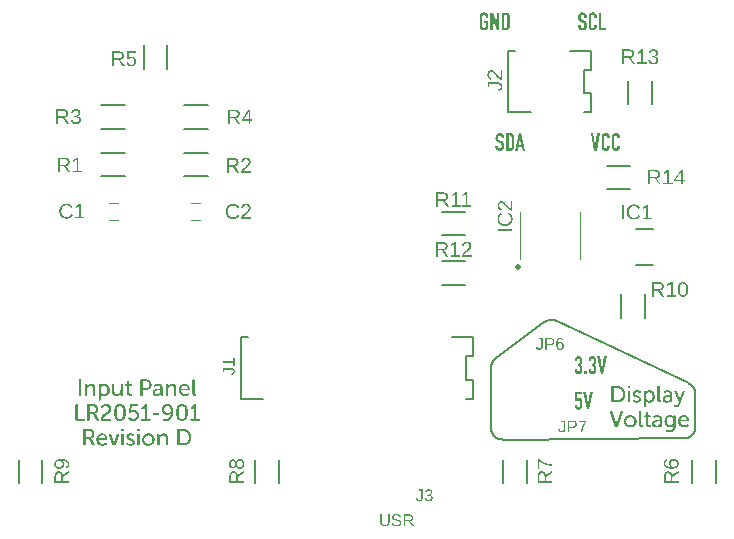
<source format=gbr>
G04 EAGLE Gerber RS-274X export*
G75*
%MOMM*%
%FSLAX34Y34*%
%LPD*%
%INSilkscreen Top*%
%IPPOS*%
%AMOC8*
5,1,8,0,0,1.08239X$1,22.5*%
G01*
G04 Define Apertures*
%ADD10C,0.200000*%
%ADD11C,0.100000*%
%ADD12C,0.127000*%
%ADD13C,0.152400*%
%ADD14C,0.500000*%
%ADD15C,0.120000*%
G36*
X548035Y187586D02*
X545747Y187586D01*
X544010Y177055D01*
X543967Y177055D01*
X542251Y187586D01*
X539963Y187586D01*
X543035Y172500D01*
X544942Y172500D01*
X548035Y187586D01*
G37*
G36*
X524168Y172379D02*
X524404Y172397D01*
X524627Y172428D01*
X524839Y172471D01*
X525038Y172526D01*
X525225Y172593D01*
X525399Y172673D01*
X525562Y172765D01*
X525860Y172973D01*
X526131Y173207D01*
X526374Y173466D01*
X526589Y173750D01*
X526743Y173999D01*
X526865Y174237D01*
X526960Y174497D01*
X527034Y174809D01*
X527090Y175170D01*
X527130Y175615D01*
X527153Y176165D01*
X527161Y176843D01*
X527156Y177577D01*
X527140Y178168D01*
X527123Y178419D01*
X527093Y178652D01*
X527049Y178869D01*
X526992Y179068D01*
X526920Y179243D01*
X526830Y179407D01*
X526724Y179561D01*
X526600Y179704D01*
X526274Y179990D01*
X525827Y180297D01*
X526242Y180562D01*
X526558Y180806D01*
X526683Y180929D01*
X526793Y181065D01*
X526889Y181215D01*
X526971Y181378D01*
X527028Y181547D01*
X527074Y181738D01*
X527108Y181950D01*
X527130Y182183D01*
X527153Y182744D01*
X527161Y183454D01*
X527149Y184100D01*
X527114Y184662D01*
X527054Y185138D01*
X526971Y185530D01*
X526852Y185864D01*
X526706Y186145D01*
X526534Y186399D01*
X526335Y186653D01*
X526169Y186833D01*
X525967Y187011D01*
X525729Y187188D01*
X525456Y187363D01*
X525145Y187516D01*
X524796Y187625D01*
X524409Y187691D01*
X523983Y187713D01*
X523650Y187697D01*
X523326Y187649D01*
X523014Y187570D01*
X522712Y187458D01*
X522425Y187321D01*
X522156Y187162D01*
X521906Y186982D01*
X521674Y186780D01*
X521463Y186558D01*
X521277Y186314D01*
X521114Y186049D01*
X520975Y185763D01*
X520863Y185463D01*
X520784Y185154D01*
X520736Y184838D01*
X520720Y184513D01*
X520720Y183263D01*
X522882Y183263D01*
X522882Y184492D01*
X522897Y184663D01*
X522942Y184836D01*
X523019Y185013D01*
X523125Y185191D01*
X523268Y185349D01*
X523451Y185461D01*
X523675Y185529D01*
X523941Y185552D01*
X524172Y185533D01*
X524378Y185477D01*
X524559Y185385D01*
X524714Y185255D01*
X524839Y185096D01*
X524929Y184916D01*
X524982Y184715D01*
X525000Y184492D01*
X525000Y182543D01*
X524994Y182341D01*
X524977Y182158D01*
X524948Y181994D01*
X524908Y181849D01*
X524855Y181724D01*
X524792Y181617D01*
X524716Y181530D01*
X524629Y181462D01*
X524406Y181360D01*
X524108Y181288D01*
X523734Y181244D01*
X523284Y181229D01*
X523284Y179322D01*
X523763Y179312D01*
X524142Y179280D01*
X524298Y179251D01*
X524436Y179206D01*
X524557Y179145D01*
X524661Y179068D01*
X524741Y178990D01*
X524810Y178892D01*
X524868Y178775D01*
X524916Y178639D01*
X524953Y178484D01*
X524979Y178309D01*
X525000Y177903D01*
X525000Y175742D01*
X524982Y175480D01*
X524929Y175246D01*
X524839Y175041D01*
X524714Y174862D01*
X524559Y174719D01*
X524378Y174616D01*
X524172Y174555D01*
X523941Y174534D01*
X523710Y174555D01*
X523504Y174616D01*
X523323Y174719D01*
X523168Y174862D01*
X523042Y175038D01*
X522953Y175236D01*
X522899Y175456D01*
X522882Y175699D01*
X522882Y176822D01*
X520720Y176822D01*
X520720Y175593D01*
X520740Y175166D01*
X520797Y174772D01*
X520893Y174413D01*
X521028Y174089D01*
X521191Y173796D01*
X521375Y173533D01*
X521578Y173299D01*
X521801Y173093D01*
X522041Y172916D01*
X522294Y172765D01*
X522560Y172640D01*
X522839Y172542D01*
X523121Y172468D01*
X523395Y172415D01*
X523661Y172383D01*
X523920Y172373D01*
X524168Y172379D01*
G37*
G36*
X535980Y172379D02*
X536216Y172397D01*
X536440Y172428D01*
X536651Y172471D01*
X536850Y172526D01*
X537037Y172593D01*
X537212Y172673D01*
X537374Y172765D01*
X537673Y172973D01*
X537944Y173207D01*
X538187Y173466D01*
X538402Y173750D01*
X538555Y173999D01*
X538677Y174237D01*
X538773Y174497D01*
X538847Y174809D01*
X538902Y175170D01*
X538942Y175615D01*
X538966Y176165D01*
X538974Y176843D01*
X538969Y177577D01*
X538953Y178168D01*
X538935Y178419D01*
X538905Y178652D01*
X538861Y178869D01*
X538804Y179068D01*
X538732Y179243D01*
X538643Y179407D01*
X538536Y179561D01*
X538412Y179704D01*
X538087Y179990D01*
X537639Y180297D01*
X538055Y180562D01*
X538370Y180806D01*
X538495Y180929D01*
X538606Y181065D01*
X538702Y181215D01*
X538783Y181378D01*
X538841Y181547D01*
X538886Y181738D01*
X538920Y181950D01*
X538942Y182183D01*
X538966Y182744D01*
X538974Y183454D01*
X538962Y184100D01*
X538926Y184662D01*
X538867Y185138D01*
X538783Y185530D01*
X538664Y185864D01*
X538518Y186145D01*
X538346Y186399D01*
X538148Y186653D01*
X537981Y186833D01*
X537779Y187011D01*
X537542Y187188D01*
X537268Y187363D01*
X536958Y187516D01*
X536609Y187625D01*
X536221Y187691D01*
X535796Y187713D01*
X535462Y187697D01*
X535139Y187649D01*
X534826Y187570D01*
X534525Y187458D01*
X534237Y187321D01*
X533968Y187162D01*
X533718Y186982D01*
X533486Y186780D01*
X533276Y186558D01*
X533089Y186314D01*
X532926Y186049D01*
X532787Y185763D01*
X532676Y185463D01*
X532596Y185154D01*
X532549Y184838D01*
X532533Y184513D01*
X532533Y183263D01*
X534694Y183263D01*
X534694Y184492D01*
X534709Y184663D01*
X534755Y184836D01*
X534831Y185013D01*
X534938Y185191D01*
X535080Y185349D01*
X535263Y185461D01*
X535488Y185529D01*
X535753Y185552D01*
X535984Y185533D01*
X536190Y185477D01*
X536371Y185385D01*
X536527Y185255D01*
X536652Y185096D01*
X536741Y184916D01*
X536795Y184715D01*
X536813Y184492D01*
X536813Y182543D01*
X536807Y182341D01*
X536790Y182158D01*
X536761Y181994D01*
X536720Y181849D01*
X536668Y181724D01*
X536604Y181617D01*
X536529Y181530D01*
X536442Y181462D01*
X536219Y181360D01*
X535920Y181288D01*
X535546Y181244D01*
X535097Y181229D01*
X535097Y179322D01*
X535576Y179312D01*
X535955Y179280D01*
X536110Y179251D01*
X536249Y179206D01*
X536370Y179145D01*
X536474Y179068D01*
X536553Y178990D01*
X536622Y178892D01*
X536680Y178775D01*
X536728Y178639D01*
X536765Y178484D01*
X536792Y178309D01*
X536813Y177903D01*
X536813Y175742D01*
X536795Y175480D01*
X536741Y175246D01*
X536652Y175041D01*
X536527Y174862D01*
X536371Y174719D01*
X536190Y174616D01*
X535984Y174555D01*
X535753Y174534D01*
X535522Y174555D01*
X535316Y174616D01*
X535136Y174719D01*
X534980Y174862D01*
X534855Y175038D01*
X534766Y175236D01*
X534712Y175456D01*
X534694Y175699D01*
X534694Y176822D01*
X532533Y176822D01*
X532533Y175593D01*
X532552Y175166D01*
X532610Y174772D01*
X532706Y174413D01*
X532840Y174089D01*
X533004Y173796D01*
X533187Y173533D01*
X533390Y173299D01*
X533613Y173093D01*
X533853Y172916D01*
X534106Y172765D01*
X534372Y172640D01*
X534652Y172542D01*
X534934Y172468D01*
X535208Y172415D01*
X535474Y172383D01*
X535732Y172373D01*
X535980Y172379D01*
G37*
G36*
X530926Y174661D02*
X528765Y174661D01*
X528765Y172500D01*
X530926Y172500D01*
X530926Y174661D01*
G37*
G36*
X524255Y142387D02*
X524563Y142429D01*
X524865Y142498D01*
X525159Y142595D01*
X525442Y142719D01*
X525707Y142868D01*
X525956Y143042D01*
X526187Y143242D01*
X526398Y143464D01*
X526587Y143708D01*
X526753Y143973D01*
X526897Y144259D01*
X527012Y144566D01*
X527095Y144894D01*
X527145Y145244D01*
X527161Y145615D01*
X527161Y149513D01*
X527151Y149836D01*
X527118Y150139D01*
X527065Y150420D01*
X526989Y150681D01*
X526892Y150921D01*
X526774Y151140D01*
X526634Y151338D01*
X526473Y151515D01*
X526294Y151672D01*
X526103Y151807D01*
X525898Y151922D01*
X525681Y152016D01*
X525451Y152089D01*
X525207Y152141D01*
X524951Y152172D01*
X524682Y152183D01*
X524403Y152170D01*
X524137Y152132D01*
X523884Y152069D01*
X523644Y151981D01*
X523422Y151875D01*
X523221Y151756D01*
X523040Y151626D01*
X522882Y151484D01*
X522882Y155552D01*
X527161Y155552D01*
X527161Y157586D01*
X520975Y157586D01*
X520975Y149450D01*
X522882Y149450D01*
X523009Y149683D01*
X523088Y149826D01*
X523199Y149958D01*
X523342Y150077D01*
X523517Y150180D01*
X523729Y150252D01*
X523851Y150270D01*
X523983Y150276D01*
X524196Y150256D01*
X524388Y150196D01*
X524561Y150097D01*
X524714Y149958D01*
X524839Y149791D01*
X524929Y149608D01*
X524982Y149410D01*
X525000Y149195D01*
X525000Y145657D01*
X524984Y145407D01*
X524934Y145186D01*
X524851Y144994D01*
X524735Y144831D01*
X524589Y144701D01*
X524415Y144608D01*
X524213Y144553D01*
X523983Y144534D01*
X523751Y144553D01*
X523541Y144611D01*
X523354Y144707D01*
X523189Y144841D01*
X523054Y145010D01*
X522958Y145209D01*
X522901Y145439D01*
X522882Y145699D01*
X522882Y146250D01*
X520720Y146250D01*
X520720Y145615D01*
X520737Y145244D01*
X520787Y144894D01*
X520869Y144566D01*
X520985Y144259D01*
X521129Y143973D01*
X521295Y143708D01*
X521484Y143464D01*
X521695Y143242D01*
X521926Y143042D01*
X522174Y142868D01*
X522440Y142719D01*
X522723Y142595D01*
X523017Y142498D01*
X523318Y142429D01*
X523626Y142387D01*
X523941Y142373D01*
X524255Y142387D01*
G37*
G36*
X536223Y157586D02*
X533935Y157586D01*
X532197Y147055D01*
X532155Y147055D01*
X530439Y157586D01*
X528150Y157586D01*
X531223Y142500D01*
X533130Y142500D01*
X536223Y157586D01*
G37*
G36*
X556804Y148508D02*
X557190Y148530D01*
X557567Y148567D01*
X557934Y148619D01*
X558293Y148686D01*
X558642Y148767D01*
X558981Y148862D01*
X559310Y148971D01*
X559628Y149094D01*
X559936Y149232D01*
X560233Y149383D01*
X560519Y149547D01*
X560793Y149725D01*
X561056Y149917D01*
X561306Y150122D01*
X561545Y150340D01*
X561771Y150571D01*
X561984Y150814D01*
X562184Y151071D01*
X562372Y151340D01*
X562545Y151621D01*
X562705Y151915D01*
X562851Y152221D01*
X562982Y152539D01*
X563099Y152869D01*
X563202Y153211D01*
X563289Y153564D01*
X563361Y153929D01*
X563417Y154306D01*
X563458Y154694D01*
X563483Y155093D01*
X563491Y155503D01*
X563483Y155911D01*
X563458Y156308D01*
X563417Y156694D01*
X563361Y157068D01*
X563289Y157431D01*
X563202Y157783D01*
X563099Y158123D01*
X562982Y158452D01*
X562851Y158768D01*
X562705Y159072D01*
X562545Y159364D01*
X562372Y159644D01*
X562184Y159912D01*
X561984Y160167D01*
X561771Y160409D01*
X561545Y160638D01*
X561306Y160855D01*
X561056Y161058D01*
X560793Y161249D01*
X560519Y161426D01*
X560233Y161589D01*
X559936Y161739D01*
X559628Y161875D01*
X559310Y161998D01*
X558981Y162106D01*
X558642Y162201D01*
X558293Y162281D01*
X557934Y162347D01*
X557567Y162399D01*
X557190Y162436D01*
X556804Y162458D01*
X556409Y162466D01*
X552433Y162466D01*
X552280Y162455D01*
X552148Y162425D01*
X552035Y162374D01*
X551944Y162302D01*
X551872Y162211D01*
X551821Y162098D01*
X551791Y161966D01*
X551780Y161813D01*
X551780Y149153D01*
X551791Y149000D01*
X551821Y148867D01*
X551872Y148755D01*
X551944Y148663D01*
X552035Y148592D01*
X552148Y148541D01*
X552280Y148510D01*
X552433Y148500D01*
X556409Y148500D01*
X556804Y148508D01*
G37*
G36*
X601659Y123361D02*
X602114Y123407D01*
X602564Y123485D01*
X603005Y123595D01*
X603432Y123740D01*
X603843Y123921D01*
X604232Y124138D01*
X604597Y124392D01*
X604934Y124685D01*
X605238Y125018D01*
X605506Y125392D01*
X605734Y125808D01*
X605918Y126267D01*
X605992Y126513D01*
X606054Y126771D01*
X606103Y127039D01*
X606139Y127320D01*
X606160Y127612D01*
X606168Y127915D01*
X606168Y136857D01*
X606157Y137010D01*
X606127Y137142D01*
X606076Y137254D01*
X606004Y137346D01*
X605913Y137418D01*
X605800Y137469D01*
X605668Y137499D01*
X605515Y137509D01*
X605040Y137509D01*
X604887Y137499D01*
X604754Y137470D01*
X604642Y137423D01*
X604550Y137358D01*
X604479Y137278D01*
X604428Y137184D01*
X604397Y137076D01*
X604387Y136955D01*
X604387Y136382D01*
X604407Y136149D01*
X604427Y136065D01*
X604387Y136065D01*
X604247Y136328D01*
X604050Y136597D01*
X603752Y136906D01*
X603560Y137063D01*
X603337Y137215D01*
X603082Y137357D01*
X602793Y137484D01*
X602468Y137592D01*
X602106Y137674D01*
X601704Y137728D01*
X601262Y137747D01*
X600995Y137740D01*
X600736Y137722D01*
X600241Y137649D01*
X599777Y137531D01*
X599345Y137368D01*
X598945Y137164D01*
X598578Y136921D01*
X598244Y136639D01*
X597944Y136322D01*
X597677Y135972D01*
X597444Y135591D01*
X597246Y135180D01*
X597084Y134742D01*
X596956Y134280D01*
X596865Y133794D01*
X596810Y133287D01*
X596791Y132762D01*
X596811Y132222D01*
X596870Y131700D01*
X596967Y131200D01*
X597101Y130723D01*
X597272Y130272D01*
X597478Y129848D01*
X597718Y129454D01*
X597993Y129092D01*
X598300Y128765D01*
X598640Y128474D01*
X599011Y128222D01*
X599412Y128011D01*
X599842Y127842D01*
X600301Y127720D01*
X600312Y127718D01*
X600788Y127644D01*
X601041Y127625D01*
X601301Y127619D01*
X601566Y127626D01*
X601820Y127649D01*
X602062Y127686D01*
X602294Y127737D01*
X602514Y127802D01*
X602724Y127881D01*
X602923Y127972D01*
X603111Y128076D01*
X603458Y128321D01*
X603766Y128612D01*
X604036Y128946D01*
X604269Y129320D01*
X604308Y129320D01*
X604278Y129122D01*
X604258Y128919D01*
X604249Y128687D01*
X604249Y127817D01*
X604232Y127449D01*
X604183Y127111D01*
X604104Y126801D01*
X603997Y126518D01*
X603862Y126262D01*
X603702Y126032D01*
X603519Y125828D01*
X603314Y125648D01*
X603089Y125492D01*
X602846Y125359D01*
X602587Y125249D01*
X602313Y125160D01*
X602026Y125092D01*
X601727Y125045D01*
X601419Y125017D01*
X601104Y125008D01*
X600740Y125019D01*
X600405Y125051D01*
X600097Y125098D01*
X599815Y125158D01*
X599326Y125300D01*
X598928Y125443D01*
X598780Y125490D01*
X598648Y125513D01*
X598529Y125510D01*
X598423Y125482D01*
X598409Y125474D01*
X598328Y125428D01*
X598243Y125348D01*
X598167Y125241D01*
X598097Y125106D01*
X597958Y124770D01*
X597905Y124621D01*
X597877Y124484D01*
X597877Y124359D01*
X597904Y124246D01*
X597959Y124144D01*
X598042Y124053D01*
X598154Y123971D01*
X598295Y123900D01*
X598596Y123779D01*
X598921Y123671D01*
X599267Y123577D01*
X599630Y123497D01*
X600008Y123433D01*
X600398Y123385D01*
X600797Y123356D01*
X601202Y123346D01*
X601659Y123361D01*
G37*
G36*
X580504Y144554D02*
X580632Y144585D01*
X580741Y144636D01*
X580830Y144707D01*
X580900Y144799D01*
X580950Y144911D01*
X580981Y145044D01*
X580991Y145197D01*
X580991Y149173D01*
X580982Y149526D01*
X580961Y149801D01*
X580932Y150043D01*
X580971Y150043D01*
X581137Y149765D01*
X581354Y149480D01*
X581671Y149153D01*
X581869Y148987D01*
X582095Y148826D01*
X582349Y148676D01*
X582632Y148541D01*
X582946Y148427D01*
X583290Y148339D01*
X583667Y148283D01*
X584077Y148263D01*
X584558Y148287D01*
X585021Y148357D01*
X585464Y148474D01*
X585886Y148634D01*
X586285Y148837D01*
X586658Y149081D01*
X587004Y149366D01*
X587321Y149689D01*
X587608Y150050D01*
X587862Y150446D01*
X588082Y150878D01*
X588266Y151342D01*
X588412Y151838D01*
X588519Y152365D01*
X588585Y152921D01*
X588607Y153505D01*
X588587Y154075D01*
X588528Y154622D01*
X588432Y155142D01*
X588299Y155634D01*
X588130Y156097D01*
X587927Y156528D01*
X587690Y156927D01*
X587420Y157290D01*
X587119Y157618D01*
X586787Y157907D01*
X586426Y158156D01*
X586036Y158364D01*
X585620Y158529D01*
X585176Y158649D01*
X584708Y158722D01*
X584465Y158740D01*
X584215Y158747D01*
X583764Y158725D01*
X583350Y158664D01*
X582972Y158570D01*
X582630Y158447D01*
X582322Y158302D01*
X582047Y158140D01*
X581804Y157966D01*
X581592Y157787D01*
X581254Y157435D01*
X581025Y157128D01*
X580853Y156828D01*
X580813Y156828D01*
X580833Y156984D01*
X580853Y157362D01*
X580853Y157955D01*
X580842Y158076D01*
X580812Y158184D01*
X580761Y158278D01*
X580689Y158358D01*
X580598Y158423D01*
X580485Y158470D01*
X580353Y158499D01*
X580200Y158509D01*
X579745Y158509D01*
X579592Y158499D01*
X579459Y158469D01*
X579347Y158418D01*
X579255Y158346D01*
X579184Y158254D01*
X579133Y158142D01*
X579102Y158010D01*
X579092Y157857D01*
X579092Y145197D01*
X579102Y145044D01*
X579133Y144911D01*
X579184Y144799D01*
X579255Y144707D01*
X579347Y144636D01*
X579459Y144585D01*
X579592Y144554D01*
X579745Y144544D01*
X580358Y144544D01*
X580504Y144554D01*
G37*
G36*
X568047Y127269D02*
X568322Y127288D01*
X568858Y127364D01*
X569376Y127487D01*
X569873Y127656D01*
X570345Y127869D01*
X570790Y128124D01*
X571206Y128419D01*
X571589Y128751D01*
X571937Y129119D01*
X572248Y129521D01*
X572518Y129954D01*
X572745Y130417D01*
X572927Y130908D01*
X573059Y131424D01*
X573107Y131691D01*
X573141Y131963D01*
X573162Y132241D01*
X573169Y132524D01*
X573162Y132806D01*
X573141Y133082D01*
X573107Y133353D01*
X573059Y133618D01*
X572927Y134130D01*
X572745Y134617D01*
X572518Y135077D01*
X572248Y135507D01*
X571937Y135905D01*
X571589Y136271D01*
X571206Y136600D01*
X570790Y136892D01*
X570345Y137145D01*
X569873Y137356D01*
X569376Y137524D01*
X568858Y137646D01*
X568322Y137721D01*
X568047Y137740D01*
X567769Y137747D01*
X567490Y137740D01*
X567216Y137721D01*
X566680Y137646D01*
X566163Y137524D01*
X565668Y137356D01*
X565197Y137145D01*
X564754Y136892D01*
X564340Y136600D01*
X563958Y136271D01*
X563612Y135905D01*
X563303Y135507D01*
X563034Y135077D01*
X562809Y134617D01*
X562629Y134130D01*
X562497Y133618D01*
X562450Y133353D01*
X562416Y133082D01*
X562395Y132806D01*
X562388Y132524D01*
X562395Y132241D01*
X562416Y131963D01*
X562450Y131691D01*
X562497Y131424D01*
X562629Y130908D01*
X562809Y130417D01*
X563034Y129954D01*
X563303Y129521D01*
X563612Y129119D01*
X563958Y128751D01*
X564340Y128419D01*
X564754Y128124D01*
X565197Y127869D01*
X565668Y127656D01*
X566163Y127487D01*
X566680Y127364D01*
X567216Y127288D01*
X567490Y127269D01*
X567769Y127263D01*
X568047Y127269D01*
G37*
%LPC*%
G36*
X553719Y150201D02*
X553719Y160764D01*
X556271Y160764D01*
X556844Y160743D01*
X557392Y160679D01*
X557911Y160572D01*
X558402Y160423D01*
X558862Y160233D01*
X559290Y160002D01*
X559685Y159730D01*
X560044Y159417D01*
X560367Y159064D01*
X560651Y158671D01*
X560896Y158239D01*
X561100Y157768D01*
X561261Y157259D01*
X561378Y156711D01*
X561449Y156126D01*
X561467Y155819D01*
X561473Y155503D01*
X561467Y155185D01*
X561449Y154876D01*
X561379Y154287D01*
X561263Y153735D01*
X561103Y153222D01*
X560900Y152748D01*
X560656Y152313D01*
X560373Y151917D01*
X560051Y151561D01*
X559693Y151246D01*
X559299Y150971D01*
X558871Y150737D01*
X558410Y150546D01*
X557919Y150395D01*
X557397Y150288D01*
X556847Y150223D01*
X556271Y150201D01*
X553719Y150201D01*
G37*
%LPD*%
G36*
X590139Y127286D02*
X590528Y127353D01*
X590886Y127456D01*
X591212Y127590D01*
X591509Y127749D01*
X591776Y127926D01*
X592015Y128115D01*
X592225Y128311D01*
X592564Y128696D01*
X592800Y129032D01*
X592982Y129359D01*
X593021Y129359D01*
X592992Y129194D01*
X592971Y129001D01*
X592962Y128746D01*
X592962Y128153D01*
X592973Y128000D01*
X593005Y127867D01*
X593059Y127755D01*
X593132Y127663D01*
X593226Y127592D01*
X593337Y127541D01*
X593467Y127510D01*
X593615Y127500D01*
X594109Y127500D01*
X594256Y127510D01*
X594386Y127541D01*
X594498Y127592D01*
X594591Y127663D01*
X594665Y127755D01*
X594718Y127867D01*
X594751Y128000D01*
X594762Y128153D01*
X594762Y133830D01*
X594745Y134291D01*
X594695Y134725D01*
X594612Y135132D01*
X594497Y135510D01*
X594351Y135860D01*
X594174Y136182D01*
X593966Y136475D01*
X593728Y136738D01*
X593462Y136971D01*
X593166Y137175D01*
X592843Y137348D01*
X592492Y137491D01*
X592114Y137602D01*
X591710Y137682D01*
X591280Y137731D01*
X590825Y137747D01*
X590273Y137724D01*
X589759Y137661D01*
X589286Y137566D01*
X588855Y137447D01*
X588467Y137313D01*
X588124Y137171D01*
X587581Y136896D01*
X587462Y136816D01*
X587369Y136726D01*
X587304Y136627D01*
X587265Y136518D01*
X587252Y136401D01*
X587264Y136276D01*
X587302Y136144D01*
X587364Y136006D01*
X587522Y135729D01*
X587607Y135609D01*
X587700Y135517D01*
X587800Y135450D01*
X587908Y135410D01*
X588023Y135395D01*
X588145Y135404D01*
X588275Y135436D01*
X588412Y135492D01*
X588817Y135699D01*
X589065Y135805D01*
X589339Y135905D01*
X589639Y135992D01*
X589962Y136062D01*
X590305Y136108D01*
X590667Y136125D01*
X590894Y136118D01*
X591113Y136098D01*
X591323Y136063D01*
X591525Y136012D01*
X591715Y135946D01*
X591895Y135863D01*
X592062Y135762D01*
X592215Y135642D01*
X592354Y135504D01*
X592478Y135345D01*
X592586Y135166D01*
X592676Y134965D01*
X592747Y134741D01*
X592800Y134495D01*
X592832Y134224D01*
X592843Y133929D01*
X592843Y133672D01*
X592329Y133672D01*
X591476Y133651D01*
X591006Y133620D01*
X590519Y133571D01*
X590023Y133499D01*
X589526Y133402D01*
X589036Y133275D01*
X588563Y133115D01*
X588114Y132920D01*
X587697Y132684D01*
X587322Y132404D01*
X587152Y132247D01*
X586996Y132078D01*
X586854Y131896D01*
X586728Y131701D01*
X586619Y131492D01*
X586526Y131269D01*
X586453Y131032D01*
X586399Y130780D01*
X586366Y130513D01*
X586355Y130230D01*
X586373Y129887D01*
X586427Y129563D01*
X586514Y129258D01*
X586633Y128973D01*
X586780Y128709D01*
X586955Y128465D01*
X587154Y128243D01*
X587376Y128042D01*
X587619Y127863D01*
X587880Y127706D01*
X588158Y127572D01*
X588450Y127462D01*
X588754Y127375D01*
X589068Y127313D01*
X589390Y127275D01*
X589718Y127263D01*
X590139Y127286D01*
G37*
G36*
X598920Y148286D02*
X599309Y148353D01*
X599667Y148456D01*
X599994Y148590D01*
X600290Y148749D01*
X600557Y148926D01*
X600796Y149115D01*
X601006Y149311D01*
X601346Y149696D01*
X601581Y150032D01*
X601763Y150359D01*
X601802Y150359D01*
X601773Y150194D01*
X601752Y150001D01*
X601743Y149746D01*
X601743Y149153D01*
X601754Y149000D01*
X601787Y148867D01*
X601840Y148755D01*
X601914Y148663D01*
X602007Y148592D01*
X602119Y148541D01*
X602249Y148510D01*
X602396Y148500D01*
X602890Y148500D01*
X603038Y148510D01*
X603168Y148541D01*
X603280Y148592D01*
X603373Y148663D01*
X603446Y148755D01*
X603500Y148867D01*
X603532Y149000D01*
X603543Y149153D01*
X603543Y154830D01*
X603526Y155291D01*
X603476Y155725D01*
X603393Y156132D01*
X603279Y156510D01*
X603132Y156860D01*
X602955Y157182D01*
X602747Y157475D01*
X602510Y157738D01*
X602243Y157971D01*
X601948Y158175D01*
X601624Y158348D01*
X601273Y158491D01*
X600896Y158602D01*
X600491Y158682D01*
X600062Y158731D01*
X599607Y158747D01*
X599054Y158724D01*
X598541Y158661D01*
X598067Y158566D01*
X597636Y158447D01*
X597248Y158313D01*
X596906Y158171D01*
X596363Y157896D01*
X596243Y157816D01*
X596151Y157726D01*
X596085Y157627D01*
X596046Y157518D01*
X596033Y157401D01*
X596045Y157276D01*
X596083Y157144D01*
X596145Y157006D01*
X596303Y156729D01*
X596389Y156609D01*
X596481Y156517D01*
X596581Y156450D01*
X596689Y156410D01*
X596804Y156395D01*
X596926Y156404D01*
X597056Y156436D01*
X597193Y156492D01*
X597599Y156699D01*
X597846Y156805D01*
X598121Y156905D01*
X598420Y156992D01*
X598743Y157062D01*
X599086Y157108D01*
X599448Y157125D01*
X599675Y157118D01*
X599894Y157098D01*
X600105Y157063D01*
X600306Y157012D01*
X600497Y156946D01*
X600676Y156863D01*
X600843Y156762D01*
X600996Y156642D01*
X601136Y156504D01*
X601259Y156345D01*
X601367Y156166D01*
X601457Y155965D01*
X601529Y155741D01*
X601581Y155495D01*
X601613Y155224D01*
X601624Y154929D01*
X601624Y154672D01*
X601110Y154672D01*
X600257Y154651D01*
X599788Y154620D01*
X599300Y154571D01*
X598804Y154499D01*
X598307Y154402D01*
X597818Y154275D01*
X597344Y154115D01*
X596895Y153920D01*
X596479Y153684D01*
X596103Y153404D01*
X595934Y153247D01*
X595778Y153078D01*
X595636Y152896D01*
X595509Y152701D01*
X595400Y152492D01*
X595308Y152269D01*
X595234Y152032D01*
X595180Y151780D01*
X595147Y151513D01*
X595136Y151230D01*
X595155Y150887D01*
X595208Y150563D01*
X595296Y150258D01*
X595414Y149973D01*
X595562Y149709D01*
X595736Y149465D01*
X595935Y149243D01*
X596157Y149042D01*
X596400Y148863D01*
X596661Y148706D01*
X596939Y148572D01*
X597231Y148462D01*
X597535Y148375D01*
X597849Y148313D01*
X598171Y148275D01*
X598499Y148263D01*
X598920Y148286D01*
G37*
G36*
X613911Y127270D02*
X614197Y127292D01*
X614737Y127371D01*
X615233Y127491D01*
X615685Y127641D01*
X616090Y127810D01*
X616445Y127989D01*
X616748Y128166D01*
X616998Y128331D01*
X617111Y128411D01*
X617199Y128503D01*
X617261Y128604D01*
X617297Y128714D01*
X617309Y128830D01*
X617296Y128951D01*
X617258Y129075D01*
X617196Y129201D01*
X617018Y129498D01*
X616933Y129623D01*
X616840Y129718D01*
X616740Y129784D01*
X616632Y129822D01*
X616517Y129833D01*
X616395Y129818D01*
X616265Y129778D01*
X616128Y129716D01*
X615715Y129450D01*
X615457Y129317D01*
X615168Y129194D01*
X614850Y129086D01*
X614503Y129001D01*
X614131Y128944D01*
X613734Y128924D01*
X613403Y128938D01*
X613079Y128980D01*
X612764Y129050D01*
X612459Y129147D01*
X612166Y129271D01*
X611888Y129421D01*
X611625Y129597D01*
X611380Y129800D01*
X611155Y130027D01*
X610951Y130280D01*
X610769Y130558D01*
X610613Y130860D01*
X610484Y131187D01*
X610382Y131537D01*
X610311Y131910D01*
X610273Y132307D01*
X616959Y132307D01*
X617101Y132321D01*
X617231Y132362D01*
X617345Y132426D01*
X617443Y132510D01*
X617523Y132610D01*
X617582Y132724D01*
X617618Y132848D01*
X617631Y132979D01*
X617613Y133493D01*
X617559Y133985D01*
X617471Y134455D01*
X617347Y134901D01*
X617189Y135321D01*
X616997Y135714D01*
X616772Y136077D01*
X616514Y136409D01*
X616223Y136709D01*
X615900Y136974D01*
X615546Y137203D01*
X615161Y137394D01*
X614745Y137546D01*
X614299Y137656D01*
X613824Y137724D01*
X613319Y137747D01*
X612793Y137723D01*
X612286Y137652D01*
X611799Y137536D01*
X611335Y137375D01*
X610896Y137172D01*
X610484Y136928D01*
X610100Y136643D01*
X609748Y136320D01*
X609430Y135959D01*
X609147Y135563D01*
X608901Y135132D01*
X608696Y134667D01*
X608532Y134171D01*
X608412Y133644D01*
X608339Y133088D01*
X608320Y132800D01*
X608314Y132505D01*
X608320Y132229D01*
X608339Y131957D01*
X608413Y131428D01*
X608534Y130919D01*
X608700Y130434D01*
X608910Y129974D01*
X609162Y129542D01*
X609455Y129140D01*
X609785Y128771D01*
X610153Y128436D01*
X610556Y128139D01*
X610992Y127881D01*
X611460Y127664D01*
X611958Y127492D01*
X612485Y127366D01*
X612758Y127321D01*
X613038Y127289D01*
X613324Y127269D01*
X613616Y127263D01*
X613911Y127270D01*
G37*
G36*
X556775Y127508D02*
X556894Y127531D01*
X557003Y127570D01*
X557101Y127626D01*
X557189Y127700D01*
X557264Y127792D01*
X557327Y127903D01*
X557378Y128034D01*
X562027Y140714D01*
X562070Y140877D01*
X562080Y141023D01*
X562058Y141152D01*
X562005Y141260D01*
X561921Y141348D01*
X561807Y141412D01*
X561664Y141452D01*
X561493Y141466D01*
X560761Y141466D01*
X560627Y141458D01*
X560505Y141435D01*
X560396Y141396D01*
X560299Y141339D01*
X560214Y141266D01*
X560141Y141173D01*
X560079Y141062D01*
X560029Y140931D01*
X556706Y131595D01*
X556350Y130353D01*
X556172Y129676D01*
X556132Y129676D01*
X555962Y130353D01*
X555790Y130978D01*
X555598Y131595D01*
X552314Y140931D01*
X552264Y141062D01*
X552203Y141173D01*
X552130Y141266D01*
X552045Y141339D01*
X551948Y141396D01*
X551839Y141435D01*
X551717Y141458D01*
X551583Y141466D01*
X550831Y141466D01*
X550659Y141452D01*
X550516Y141412D01*
X550403Y141348D01*
X550319Y141260D01*
X550266Y141152D01*
X550244Y141023D01*
X550254Y140877D01*
X550297Y140714D01*
X554945Y128034D01*
X555002Y127903D01*
X555068Y127792D01*
X555145Y127700D01*
X555232Y127626D01*
X555331Y127570D01*
X555440Y127531D01*
X555562Y127508D01*
X555697Y127500D01*
X556647Y127500D01*
X556775Y127508D01*
G37*
G36*
X606919Y144356D02*
X607176Y144385D01*
X607427Y144433D01*
X607673Y144500D01*
X607913Y144586D01*
X608144Y144691D01*
X608368Y144815D01*
X608584Y144957D01*
X608789Y145117D01*
X608985Y145295D01*
X609169Y145492D01*
X609342Y145706D01*
X609502Y145938D01*
X609649Y146188D01*
X609783Y146455D01*
X609901Y146739D01*
X614313Y157758D01*
X614361Y157921D01*
X614374Y158067D01*
X614353Y158195D01*
X614300Y158304D01*
X614217Y158391D01*
X614104Y158456D01*
X613964Y158496D01*
X613798Y158509D01*
X613086Y158509D01*
X612946Y158502D01*
X612822Y158479D01*
X612712Y158439D01*
X612616Y158383D01*
X612534Y158309D01*
X612463Y158217D01*
X612404Y158106D01*
X612354Y157975D01*
X610079Y151942D01*
X609845Y151156D01*
X609743Y150755D01*
X609704Y150755D01*
X609592Y151173D01*
X609348Y151962D01*
X606994Y157995D01*
X606943Y158119D01*
X606882Y158226D01*
X606809Y158314D01*
X606724Y158386D01*
X606627Y158440D01*
X606518Y158479D01*
X606396Y158502D01*
X606262Y158509D01*
X605490Y158509D01*
X605325Y158496D01*
X605185Y158456D01*
X605073Y158391D01*
X604991Y158304D01*
X604940Y158195D01*
X604923Y158067D01*
X604941Y157921D01*
X604996Y157758D01*
X608873Y148619D01*
X608378Y147471D01*
X608247Y147180D01*
X608090Y146903D01*
X607909Y146648D01*
X607703Y146423D01*
X607475Y146235D01*
X607224Y146092D01*
X607090Y146039D01*
X606951Y146000D01*
X606807Y145976D01*
X606657Y145968D01*
X606420Y145991D01*
X606210Y146047D01*
X605866Y146186D01*
X605762Y146208D01*
X605657Y146217D01*
X605555Y146208D01*
X605456Y146181D01*
X605362Y146133D01*
X605276Y146063D01*
X605200Y145969D01*
X605134Y145849D01*
X604976Y145513D01*
X604928Y145386D01*
X604903Y145261D01*
X604901Y145138D01*
X604924Y145021D01*
X604972Y144912D01*
X605045Y144815D01*
X605145Y144731D01*
X605273Y144662D01*
X605550Y144555D01*
X605876Y144452D01*
X606246Y144376D01*
X606447Y144354D01*
X606657Y144346D01*
X606919Y144356D01*
G37*
%LPC*%
G36*
X567420Y128942D02*
X567081Y128993D01*
X566753Y129077D01*
X566438Y129192D01*
X566138Y129337D01*
X565854Y129511D01*
X565588Y129711D01*
X565343Y129938D01*
X565120Y130189D01*
X564920Y130464D01*
X564747Y130760D01*
X564600Y131077D01*
X564483Y131414D01*
X564398Y131768D01*
X564345Y132138D01*
X564327Y132524D01*
X564345Y132907D01*
X564398Y133274D01*
X564483Y133624D01*
X564600Y133957D01*
X564747Y134271D01*
X564920Y134564D01*
X565120Y134835D01*
X565343Y135084D01*
X565588Y135308D01*
X565854Y135506D01*
X566138Y135678D01*
X566438Y135821D01*
X566753Y135934D01*
X567081Y136017D01*
X567420Y136068D01*
X567769Y136085D01*
X568120Y136068D01*
X568462Y136017D01*
X568791Y135934D01*
X569108Y135821D01*
X569408Y135678D01*
X569692Y135506D01*
X569957Y135308D01*
X570202Y135084D01*
X570424Y134835D01*
X570622Y134564D01*
X570795Y134271D01*
X570940Y133957D01*
X571056Y133624D01*
X571141Y133274D01*
X571193Y132907D01*
X571211Y132524D01*
X571193Y132138D01*
X571141Y131768D01*
X571056Y131414D01*
X570940Y131077D01*
X570795Y130760D01*
X570622Y130464D01*
X570424Y130189D01*
X570202Y129938D01*
X569957Y129711D01*
X569692Y129511D01*
X569408Y129337D01*
X569108Y129192D01*
X568791Y129077D01*
X568462Y128993D01*
X568120Y128942D01*
X567769Y128924D01*
X567420Y128942D01*
G37*
%LPD*%
G36*
X573748Y148277D02*
X574126Y148320D01*
X574485Y148389D01*
X574824Y148484D01*
X575142Y148604D01*
X575439Y148747D01*
X575712Y148912D01*
X575961Y149098D01*
X576184Y149305D01*
X576381Y149530D01*
X576551Y149773D01*
X576693Y150032D01*
X576805Y150306D01*
X576886Y150595D01*
X576935Y150897D01*
X576952Y151210D01*
X576937Y151517D01*
X576894Y151801D01*
X576824Y152064D01*
X576730Y152306D01*
X576613Y152530D01*
X576476Y152735D01*
X576319Y152924D01*
X576145Y153097D01*
X575957Y153256D01*
X575755Y153403D01*
X575318Y153662D01*
X574852Y153885D01*
X574371Y154081D01*
X573423Y154434D01*
X572987Y154611D01*
X572596Y154801D01*
X572266Y155015D01*
X572128Y155134D01*
X572011Y155263D01*
X571917Y155402D01*
X571847Y155554D01*
X571804Y155719D01*
X571789Y155898D01*
X571798Y156053D01*
X571822Y156197D01*
X571863Y156331D01*
X571918Y156455D01*
X571988Y156569D01*
X572071Y156673D01*
X572274Y156850D01*
X572521Y156988D01*
X572807Y157086D01*
X573126Y157145D01*
X573471Y157164D01*
X573814Y157149D01*
X574131Y157108D01*
X574423Y157045D01*
X574690Y156966D01*
X575148Y156780D01*
X575508Y156591D01*
X575645Y156534D01*
X575775Y156499D01*
X575896Y156487D01*
X576010Y156499D01*
X576115Y156536D01*
X576212Y156599D01*
X576300Y156689D01*
X576378Y156808D01*
X576556Y157105D01*
X576618Y157237D01*
X576656Y157366D01*
X576668Y157490D01*
X576655Y157607D01*
X576616Y157715D01*
X576551Y157814D01*
X576459Y157901D01*
X576339Y157975D01*
X575901Y158221D01*
X575619Y158350D01*
X575295Y158472D01*
X574929Y158581D01*
X574520Y158668D01*
X574067Y158726D01*
X573569Y158747D01*
X573206Y158735D01*
X572852Y158700D01*
X572508Y158643D01*
X572178Y158562D01*
X571862Y158459D01*
X571563Y158334D01*
X571284Y158185D01*
X571025Y158015D01*
X570789Y157822D01*
X570579Y157607D01*
X570395Y157370D01*
X570240Y157111D01*
X570116Y156830D01*
X570025Y156528D01*
X569969Y156204D01*
X569950Y155859D01*
X569964Y155553D01*
X570007Y155270D01*
X570077Y155008D01*
X570171Y154766D01*
X570288Y154543D01*
X570426Y154338D01*
X570583Y154149D01*
X570756Y153974D01*
X570945Y153814D01*
X571147Y153667D01*
X571583Y153405D01*
X572049Y153180D01*
X572531Y152980D01*
X573479Y152623D01*
X573915Y152444D01*
X574306Y152253D01*
X574636Y152040D01*
X574774Y151923D01*
X574891Y151795D01*
X574985Y151658D01*
X575054Y151509D01*
X575098Y151347D01*
X575112Y151170D01*
X575104Y151015D01*
X575080Y150869D01*
X575040Y150732D01*
X574986Y150605D01*
X574917Y150486D01*
X574835Y150377D01*
X574633Y150189D01*
X574384Y150040D01*
X574094Y149933D01*
X573768Y149867D01*
X573411Y149845D01*
X572989Y149868D01*
X572600Y149930D01*
X572242Y150024D01*
X571918Y150139D01*
X571627Y150269D01*
X571369Y150404D01*
X570958Y150656D01*
X570816Y150726D01*
X570685Y150774D01*
X570564Y150797D01*
X570451Y150795D01*
X570345Y150767D01*
X570243Y150712D01*
X570145Y150629D01*
X570048Y150518D01*
X569851Y150241D01*
X569780Y150115D01*
X569733Y149990D01*
X569710Y149869D01*
X569712Y149751D01*
X569740Y149639D01*
X569795Y149534D01*
X569878Y149438D01*
X569989Y149351D01*
X570224Y149185D01*
X570515Y149005D01*
X570858Y148824D01*
X571255Y148651D01*
X571704Y148497D01*
X572203Y148374D01*
X572472Y148327D01*
X572753Y148292D01*
X573046Y148270D01*
X573352Y148263D01*
X573748Y148277D01*
G37*
%LPC*%
G36*
X583445Y149944D02*
X583130Y150003D01*
X582836Y150098D01*
X582562Y150227D01*
X582309Y150387D01*
X582077Y150575D01*
X581866Y150789D01*
X581676Y151027D01*
X581508Y151286D01*
X581361Y151562D01*
X581237Y151855D01*
X581135Y152161D01*
X581055Y152477D01*
X580997Y152802D01*
X580963Y153132D01*
X580951Y153465D01*
X580967Y153926D01*
X581014Y154352D01*
X581089Y154745D01*
X581191Y155104D01*
X581318Y155431D01*
X581469Y155726D01*
X581641Y155989D01*
X581832Y156222D01*
X582040Y156425D01*
X582265Y156599D01*
X582503Y156744D01*
X582754Y156862D01*
X583015Y156952D01*
X583284Y157015D01*
X583559Y157053D01*
X583839Y157065D01*
X584145Y157049D01*
X584438Y157001D01*
X584718Y156921D01*
X584982Y156812D01*
X585232Y156673D01*
X585465Y156506D01*
X585680Y156312D01*
X585877Y156091D01*
X586054Y155845D01*
X586211Y155574D01*
X586347Y155279D01*
X586460Y154962D01*
X586550Y154623D01*
X586615Y154263D01*
X586655Y153884D01*
X586668Y153485D01*
X586653Y153070D01*
X586609Y152679D01*
X586537Y152312D01*
X586439Y151969D01*
X586317Y151651D01*
X586172Y151359D01*
X586005Y151092D01*
X585818Y150851D01*
X585612Y150638D01*
X585389Y150451D01*
X585151Y150292D01*
X584899Y150161D01*
X584634Y150058D01*
X584359Y149984D01*
X584073Y149939D01*
X583780Y149924D01*
X583445Y149944D01*
G37*
%LPD*%
G36*
X584766Y127430D02*
X584927Y127459D01*
X585063Y127507D01*
X585174Y127577D01*
X585260Y127667D01*
X585321Y127780D01*
X585357Y127915D01*
X585370Y128074D01*
X585370Y128489D01*
X585361Y128646D01*
X585334Y128777D01*
X585286Y128885D01*
X585216Y128971D01*
X585122Y129038D01*
X585002Y129087D01*
X584855Y129121D01*
X584677Y129142D01*
X584385Y129178D01*
X584072Y129252D01*
X583755Y129381D01*
X583601Y129470D01*
X583453Y129580D01*
X583314Y129710D01*
X583186Y129865D01*
X583071Y130044D01*
X582972Y130252D01*
X582891Y130489D01*
X582830Y130757D01*
X582792Y131059D01*
X582778Y131397D01*
X582778Y135848D01*
X584539Y135848D01*
X584685Y135859D01*
X584813Y135891D01*
X584922Y135945D01*
X585011Y136018D01*
X585081Y136111D01*
X585131Y136223D01*
X585162Y136353D01*
X585172Y136500D01*
X585172Y136758D01*
X585162Y136905D01*
X585131Y137035D01*
X585080Y137147D01*
X585009Y137240D01*
X584917Y137313D01*
X584805Y137367D01*
X584672Y137399D01*
X584519Y137410D01*
X582778Y137410D01*
X582778Y139606D01*
X582768Y139759D01*
X582737Y139892D01*
X582686Y140004D01*
X582615Y140096D01*
X582523Y140167D01*
X582411Y140218D01*
X582278Y140249D01*
X582125Y140259D01*
X581552Y140259D01*
X581404Y140249D01*
X581275Y140218D01*
X581163Y140167D01*
X581070Y140096D01*
X580996Y140004D01*
X580943Y139892D01*
X580910Y139759D01*
X580899Y139606D01*
X580899Y137410D01*
X580187Y137410D01*
X580034Y137399D01*
X579901Y137367D01*
X579789Y137313D01*
X579697Y137240D01*
X579626Y137147D01*
X579575Y137035D01*
X579544Y136905D01*
X579534Y136758D01*
X579534Y136500D01*
X579544Y136353D01*
X579575Y136223D01*
X579625Y136111D01*
X579695Y136018D01*
X579784Y135945D01*
X579893Y135891D01*
X580021Y135859D01*
X580167Y135848D01*
X580859Y135848D01*
X580859Y131100D01*
X580879Y130642D01*
X580938Y130215D01*
X581033Y129820D01*
X581162Y129457D01*
X581324Y129125D01*
X581515Y128823D01*
X581733Y128552D01*
X581977Y128311D01*
X582244Y128100D01*
X582532Y127917D01*
X582839Y127764D01*
X583163Y127640D01*
X583501Y127543D01*
X583851Y127475D01*
X584211Y127434D01*
X584578Y127421D01*
X584766Y127430D01*
G37*
%LPC*%
G36*
X601309Y129297D02*
X600997Y129345D01*
X600703Y129424D01*
X600427Y129533D01*
X600170Y129672D01*
X599933Y129838D01*
X599715Y130032D01*
X599519Y130252D01*
X599343Y130497D01*
X599189Y130767D01*
X599057Y131060D01*
X598948Y131375D01*
X598862Y131712D01*
X598800Y132069D01*
X598762Y132446D01*
X598750Y132841D01*
X598761Y133203D01*
X598795Y133548D01*
X598851Y133875D01*
X598929Y134182D01*
X599029Y134470D01*
X599151Y134737D01*
X599295Y134982D01*
X599459Y135205D01*
X599645Y135404D01*
X599852Y135580D01*
X600079Y135731D01*
X600327Y135856D01*
X600595Y135955D01*
X600883Y136027D01*
X601191Y136070D01*
X601519Y136085D01*
X601795Y136076D01*
X602064Y136048D01*
X602325Y135998D01*
X602578Y135927D01*
X602819Y135830D01*
X603047Y135708D01*
X603261Y135559D01*
X603460Y135380D01*
X603641Y135171D01*
X603803Y134929D01*
X603945Y134653D01*
X604064Y134341D01*
X604160Y133992D01*
X604230Y133603D01*
X604274Y133174D01*
X604288Y132702D01*
X604274Y132237D01*
X604231Y131811D01*
X604162Y131424D01*
X604069Y131075D01*
X603952Y130760D01*
X603815Y130481D01*
X603657Y130234D01*
X603482Y130020D01*
X603291Y129835D01*
X603085Y129680D01*
X602866Y129552D01*
X602636Y129451D01*
X602396Y129374D01*
X602149Y129321D01*
X601896Y129290D01*
X601638Y129280D01*
X601309Y129297D01*
G37*
%LPD*%
G36*
X578132Y127433D02*
X578275Y127468D01*
X578392Y127524D01*
X578483Y127601D01*
X578552Y127698D01*
X578598Y127813D01*
X578625Y127945D01*
X578634Y128093D01*
X578634Y128568D01*
X578624Y128699D01*
X578595Y128811D01*
X578549Y128904D01*
X578488Y128981D01*
X578413Y129042D01*
X578325Y129088D01*
X578120Y129142D01*
X577961Y129164D01*
X577802Y129207D01*
X577649Y129281D01*
X577509Y129397D01*
X577388Y129563D01*
X577293Y129790D01*
X577232Y130088D01*
X577210Y130467D01*
X577210Y140813D01*
X577199Y140966D01*
X577166Y141098D01*
X577113Y141211D01*
X577039Y141302D01*
X576946Y141374D01*
X576834Y141425D01*
X576704Y141455D01*
X576557Y141466D01*
X575944Y141466D01*
X575791Y141455D01*
X575658Y141425D01*
X575546Y141374D01*
X575454Y141302D01*
X575383Y141211D01*
X575332Y141098D01*
X575301Y140966D01*
X575291Y140813D01*
X575291Y130230D01*
X575309Y129784D01*
X575362Y129388D01*
X575446Y129038D01*
X575558Y128731D01*
X575695Y128465D01*
X575854Y128237D01*
X576032Y128044D01*
X576226Y127883D01*
X576432Y127752D01*
X576647Y127647D01*
X576869Y127566D01*
X577094Y127506D01*
X577318Y127465D01*
X577540Y127439D01*
X577961Y127421D01*
X578132Y127433D01*
G37*
G36*
X593601Y148433D02*
X593744Y148468D01*
X593860Y148524D01*
X593952Y148601D01*
X594020Y148698D01*
X594067Y148813D01*
X594094Y148945D01*
X594103Y149093D01*
X594103Y149568D01*
X594093Y149699D01*
X594064Y149811D01*
X594018Y149904D01*
X593957Y149981D01*
X593882Y150042D01*
X593794Y150088D01*
X593588Y150142D01*
X593430Y150164D01*
X593271Y150207D01*
X593118Y150281D01*
X592978Y150397D01*
X592857Y150563D01*
X592762Y150790D01*
X592701Y151088D01*
X592678Y151467D01*
X592678Y161813D01*
X592667Y161966D01*
X592635Y162098D01*
X592581Y162211D01*
X592508Y162302D01*
X592415Y162374D01*
X592303Y162425D01*
X592173Y162455D01*
X592026Y162466D01*
X591412Y162466D01*
X591259Y162455D01*
X591127Y162425D01*
X591015Y162374D01*
X590923Y162302D01*
X590851Y162211D01*
X590800Y162098D01*
X590770Y161966D01*
X590760Y161813D01*
X590760Y151230D01*
X590778Y150784D01*
X590831Y150388D01*
X590915Y150038D01*
X591027Y149731D01*
X591164Y149465D01*
X591323Y149237D01*
X591501Y149044D01*
X591694Y148883D01*
X591900Y148752D01*
X592116Y148647D01*
X592337Y148566D01*
X592562Y148506D01*
X592787Y148465D01*
X593009Y148439D01*
X593430Y148421D01*
X593601Y148433D01*
G37*
G36*
X567116Y148510D02*
X567249Y148541D01*
X567361Y148592D01*
X567453Y148663D01*
X567524Y148755D01*
X567575Y148867D01*
X567606Y149000D01*
X567616Y149153D01*
X567616Y157857D01*
X567606Y158010D01*
X567575Y158142D01*
X567524Y158254D01*
X567453Y158346D01*
X567361Y158418D01*
X567249Y158469D01*
X567116Y158499D01*
X566963Y158509D01*
X566350Y158509D01*
X566203Y158499D01*
X566073Y158469D01*
X565961Y158418D01*
X565868Y158346D01*
X565794Y158254D01*
X565741Y158142D01*
X565708Y158010D01*
X565697Y157857D01*
X565697Y149153D01*
X565708Y149000D01*
X565741Y148867D01*
X565794Y148755D01*
X565868Y148663D01*
X565961Y148592D01*
X566073Y148541D01*
X566203Y148510D01*
X566350Y148500D01*
X566963Y148500D01*
X567116Y148510D01*
G37*
%LPC*%
G36*
X589930Y128795D02*
X589721Y128822D01*
X589526Y128866D01*
X589345Y128925D01*
X589178Y128998D01*
X589026Y129084D01*
X588887Y129182D01*
X588763Y129290D01*
X588558Y129533D01*
X588412Y129804D01*
X588360Y129946D01*
X588323Y130092D01*
X588301Y130240D01*
X588293Y130388D01*
X588301Y130561D01*
X588324Y130724D01*
X588360Y130877D01*
X588410Y131020D01*
X588547Y131279D01*
X588730Y131504D01*
X588951Y131698D01*
X589206Y131861D01*
X589489Y131997D01*
X589794Y132109D01*
X590116Y132198D01*
X590448Y132268D01*
X590786Y132320D01*
X591122Y132358D01*
X591771Y132397D01*
X592349Y132406D01*
X592863Y132406D01*
X592863Y131971D01*
X592851Y131690D01*
X592815Y131408D01*
X592757Y131126D01*
X592676Y130847D01*
X592573Y130575D01*
X592449Y130311D01*
X592304Y130059D01*
X592138Y129822D01*
X591953Y129602D01*
X591749Y129402D01*
X591527Y129226D01*
X591286Y129075D01*
X591027Y128953D01*
X590752Y128862D01*
X590460Y128805D01*
X590153Y128786D01*
X589930Y128795D01*
G37*
G36*
X598711Y149795D02*
X598502Y149822D01*
X598307Y149866D01*
X598126Y149925D01*
X597959Y149998D01*
X597807Y150084D01*
X597669Y150182D01*
X597545Y150290D01*
X597340Y150533D01*
X597193Y150804D01*
X597141Y150946D01*
X597104Y151092D01*
X597082Y151240D01*
X597075Y151388D01*
X597082Y151561D01*
X597105Y151724D01*
X597141Y151877D01*
X597191Y152020D01*
X597329Y152279D01*
X597511Y152504D01*
X597732Y152698D01*
X597987Y152861D01*
X598270Y152997D01*
X598576Y153109D01*
X598897Y153198D01*
X599230Y153268D01*
X599567Y153320D01*
X599904Y153358D01*
X600552Y153397D01*
X601130Y153406D01*
X601644Y153406D01*
X601644Y152971D01*
X601632Y152690D01*
X601597Y152408D01*
X601538Y152126D01*
X601457Y151847D01*
X601354Y151575D01*
X601230Y151311D01*
X601085Y151059D01*
X600920Y150822D01*
X600735Y150602D01*
X600531Y150402D01*
X600308Y150226D01*
X600067Y150075D01*
X599809Y149953D01*
X599533Y149862D01*
X599242Y149805D01*
X598934Y149786D01*
X598711Y149795D01*
G37*
G36*
X610352Y133573D02*
X610414Y133880D01*
X610497Y134170D01*
X610599Y134444D01*
X610720Y134699D01*
X610859Y134937D01*
X611014Y135157D01*
X611185Y135357D01*
X611370Y135539D01*
X611570Y135700D01*
X611783Y135842D01*
X612007Y135963D01*
X612243Y136062D01*
X612489Y136141D01*
X612745Y136198D01*
X613008Y136232D01*
X613279Y136243D01*
X613524Y136233D01*
X613762Y136201D01*
X613991Y136148D01*
X614210Y136074D01*
X614419Y135979D01*
X614616Y135863D01*
X614800Y135726D01*
X614971Y135568D01*
X615126Y135390D01*
X615266Y135191D01*
X615389Y134972D01*
X615494Y134733D01*
X615579Y134473D01*
X615645Y134193D01*
X615690Y133893D01*
X615712Y133573D01*
X610352Y133573D01*
G37*
%LPD*%
G36*
X567150Y160518D02*
X567280Y160551D01*
X567392Y160604D01*
X567485Y160678D01*
X567559Y160771D01*
X567612Y160883D01*
X567645Y161013D01*
X567656Y161160D01*
X567656Y161813D01*
X567645Y161966D01*
X567612Y162098D01*
X567559Y162211D01*
X567485Y162302D01*
X567392Y162374D01*
X567280Y162425D01*
X567150Y162455D01*
X567003Y162466D01*
X566330Y162466D01*
X566177Y162455D01*
X566045Y162425D01*
X565932Y162374D01*
X565841Y162302D01*
X565769Y162211D01*
X565718Y162098D01*
X565688Y161966D01*
X565677Y161813D01*
X565677Y161160D01*
X565688Y161013D01*
X565718Y160883D01*
X565769Y160771D01*
X565841Y160678D01*
X565932Y160604D01*
X566045Y160551D01*
X566177Y160518D01*
X566330Y160507D01*
X567003Y160507D01*
X567150Y160518D01*
G37*
G36*
X189379Y112008D02*
X189764Y112030D01*
X190142Y112067D01*
X190509Y112119D01*
X190868Y112186D01*
X191217Y112267D01*
X191556Y112362D01*
X191885Y112471D01*
X192203Y112594D01*
X192511Y112732D01*
X192808Y112883D01*
X193094Y113047D01*
X193368Y113225D01*
X193631Y113417D01*
X193881Y113622D01*
X194120Y113840D01*
X194346Y114071D01*
X194559Y114314D01*
X194759Y114571D01*
X194946Y114840D01*
X195120Y115121D01*
X195280Y115415D01*
X195426Y115721D01*
X195557Y116039D01*
X195674Y116369D01*
X195777Y116711D01*
X195864Y117064D01*
X195936Y117429D01*
X195992Y117806D01*
X196033Y118194D01*
X196058Y118593D01*
X196066Y119003D01*
X196058Y119411D01*
X196033Y119808D01*
X195992Y120194D01*
X195936Y120568D01*
X195864Y120931D01*
X195777Y121283D01*
X195674Y121623D01*
X195557Y121952D01*
X195426Y122268D01*
X195280Y122572D01*
X195120Y122864D01*
X194946Y123144D01*
X194759Y123412D01*
X194559Y123667D01*
X194346Y123909D01*
X194120Y124138D01*
X193881Y124355D01*
X193631Y124558D01*
X193368Y124749D01*
X193094Y124926D01*
X192808Y125089D01*
X192511Y125239D01*
X192203Y125375D01*
X191885Y125498D01*
X191556Y125606D01*
X191217Y125701D01*
X190868Y125781D01*
X190509Y125847D01*
X190142Y125899D01*
X189764Y125936D01*
X189379Y125958D01*
X188984Y125966D01*
X185008Y125966D01*
X184855Y125955D01*
X184722Y125925D01*
X184610Y125874D01*
X184518Y125802D01*
X184447Y125711D01*
X184396Y125598D01*
X184365Y125466D01*
X184355Y125313D01*
X184355Y112653D01*
X184365Y112500D01*
X184396Y112367D01*
X184447Y112255D01*
X184518Y112163D01*
X184610Y112092D01*
X184722Y112041D01*
X184855Y112010D01*
X185008Y112000D01*
X188984Y112000D01*
X189379Y112008D01*
G37*
G36*
X136104Y132772D02*
X136432Y132800D01*
X136746Y132845D01*
X137047Y132908D01*
X137333Y132988D01*
X137605Y133085D01*
X137865Y133198D01*
X138111Y133326D01*
X138344Y133470D01*
X138564Y133629D01*
X138772Y133802D01*
X138968Y133989D01*
X139152Y134190D01*
X139325Y134404D01*
X139635Y134869D01*
X139902Y135382D01*
X140127Y135938D01*
X140312Y136535D01*
X140459Y137169D01*
X140570Y137836D01*
X140647Y138533D01*
X140691Y139256D01*
X140706Y140003D01*
X140691Y140745D01*
X140647Y141465D01*
X140570Y142158D01*
X140459Y142822D01*
X140312Y143452D01*
X140127Y144045D01*
X139902Y144599D01*
X139635Y145109D01*
X139325Y145571D01*
X139152Y145784D01*
X138968Y145983D01*
X138772Y146170D01*
X138564Y146342D01*
X138344Y146500D01*
X138111Y146643D01*
X137865Y146770D01*
X137605Y146883D01*
X137333Y146979D01*
X137047Y147058D01*
X136746Y147121D01*
X136432Y147166D01*
X136104Y147194D01*
X135761Y147203D01*
X135419Y147194D01*
X135092Y147166D01*
X134779Y147121D01*
X134480Y147058D01*
X134195Y146979D01*
X133923Y146883D01*
X133665Y146770D01*
X133419Y146643D01*
X133186Y146500D01*
X132966Y146342D01*
X132758Y146170D01*
X132562Y145983D01*
X132377Y145784D01*
X132205Y145571D01*
X131893Y145109D01*
X131626Y144599D01*
X131399Y144045D01*
X131213Y143452D01*
X131065Y142822D01*
X130953Y142158D01*
X130875Y141465D01*
X130830Y140745D01*
X130815Y140003D01*
X130830Y139256D01*
X130875Y138533D01*
X130953Y137836D01*
X131065Y137169D01*
X131213Y136535D01*
X131399Y135938D01*
X131626Y135382D01*
X131893Y134869D01*
X132205Y134404D01*
X132377Y134190D01*
X132562Y133989D01*
X132758Y133802D01*
X132966Y133629D01*
X133186Y133470D01*
X133419Y133326D01*
X133665Y133198D01*
X133923Y133085D01*
X134195Y132988D01*
X134480Y132908D01*
X134779Y132845D01*
X135092Y132800D01*
X135419Y132772D01*
X135761Y132763D01*
X136104Y132772D01*
G37*
G36*
X188635Y132772D02*
X188964Y132800D01*
X189278Y132845D01*
X189578Y132908D01*
X189864Y132988D01*
X190137Y133085D01*
X190396Y133198D01*
X190642Y133326D01*
X190875Y133470D01*
X191096Y133629D01*
X191304Y133802D01*
X191500Y133989D01*
X191684Y134190D01*
X191856Y134404D01*
X192167Y134869D01*
X192433Y135382D01*
X192658Y135938D01*
X192843Y136535D01*
X192990Y137169D01*
X193101Y137836D01*
X193178Y138533D01*
X193223Y139256D01*
X193237Y140003D01*
X193223Y140745D01*
X193178Y141465D01*
X193101Y142158D01*
X192990Y142822D01*
X192843Y143452D01*
X192658Y144045D01*
X192433Y144599D01*
X192167Y145109D01*
X191856Y145571D01*
X191684Y145784D01*
X191500Y145983D01*
X191304Y146170D01*
X191096Y146342D01*
X190875Y146500D01*
X190642Y146643D01*
X190396Y146770D01*
X190137Y146883D01*
X189864Y146979D01*
X189578Y147058D01*
X189278Y147121D01*
X188964Y147166D01*
X188635Y147194D01*
X188292Y147203D01*
X187950Y147194D01*
X187623Y147166D01*
X187311Y147121D01*
X187012Y147058D01*
X186726Y146979D01*
X186455Y146883D01*
X186196Y146770D01*
X185950Y146643D01*
X185717Y146500D01*
X185497Y146342D01*
X185289Y146170D01*
X185093Y145983D01*
X184909Y145784D01*
X184736Y145571D01*
X184425Y145109D01*
X184157Y144599D01*
X183931Y144045D01*
X183745Y143452D01*
X183596Y142822D01*
X183484Y142158D01*
X183407Y141465D01*
X183361Y140745D01*
X183347Y140003D01*
X183361Y139256D01*
X183407Y138533D01*
X183484Y137836D01*
X183596Y137169D01*
X183745Y136535D01*
X183931Y135938D01*
X184157Y135382D01*
X184425Y134869D01*
X184736Y134404D01*
X184909Y134190D01*
X185093Y133989D01*
X185289Y133802D01*
X185497Y133629D01*
X185717Y133470D01*
X185950Y133326D01*
X186196Y133198D01*
X186455Y133085D01*
X186726Y132988D01*
X187012Y132908D01*
X187311Y132845D01*
X187623Y132800D01*
X187950Y132772D01*
X188292Y132763D01*
X188635Y132772D01*
G37*
G36*
X119051Y150054D02*
X119179Y150085D01*
X119287Y150136D01*
X119377Y150207D01*
X119447Y150299D01*
X119497Y150411D01*
X119527Y150544D01*
X119537Y150697D01*
X119537Y154673D01*
X119528Y155026D01*
X119508Y155301D01*
X119478Y155543D01*
X119518Y155543D01*
X119683Y155265D01*
X119900Y154980D01*
X120217Y154653D01*
X120415Y154487D01*
X120641Y154326D01*
X120895Y154176D01*
X121178Y154041D01*
X121492Y153927D01*
X121837Y153839D01*
X122213Y153783D01*
X122623Y153763D01*
X123104Y153787D01*
X123568Y153857D01*
X124011Y153974D01*
X124433Y154134D01*
X124831Y154337D01*
X125204Y154581D01*
X125550Y154866D01*
X125867Y155189D01*
X126154Y155550D01*
X126408Y155946D01*
X126628Y156378D01*
X126813Y156842D01*
X126959Y157338D01*
X127066Y157865D01*
X127131Y158421D01*
X127153Y159005D01*
X127133Y159575D01*
X127075Y160122D01*
X126978Y160642D01*
X126845Y161134D01*
X126676Y161597D01*
X126473Y162028D01*
X126236Y162427D01*
X125966Y162790D01*
X125665Y163118D01*
X125333Y163407D01*
X124972Y163656D01*
X124583Y163864D01*
X124166Y164029D01*
X123723Y164149D01*
X123254Y164222D01*
X123011Y164240D01*
X122762Y164247D01*
X122310Y164225D01*
X121896Y164164D01*
X121518Y164070D01*
X121176Y163947D01*
X120869Y163802D01*
X120594Y163640D01*
X120351Y163466D01*
X120138Y163287D01*
X119801Y162935D01*
X119571Y162628D01*
X119399Y162328D01*
X119359Y162328D01*
X119379Y162484D01*
X119399Y162862D01*
X119399Y163455D01*
X119389Y163576D01*
X119358Y163684D01*
X119307Y163778D01*
X119236Y163858D01*
X119144Y163923D01*
X119032Y163970D01*
X118899Y163999D01*
X118746Y164009D01*
X118291Y164009D01*
X118138Y163999D01*
X118006Y163969D01*
X117893Y163918D01*
X117802Y163846D01*
X117730Y163754D01*
X117679Y163642D01*
X117649Y163510D01*
X117638Y163357D01*
X117638Y150697D01*
X117649Y150544D01*
X117679Y150411D01*
X117730Y150299D01*
X117802Y150207D01*
X117893Y150136D01*
X118006Y150085D01*
X118138Y150054D01*
X118291Y150044D01*
X118904Y150044D01*
X119051Y150054D01*
G37*
G36*
X109546Y133010D02*
X109679Y133041D01*
X109791Y133092D01*
X109883Y133163D01*
X109954Y133255D01*
X110005Y133367D01*
X110036Y133500D01*
X110046Y133653D01*
X110046Y138559D01*
X113033Y138559D01*
X115763Y133455D01*
X115898Y133250D01*
X115978Y133172D01*
X116067Y133109D01*
X116167Y133061D01*
X116278Y133027D01*
X116400Y133007D01*
X116535Y133000D01*
X117326Y133000D01*
X117497Y133014D01*
X117639Y133057D01*
X117749Y133124D01*
X117825Y133215D01*
X117867Y133327D01*
X117871Y133459D01*
X117836Y133608D01*
X117761Y133771D01*
X115249Y138420D01*
X115084Y138703D01*
X114952Y138900D01*
X114833Y139053D01*
X114833Y139093D01*
X115116Y139201D01*
X115383Y139332D01*
X115636Y139485D01*
X115874Y139659D01*
X116095Y139852D01*
X116300Y140063D01*
X116488Y140292D01*
X116658Y140537D01*
X116810Y140796D01*
X116944Y141069D01*
X117058Y141355D01*
X117153Y141652D01*
X117228Y141959D01*
X117282Y142275D01*
X117315Y142599D01*
X117326Y142930D01*
X117316Y143258D01*
X117286Y143574D01*
X117237Y143878D01*
X117169Y144170D01*
X117083Y144448D01*
X116980Y144714D01*
X116861Y144966D01*
X116725Y145205D01*
X116574Y145430D01*
X116407Y145640D01*
X116227Y145837D01*
X116032Y146018D01*
X115825Y146184D01*
X115605Y146335D01*
X115373Y146470D01*
X115130Y146590D01*
X114909Y146680D01*
X114672Y146757D01*
X114412Y146822D01*
X114121Y146874D01*
X113794Y146914D01*
X113422Y146943D01*
X112999Y146960D01*
X112519Y146966D01*
X108761Y146966D01*
X108608Y146955D01*
X108475Y146925D01*
X108363Y146874D01*
X108271Y146802D01*
X108200Y146711D01*
X108149Y146598D01*
X108118Y146466D01*
X108108Y146313D01*
X108108Y133653D01*
X108118Y133500D01*
X108149Y133367D01*
X108200Y133255D01*
X108271Y133163D01*
X108363Y133092D01*
X108475Y133041D01*
X108608Y133010D01*
X108761Y133000D01*
X109394Y133000D01*
X109546Y133010D01*
G37*
G36*
X106200Y112010D02*
X106333Y112041D01*
X106445Y112092D01*
X106537Y112163D01*
X106608Y112255D01*
X106659Y112367D01*
X106690Y112500D01*
X106700Y112653D01*
X106700Y117559D01*
X109687Y117559D01*
X112417Y112455D01*
X112551Y112250D01*
X112631Y112172D01*
X112721Y112109D01*
X112821Y112061D01*
X112931Y112027D01*
X113054Y112007D01*
X113188Y112000D01*
X113980Y112000D01*
X114151Y112014D01*
X114292Y112057D01*
X114402Y112124D01*
X114479Y112215D01*
X114520Y112327D01*
X114525Y112459D01*
X114490Y112608D01*
X114415Y112771D01*
X111903Y117420D01*
X111738Y117703D01*
X111606Y117900D01*
X111487Y118053D01*
X111487Y118093D01*
X111769Y118201D01*
X112037Y118332D01*
X112290Y118485D01*
X112528Y118659D01*
X112749Y118852D01*
X112954Y119063D01*
X113142Y119292D01*
X113312Y119537D01*
X113464Y119796D01*
X113598Y120069D01*
X113712Y120355D01*
X113807Y120652D01*
X113882Y120959D01*
X113936Y121275D01*
X113969Y121599D01*
X113980Y121930D01*
X113969Y122258D01*
X113940Y122574D01*
X113891Y122878D01*
X113823Y123170D01*
X113737Y123448D01*
X113634Y123714D01*
X113515Y123966D01*
X113379Y124205D01*
X113227Y124430D01*
X113061Y124640D01*
X112880Y124837D01*
X112686Y125018D01*
X112479Y125184D01*
X112259Y125335D01*
X112027Y125470D01*
X111784Y125590D01*
X111563Y125680D01*
X111326Y125757D01*
X111065Y125822D01*
X110775Y125874D01*
X110447Y125914D01*
X110076Y125943D01*
X109653Y125960D01*
X109173Y125966D01*
X105414Y125966D01*
X105261Y125955D01*
X105129Y125925D01*
X105017Y125874D01*
X104925Y125802D01*
X104853Y125711D01*
X104802Y125598D01*
X104772Y125466D01*
X104762Y125313D01*
X104762Y112653D01*
X104772Y112500D01*
X104802Y112367D01*
X104853Y112255D01*
X104925Y112163D01*
X105017Y112092D01*
X105129Y112041D01*
X105261Y112010D01*
X105414Y112000D01*
X106047Y112000D01*
X106200Y112010D01*
G37*
G36*
X175152Y132775D02*
X175538Y132811D01*
X175909Y132871D01*
X176267Y132953D01*
X176612Y133056D01*
X176942Y133179D01*
X177260Y133322D01*
X177564Y133484D01*
X177854Y133664D01*
X178132Y133861D01*
X178396Y134073D01*
X178647Y134301D01*
X178886Y134543D01*
X179111Y134799D01*
X179323Y135067D01*
X179523Y135347D01*
X179884Y135937D01*
X180196Y136563D01*
X180457Y137218D01*
X180670Y137895D01*
X180834Y138586D01*
X180951Y139284D01*
X181021Y139983D01*
X181044Y140675D01*
X181037Y141038D01*
X181018Y141394D01*
X180986Y141741D01*
X180942Y142080D01*
X180818Y142732D01*
X180648Y143347D01*
X180434Y143925D01*
X180179Y144462D01*
X179884Y144957D01*
X179553Y145408D01*
X179186Y145813D01*
X178786Y146170D01*
X178356Y146478D01*
X177898Y146734D01*
X177413Y146936D01*
X177161Y147017D01*
X176903Y147083D01*
X176640Y147135D01*
X176372Y147173D01*
X176099Y147195D01*
X175821Y147203D01*
X175344Y147180D01*
X174884Y147113D01*
X174445Y147004D01*
X174027Y146854D01*
X173632Y146664D01*
X173262Y146437D01*
X172919Y146174D01*
X172605Y145878D01*
X172320Y145548D01*
X172069Y145188D01*
X171851Y144799D01*
X171668Y144382D01*
X171523Y143940D01*
X171418Y143473D01*
X171353Y142985D01*
X171331Y142475D01*
X171352Y142001D01*
X171412Y141542D01*
X171512Y141102D01*
X171649Y140683D01*
X171821Y140285D01*
X172027Y139912D01*
X172266Y139565D01*
X172535Y139246D01*
X172834Y138957D01*
X173161Y138701D01*
X173515Y138478D01*
X173893Y138291D01*
X174295Y138143D01*
X174718Y138034D01*
X175097Y137978D01*
X175161Y137968D01*
X175624Y137945D01*
X175882Y137952D01*
X176136Y137972D01*
X176631Y138048D01*
X177102Y138170D01*
X177542Y138334D01*
X177946Y138535D01*
X178305Y138771D01*
X178615Y139038D01*
X178868Y139330D01*
X178907Y139330D01*
X178840Y138889D01*
X178747Y138449D01*
X178630Y138016D01*
X178488Y137592D01*
X178320Y137181D01*
X178126Y136787D01*
X177906Y136413D01*
X177659Y136064D01*
X177384Y135741D01*
X177083Y135450D01*
X176753Y135194D01*
X176395Y134977D01*
X176009Y134801D01*
X175594Y134671D01*
X175375Y134624D01*
X175149Y134590D01*
X174915Y134570D01*
X174674Y134563D01*
X174451Y134570D01*
X174243Y134589D01*
X173866Y134654D01*
X173250Y134820D01*
X173114Y134849D01*
X172990Y134861D01*
X172926Y134857D01*
X172876Y134854D01*
X172773Y134825D01*
X172679Y134772D01*
X172596Y134692D01*
X172523Y134584D01*
X172459Y134444D01*
X172281Y133930D01*
X172235Y133780D01*
X172217Y133644D01*
X172226Y133522D01*
X172261Y133413D01*
X172322Y133318D01*
X172409Y133237D01*
X172520Y133171D01*
X172656Y133119D01*
X173045Y132988D01*
X173542Y132874D01*
X174120Y132793D01*
X174431Y132771D01*
X174753Y132763D01*
X175152Y132775D01*
G37*
G36*
X160091Y111769D02*
X160365Y111788D01*
X160902Y111864D01*
X161420Y111987D01*
X161916Y112156D01*
X162388Y112369D01*
X162834Y112624D01*
X163249Y112919D01*
X163633Y113251D01*
X163981Y113619D01*
X164292Y114021D01*
X164562Y114454D01*
X164789Y114917D01*
X164970Y115408D01*
X165103Y115924D01*
X165151Y116191D01*
X165185Y116463D01*
X165206Y116741D01*
X165213Y117024D01*
X165206Y117306D01*
X165185Y117582D01*
X165151Y117853D01*
X165103Y118118D01*
X164970Y118630D01*
X164789Y119117D01*
X164562Y119577D01*
X164292Y120007D01*
X163981Y120405D01*
X163633Y120771D01*
X163249Y121100D01*
X162834Y121392D01*
X162388Y121645D01*
X161916Y121856D01*
X161420Y122024D01*
X160902Y122146D01*
X160365Y122221D01*
X160091Y122240D01*
X159812Y122247D01*
X159534Y122240D01*
X159260Y122221D01*
X158724Y122146D01*
X158207Y122024D01*
X157712Y121856D01*
X157241Y121645D01*
X156797Y121392D01*
X156383Y121100D01*
X156002Y120771D01*
X155656Y120405D01*
X155347Y120007D01*
X155078Y119577D01*
X154853Y119117D01*
X154672Y118630D01*
X154541Y118118D01*
X154494Y117853D01*
X154459Y117582D01*
X154439Y117306D01*
X154432Y117024D01*
X154439Y116741D01*
X154459Y116463D01*
X154494Y116191D01*
X154541Y115924D01*
X154672Y115408D01*
X154853Y114917D01*
X155078Y114454D01*
X155347Y114021D01*
X155656Y113619D01*
X156002Y113251D01*
X156383Y112919D01*
X156797Y112624D01*
X157241Y112369D01*
X157712Y112156D01*
X158207Y111987D01*
X158724Y111864D01*
X159260Y111788D01*
X159534Y111769D01*
X159812Y111763D01*
X160091Y111769D01*
G37*
G36*
X154484Y154010D02*
X154617Y154041D01*
X154729Y154092D01*
X154821Y154163D01*
X154892Y154255D01*
X154943Y154367D01*
X154974Y154500D01*
X154984Y154653D01*
X154984Y159163D01*
X158149Y159163D01*
X158619Y159184D01*
X159070Y159245D01*
X159500Y159345D01*
X159909Y159482D01*
X160294Y159657D01*
X160654Y159866D01*
X160987Y160109D01*
X161292Y160384D01*
X161567Y160691D01*
X161810Y161027D01*
X162021Y161392D01*
X162196Y161783D01*
X162336Y162201D01*
X162438Y162642D01*
X162500Y163107D01*
X162521Y163594D01*
X162500Y164080D01*
X162438Y164543D01*
X162336Y164982D01*
X162196Y165395D01*
X162021Y165782D01*
X161810Y166142D01*
X161567Y166473D01*
X161292Y166774D01*
X160987Y167044D01*
X160654Y167281D01*
X160294Y167486D01*
X159909Y167655D01*
X159500Y167789D01*
X159070Y167886D01*
X158619Y167946D01*
X158149Y167966D01*
X153698Y167966D01*
X153545Y167955D01*
X153413Y167925D01*
X153300Y167874D01*
X153209Y167802D01*
X153137Y167711D01*
X153086Y167598D01*
X153056Y167466D01*
X153045Y167313D01*
X153045Y154653D01*
X153056Y154500D01*
X153086Y154367D01*
X153137Y154255D01*
X153209Y154163D01*
X153300Y154092D01*
X153413Y154041D01*
X153545Y154010D01*
X153698Y154000D01*
X154331Y154000D01*
X154484Y154010D01*
G37*
%LPC*%
G36*
X186294Y113701D02*
X186294Y124264D01*
X188846Y124264D01*
X189419Y124243D01*
X189967Y124179D01*
X190486Y124072D01*
X190977Y123923D01*
X191437Y123733D01*
X191865Y123502D01*
X192260Y123230D01*
X192619Y122917D01*
X192942Y122564D01*
X193226Y122171D01*
X193471Y121739D01*
X193675Y121268D01*
X193836Y120759D01*
X193953Y120211D01*
X194024Y119626D01*
X194042Y119319D01*
X194048Y119003D01*
X194042Y118685D01*
X194024Y118376D01*
X193954Y117787D01*
X193838Y117235D01*
X193678Y116722D01*
X193475Y116248D01*
X193231Y115813D01*
X192948Y115417D01*
X192626Y115061D01*
X192268Y114746D01*
X191874Y114471D01*
X191446Y114237D01*
X190985Y114046D01*
X190494Y113895D01*
X189972Y113788D01*
X189422Y113723D01*
X188846Y113701D01*
X186294Y113701D01*
G37*
%LPD*%
G36*
X167248Y153786D02*
X167637Y153853D01*
X167995Y153956D01*
X168321Y154090D01*
X168618Y154249D01*
X168885Y154426D01*
X169124Y154615D01*
X169334Y154811D01*
X169673Y155196D01*
X169909Y155532D01*
X170091Y155859D01*
X170130Y155859D01*
X170100Y155694D01*
X170080Y155501D01*
X170071Y155246D01*
X170071Y154653D01*
X170082Y154500D01*
X170114Y154367D01*
X170168Y154255D01*
X170241Y154163D01*
X170334Y154092D01*
X170446Y154041D01*
X170576Y154010D01*
X170724Y154000D01*
X171218Y154000D01*
X171365Y154010D01*
X171495Y154041D01*
X171607Y154092D01*
X171700Y154163D01*
X171774Y154255D01*
X171827Y154367D01*
X171860Y154500D01*
X171871Y154653D01*
X171871Y160330D01*
X171854Y160791D01*
X171804Y161225D01*
X171721Y161632D01*
X171606Y162010D01*
X171460Y162360D01*
X171283Y162682D01*
X171075Y162975D01*
X170837Y163238D01*
X170571Y163471D01*
X170275Y163675D01*
X169952Y163848D01*
X169601Y163991D01*
X169223Y164102D01*
X168819Y164182D01*
X168389Y164231D01*
X167934Y164247D01*
X167382Y164224D01*
X166868Y164161D01*
X166395Y164066D01*
X165964Y163947D01*
X165576Y163813D01*
X165233Y163671D01*
X164690Y163396D01*
X164571Y163316D01*
X164478Y163226D01*
X164413Y163127D01*
X164374Y163018D01*
X164361Y162901D01*
X164373Y162776D01*
X164411Y162644D01*
X164473Y162506D01*
X164631Y162229D01*
X164716Y162109D01*
X164809Y162017D01*
X164909Y161950D01*
X165017Y161910D01*
X165132Y161895D01*
X165254Y161904D01*
X165384Y161936D01*
X165521Y161992D01*
X165926Y162199D01*
X166174Y162305D01*
X166448Y162405D01*
X166748Y162492D01*
X167070Y162562D01*
X167414Y162608D01*
X167776Y162625D01*
X168003Y162618D01*
X168222Y162598D01*
X168432Y162563D01*
X168634Y162512D01*
X168824Y162446D01*
X169004Y162363D01*
X169170Y162262D01*
X169324Y162142D01*
X169463Y162004D01*
X169587Y161845D01*
X169694Y161666D01*
X169785Y161465D01*
X169856Y161241D01*
X169909Y160995D01*
X169941Y160724D01*
X169952Y160429D01*
X169952Y160172D01*
X169438Y160172D01*
X168585Y160151D01*
X168115Y160120D01*
X167628Y160071D01*
X167132Y159999D01*
X166635Y159902D01*
X166145Y159775D01*
X165672Y159615D01*
X165223Y159420D01*
X164806Y159184D01*
X164431Y158904D01*
X164261Y158747D01*
X164105Y158578D01*
X163963Y158396D01*
X163837Y158201D01*
X163727Y157992D01*
X163635Y157769D01*
X163562Y157532D01*
X163508Y157280D01*
X163475Y157013D01*
X163464Y156730D01*
X163482Y156387D01*
X163536Y156063D01*
X163623Y155758D01*
X163742Y155473D01*
X163889Y155209D01*
X164064Y154965D01*
X164263Y154743D01*
X164485Y154542D01*
X164728Y154363D01*
X164989Y154206D01*
X165267Y154072D01*
X165558Y153962D01*
X165863Y153875D01*
X166177Y153813D01*
X166499Y153775D01*
X166827Y153763D01*
X167248Y153786D01*
G37*
G36*
X121330Y111770D02*
X121615Y111792D01*
X122155Y111871D01*
X122652Y111991D01*
X123104Y112141D01*
X123508Y112310D01*
X123863Y112489D01*
X124167Y112666D01*
X124417Y112831D01*
X124530Y112911D01*
X124617Y113003D01*
X124679Y113104D01*
X124716Y113214D01*
X124728Y113330D01*
X124715Y113451D01*
X124677Y113575D01*
X124615Y113701D01*
X124437Y113998D01*
X124351Y114123D01*
X124259Y114218D01*
X124158Y114284D01*
X124051Y114322D01*
X123936Y114333D01*
X123814Y114318D01*
X123684Y114278D01*
X123547Y114216D01*
X123134Y113950D01*
X122876Y113817D01*
X122587Y113694D01*
X122268Y113586D01*
X121922Y113501D01*
X121550Y113444D01*
X121153Y113424D01*
X120822Y113438D01*
X120498Y113480D01*
X120183Y113550D01*
X119878Y113647D01*
X119585Y113771D01*
X119307Y113921D01*
X119044Y114097D01*
X118799Y114300D01*
X118574Y114527D01*
X118369Y114780D01*
X118188Y115058D01*
X118032Y115360D01*
X117902Y115687D01*
X117801Y116037D01*
X117730Y116410D01*
X117691Y116807D01*
X124377Y116807D01*
X124520Y116821D01*
X124649Y116862D01*
X124764Y116926D01*
X124862Y117010D01*
X124941Y117110D01*
X125000Y117224D01*
X125037Y117348D01*
X125050Y117479D01*
X125032Y117993D01*
X124978Y118485D01*
X124889Y118955D01*
X124766Y119401D01*
X124608Y119821D01*
X124416Y120214D01*
X124190Y120577D01*
X123932Y120909D01*
X123642Y121209D01*
X123319Y121474D01*
X122965Y121703D01*
X122580Y121894D01*
X122164Y122046D01*
X121718Y122156D01*
X121242Y122224D01*
X120738Y122247D01*
X120212Y122223D01*
X119705Y122152D01*
X119218Y122036D01*
X118754Y121875D01*
X118315Y121672D01*
X117902Y121428D01*
X117519Y121143D01*
X117167Y120820D01*
X116848Y120459D01*
X116565Y120063D01*
X116320Y119632D01*
X116114Y119167D01*
X115951Y118671D01*
X115831Y118144D01*
X115758Y117588D01*
X115739Y117300D01*
X115733Y117005D01*
X115739Y116729D01*
X115758Y116457D01*
X115832Y115928D01*
X115953Y115419D01*
X116119Y114934D01*
X116329Y114474D01*
X116581Y114042D01*
X116873Y113640D01*
X117204Y113271D01*
X117572Y112936D01*
X117975Y112639D01*
X118411Y112381D01*
X118879Y112164D01*
X119377Y111992D01*
X119903Y111866D01*
X120177Y111821D01*
X120456Y111789D01*
X120742Y111769D01*
X121034Y111763D01*
X121330Y111770D01*
G37*
G36*
X191176Y153770D02*
X191462Y153792D01*
X192002Y153871D01*
X192499Y153991D01*
X192950Y154141D01*
X193355Y154310D01*
X193710Y154489D01*
X194013Y154666D01*
X194263Y154831D01*
X194376Y154911D01*
X194464Y155003D01*
X194526Y155104D01*
X194563Y155214D01*
X194574Y155330D01*
X194561Y155451D01*
X194523Y155575D01*
X194461Y155701D01*
X194283Y155998D01*
X194198Y156123D01*
X194105Y156218D01*
X194005Y156284D01*
X193897Y156322D01*
X193782Y156333D01*
X193660Y156318D01*
X193530Y156278D01*
X193393Y156216D01*
X192980Y155950D01*
X192723Y155817D01*
X192434Y155694D01*
X192115Y155586D01*
X191768Y155501D01*
X191396Y155444D01*
X190999Y155424D01*
X190668Y155438D01*
X190344Y155480D01*
X190029Y155550D01*
X189724Y155647D01*
X189432Y155771D01*
X189153Y155921D01*
X188890Y156097D01*
X188645Y156300D01*
X188420Y156527D01*
X188216Y156780D01*
X188035Y157058D01*
X187878Y157360D01*
X187749Y157687D01*
X187647Y158037D01*
X187577Y158410D01*
X187538Y158807D01*
X194224Y158807D01*
X194366Y158821D01*
X194496Y158862D01*
X194610Y158926D01*
X194708Y159010D01*
X194788Y159110D01*
X194847Y159224D01*
X194884Y159348D01*
X194896Y159479D01*
X194878Y159993D01*
X194825Y160485D01*
X194736Y160955D01*
X194612Y161401D01*
X194454Y161821D01*
X194262Y162214D01*
X194037Y162577D01*
X193779Y162909D01*
X193488Y163209D01*
X193165Y163474D01*
X192811Y163703D01*
X192426Y163894D01*
X192010Y164046D01*
X191564Y164156D01*
X191089Y164224D01*
X190584Y164247D01*
X190058Y164223D01*
X189551Y164152D01*
X189064Y164036D01*
X188600Y163875D01*
X188161Y163672D01*
X187749Y163428D01*
X187365Y163143D01*
X187013Y162820D01*
X186695Y162459D01*
X186412Y162063D01*
X186166Y161632D01*
X185961Y161167D01*
X185797Y160671D01*
X185678Y160144D01*
X185604Y159588D01*
X185586Y159300D01*
X185579Y159005D01*
X185586Y158729D01*
X185604Y158457D01*
X185678Y157928D01*
X185799Y157419D01*
X185965Y156934D01*
X186175Y156474D01*
X186427Y156042D01*
X186720Y155640D01*
X187051Y155271D01*
X187418Y154936D01*
X187821Y154639D01*
X188257Y154381D01*
X188725Y154164D01*
X189224Y153992D01*
X189750Y153866D01*
X190023Y153821D01*
X190303Y153789D01*
X190589Y153769D01*
X190881Y153763D01*
X191176Y153770D01*
G37*
G36*
X147492Y132786D02*
X147993Y132855D01*
X148473Y132967D01*
X148931Y133120D01*
X149365Y133313D01*
X149773Y133543D01*
X150152Y133809D01*
X150500Y134108D01*
X150815Y134438D01*
X151095Y134799D01*
X151338Y135187D01*
X151541Y135600D01*
X151703Y136037D01*
X151822Y136496D01*
X151894Y136974D01*
X151913Y137220D01*
X151919Y137471D01*
X151897Y137936D01*
X151831Y138387D01*
X151722Y138823D01*
X151573Y139241D01*
X151384Y139639D01*
X151156Y140014D01*
X150892Y140364D01*
X150591Y140687D01*
X150256Y140981D01*
X149888Y141243D01*
X149487Y141471D01*
X149057Y141663D01*
X148596Y141816D01*
X148108Y141928D01*
X147593Y141997D01*
X147053Y142020D01*
X146680Y142002D01*
X146338Y141952D01*
X146031Y141883D01*
X145767Y141803D01*
X145389Y141653D01*
X145253Y141585D01*
X145213Y141585D01*
X145255Y141795D01*
X145288Y142027D01*
X145312Y142317D01*
X145648Y145264D01*
X150337Y145264D01*
X150489Y145275D01*
X150622Y145308D01*
X150734Y145361D01*
X150826Y145435D01*
X150897Y145528D01*
X150948Y145640D01*
X150979Y145770D01*
X150989Y145917D01*
X150989Y146313D01*
X150979Y146466D01*
X150948Y146598D01*
X150897Y146711D01*
X150826Y146802D01*
X150734Y146874D01*
X150622Y146925D01*
X150489Y146955D01*
X150337Y146966D01*
X144560Y146966D01*
X144414Y146956D01*
X144286Y146928D01*
X144175Y146881D01*
X144083Y146815D01*
X144008Y146729D01*
X143951Y146623D01*
X143911Y146498D01*
X143888Y146352D01*
X143294Y140616D01*
X143290Y140480D01*
X143305Y140356D01*
X143339Y140243D01*
X143391Y140141D01*
X143461Y140050D01*
X143548Y139970D01*
X143651Y139902D01*
X143769Y139844D01*
X143947Y139785D01*
X144155Y139733D01*
X144368Y139723D01*
X144587Y139754D01*
X144818Y139825D01*
X145145Y139977D01*
X145584Y140139D01*
X145841Y140210D01*
X146119Y140267D01*
X146419Y140305D01*
X146736Y140319D01*
X147069Y140305D01*
X147390Y140265D01*
X147699Y140198D01*
X147993Y140107D01*
X148273Y139992D01*
X148535Y139855D01*
X148779Y139696D01*
X149004Y139515D01*
X149207Y139316D01*
X149388Y139097D01*
X149545Y138861D01*
X149677Y138608D01*
X149781Y138340D01*
X149858Y138057D01*
X149905Y137760D01*
X149921Y137451D01*
X149905Y137139D01*
X149857Y136841D01*
X149779Y136558D01*
X149673Y136291D01*
X149541Y136041D01*
X149384Y135808D01*
X149204Y135594D01*
X149004Y135398D01*
X148784Y135223D01*
X148547Y135069D01*
X148294Y134935D01*
X148027Y134825D01*
X147748Y134737D01*
X147458Y134674D01*
X147160Y134635D01*
X146855Y134622D01*
X146616Y134629D01*
X146388Y134651D01*
X145964Y134731D01*
X145582Y134851D01*
X145243Y135000D01*
X144944Y135170D01*
X144685Y135348D01*
X144283Y135690D01*
X144159Y135774D01*
X144039Y135834D01*
X143922Y135867D01*
X143809Y135873D01*
X143699Y135852D01*
X143594Y135802D01*
X143492Y135722D01*
X143393Y135611D01*
X143077Y135176D01*
X142993Y135063D01*
X142933Y134948D01*
X142899Y134832D01*
X142891Y134716D01*
X142910Y134602D01*
X142957Y134492D01*
X143032Y134386D01*
X143136Y134286D01*
X143384Y134061D01*
X143697Y133814D01*
X144076Y133560D01*
X144521Y133317D01*
X145033Y133099D01*
X145314Y133004D01*
X145612Y132923D01*
X145927Y132856D01*
X146259Y132805D01*
X146608Y132774D01*
X146974Y132763D01*
X147492Y132786D01*
G37*
G36*
X128090Y133010D02*
X128219Y133041D01*
X128331Y133092D01*
X128424Y133163D01*
X128498Y133255D01*
X128551Y133367D01*
X128584Y133500D01*
X128595Y133653D01*
X128595Y134048D01*
X128584Y134201D01*
X128551Y134334D01*
X128498Y134446D01*
X128424Y134538D01*
X128331Y134609D01*
X128219Y134660D01*
X128090Y134691D01*
X127942Y134701D01*
X121632Y134701D01*
X121657Y134993D01*
X121718Y135271D01*
X121812Y135537D01*
X121939Y135792D01*
X122094Y136037D01*
X122277Y136274D01*
X122483Y136503D01*
X122711Y136725D01*
X123223Y137156D01*
X123792Y137576D01*
X125027Y138418D01*
X125653Y138859D01*
X126259Y139325D01*
X126825Y139827D01*
X127087Y140094D01*
X127332Y140373D01*
X127557Y140666D01*
X127760Y140973D01*
X127939Y141296D01*
X128090Y141636D01*
X128212Y141994D01*
X128302Y142371D01*
X128358Y142768D01*
X128377Y143187D01*
X128356Y143630D01*
X128293Y144053D01*
X128189Y144454D01*
X128047Y144833D01*
X127868Y145188D01*
X127655Y145518D01*
X127407Y145823D01*
X127129Y146100D01*
X126820Y146349D01*
X126483Y146569D01*
X126120Y146758D01*
X125732Y146915D01*
X125321Y147039D01*
X124888Y147129D01*
X124436Y147184D01*
X123966Y147203D01*
X123555Y147188D01*
X123166Y147144D01*
X122799Y147074D01*
X122453Y146981D01*
X122129Y146868D01*
X121827Y146738D01*
X121545Y146593D01*
X121283Y146436D01*
X121042Y146271D01*
X120821Y146100D01*
X120436Y145751D01*
X120127Y145412D01*
X119891Y145106D01*
X119817Y144982D01*
X119772Y144861D01*
X119755Y144744D01*
X119765Y144631D01*
X119803Y144522D01*
X119866Y144416D01*
X119955Y144314D01*
X120069Y144216D01*
X120425Y143939D01*
X120551Y143853D01*
X120674Y143802D01*
X120794Y143783D01*
X120912Y143793D01*
X121028Y143830D01*
X121140Y143892D01*
X121249Y143975D01*
X121355Y144078D01*
X121517Y144269D01*
X121722Y144479D01*
X121969Y144693D01*
X122258Y144898D01*
X122588Y145082D01*
X122960Y145229D01*
X123162Y145285D01*
X123373Y145328D01*
X123595Y145354D01*
X123828Y145363D01*
X124097Y145353D01*
X124356Y145321D01*
X124603Y145268D01*
X124838Y145196D01*
X125059Y145105D01*
X125266Y144996D01*
X125457Y144869D01*
X125633Y144725D01*
X125791Y144565D01*
X125931Y144390D01*
X126052Y144199D01*
X126153Y143995D01*
X126234Y143777D01*
X126292Y143546D01*
X126328Y143303D01*
X126340Y143049D01*
X126320Y142748D01*
X126263Y142462D01*
X126171Y142188D01*
X126046Y141925D01*
X125891Y141672D01*
X125708Y141428D01*
X125501Y141191D01*
X125271Y140961D01*
X124753Y140515D01*
X124174Y140079D01*
X122918Y139196D01*
X122280Y138730D01*
X121661Y138235D01*
X121366Y137972D01*
X121083Y137699D01*
X120815Y137412D01*
X120565Y137113D01*
X120335Y136798D01*
X120127Y136467D01*
X119945Y136118D01*
X119790Y135751D01*
X119665Y135363D01*
X119573Y134954D01*
X119515Y134523D01*
X119496Y134068D01*
X119496Y133653D01*
X119509Y133500D01*
X119548Y133367D01*
X119610Y133255D01*
X119693Y133163D01*
X119795Y133092D01*
X119913Y133041D01*
X120045Y133010D01*
X120188Y133000D01*
X127942Y133000D01*
X128090Y133010D01*
G37*
%LPC*%
G36*
X135552Y134570D02*
X135353Y134590D01*
X135163Y134624D01*
X134982Y134672D01*
X134646Y134804D01*
X134343Y134984D01*
X134074Y135211D01*
X133835Y135481D01*
X133625Y135791D01*
X133444Y136140D01*
X133289Y136525D01*
X133160Y136943D01*
X133054Y137391D01*
X132971Y137867D01*
X132908Y138369D01*
X132865Y138894D01*
X132841Y139439D01*
X132833Y140003D01*
X132841Y140562D01*
X132865Y141104D01*
X132908Y141625D01*
X132971Y142123D01*
X133054Y142596D01*
X133160Y143041D01*
X133289Y143456D01*
X133444Y143838D01*
X133625Y144184D01*
X133835Y144492D01*
X134074Y144760D01*
X134343Y144985D01*
X134646Y145164D01*
X134982Y145295D01*
X135163Y145342D01*
X135353Y145375D01*
X135552Y145396D01*
X135761Y145403D01*
X135971Y145396D01*
X136172Y145375D01*
X136363Y145342D01*
X136545Y145295D01*
X136883Y145164D01*
X137186Y144985D01*
X137456Y144760D01*
X137695Y144492D01*
X137904Y144184D01*
X138085Y143838D01*
X138239Y143456D01*
X138367Y143041D01*
X138471Y142596D01*
X138553Y142123D01*
X138615Y141625D01*
X138657Y141104D01*
X138681Y140562D01*
X138688Y140003D01*
X138681Y139439D01*
X138657Y138894D01*
X138615Y138369D01*
X138553Y137867D01*
X138471Y137391D01*
X138367Y136943D01*
X138239Y136525D01*
X138085Y136140D01*
X137904Y135791D01*
X137695Y135481D01*
X137456Y135211D01*
X137186Y134984D01*
X136883Y134804D01*
X136545Y134672D01*
X136363Y134624D01*
X136172Y134590D01*
X135971Y134570D01*
X135761Y134563D01*
X135552Y134570D01*
G37*
G36*
X188083Y134570D02*
X187884Y134590D01*
X187694Y134624D01*
X187513Y134672D01*
X187177Y134804D01*
X186875Y134984D01*
X186605Y135211D01*
X186366Y135481D01*
X186156Y135791D01*
X185975Y136140D01*
X185820Y136525D01*
X185691Y136943D01*
X185585Y137391D01*
X185502Y137867D01*
X185439Y138369D01*
X185397Y138894D01*
X185372Y139439D01*
X185364Y140003D01*
X185372Y140562D01*
X185397Y141104D01*
X185439Y141625D01*
X185502Y142123D01*
X185585Y142596D01*
X185691Y143041D01*
X185820Y143456D01*
X185975Y143838D01*
X186156Y144184D01*
X186366Y144492D01*
X186605Y144760D01*
X186875Y144985D01*
X187177Y145164D01*
X187513Y145295D01*
X187694Y145342D01*
X187884Y145375D01*
X188083Y145396D01*
X188292Y145403D01*
X188502Y145396D01*
X188703Y145375D01*
X188894Y145342D01*
X189076Y145295D01*
X189414Y145164D01*
X189717Y144985D01*
X189988Y144760D01*
X190227Y144492D01*
X190436Y144184D01*
X190616Y143838D01*
X190770Y143456D01*
X190898Y143041D01*
X191003Y142596D01*
X191085Y142123D01*
X191146Y141625D01*
X191188Y141104D01*
X191212Y140562D01*
X191220Y140003D01*
X191212Y139439D01*
X191188Y138894D01*
X191146Y138369D01*
X191085Y137867D01*
X191003Y137391D01*
X190898Y136943D01*
X190770Y136525D01*
X190616Y136140D01*
X190436Y135791D01*
X190227Y135481D01*
X189988Y135211D01*
X189717Y134984D01*
X189414Y134804D01*
X189076Y134672D01*
X188894Y134624D01*
X188703Y134590D01*
X188502Y134570D01*
X188292Y134563D01*
X188083Y134570D01*
G37*
%LPD*%
G36*
X107350Y154010D02*
X107483Y154041D01*
X107595Y154092D01*
X107687Y154163D01*
X107758Y154255D01*
X107809Y154367D01*
X107840Y154500D01*
X107850Y154653D01*
X107850Y158787D01*
X107866Y159171D01*
X107914Y159542D01*
X107992Y159900D01*
X108100Y160241D01*
X108235Y160565D01*
X108396Y160870D01*
X108583Y161154D01*
X108794Y161415D01*
X109028Y161652D01*
X109283Y161863D01*
X109559Y162047D01*
X109853Y162200D01*
X110165Y162323D01*
X110493Y162412D01*
X110836Y162467D01*
X111193Y162486D01*
X111478Y162473D01*
X111734Y162436D01*
X111961Y162375D01*
X112162Y162291D01*
X112339Y162186D01*
X112492Y162062D01*
X112623Y161918D01*
X112733Y161757D01*
X112825Y161579D01*
X112900Y161386D01*
X112959Y161179D01*
X113004Y160959D01*
X113057Y160485D01*
X113072Y159974D01*
X113072Y154653D01*
X113083Y154500D01*
X113116Y154367D01*
X113169Y154255D01*
X113243Y154163D01*
X113336Y154092D01*
X113448Y154041D01*
X113578Y154010D01*
X113725Y154000D01*
X114338Y154000D01*
X114491Y154010D01*
X114624Y154041D01*
X114736Y154092D01*
X114828Y154163D01*
X114899Y154255D01*
X114950Y154367D01*
X114981Y154500D01*
X114991Y154653D01*
X114991Y160409D01*
X114978Y160873D01*
X114940Y161307D01*
X114877Y161711D01*
X114787Y162085D01*
X114671Y162430D01*
X114529Y162745D01*
X114359Y163030D01*
X114163Y163285D01*
X113938Y163510D01*
X113686Y163705D01*
X113406Y163871D01*
X113097Y164006D01*
X112759Y164111D01*
X112392Y164186D01*
X111995Y164232D01*
X111569Y164247D01*
X111169Y164230D01*
X110791Y164181D01*
X110437Y164104D01*
X110105Y164001D01*
X109795Y163876D01*
X109506Y163731D01*
X109240Y163570D01*
X108995Y163396D01*
X108771Y163212D01*
X108567Y163020D01*
X108222Y162628D01*
X107957Y162244D01*
X107771Y161893D01*
X107731Y161893D01*
X107761Y162068D01*
X107781Y162252D01*
X107791Y162466D01*
X107791Y163357D01*
X107780Y163510D01*
X107750Y163642D01*
X107699Y163754D01*
X107627Y163846D01*
X107536Y163918D01*
X107423Y163969D01*
X107291Y163999D01*
X107138Y164009D01*
X106584Y164009D01*
X106437Y163999D01*
X106307Y163969D01*
X106195Y163918D01*
X106102Y163846D01*
X106028Y163754D01*
X105975Y163642D01*
X105942Y163510D01*
X105931Y163357D01*
X105931Y154653D01*
X105942Y154500D01*
X105975Y154367D01*
X106028Y154255D01*
X106102Y154163D01*
X106195Y154092D01*
X106307Y154041D01*
X106437Y154010D01*
X106584Y154000D01*
X107197Y154000D01*
X107350Y154010D01*
G37*
G36*
X168754Y112010D02*
X168886Y112041D01*
X168998Y112092D01*
X169090Y112163D01*
X169162Y112255D01*
X169213Y112367D01*
X169243Y112500D01*
X169253Y112653D01*
X169253Y116787D01*
X169270Y117171D01*
X169318Y117542D01*
X169396Y117900D01*
X169503Y118241D01*
X169638Y118565D01*
X169800Y118870D01*
X169987Y119154D01*
X170198Y119415D01*
X170432Y119652D01*
X170687Y119863D01*
X170962Y120047D01*
X171256Y120200D01*
X171568Y120323D01*
X171896Y120412D01*
X172239Y120467D01*
X172596Y120486D01*
X172882Y120473D01*
X173137Y120436D01*
X173365Y120375D01*
X173566Y120291D01*
X173742Y120186D01*
X173895Y120062D01*
X174026Y119918D01*
X174137Y119757D01*
X174229Y119579D01*
X174304Y119386D01*
X174363Y119179D01*
X174407Y118959D01*
X174461Y118485D01*
X174476Y117974D01*
X174476Y112653D01*
X174487Y112500D01*
X174519Y112367D01*
X174573Y112255D01*
X174646Y112163D01*
X174739Y112092D01*
X174851Y112041D01*
X174981Y112010D01*
X175128Y112000D01*
X175742Y112000D01*
X175895Y112010D01*
X176027Y112041D01*
X176139Y112092D01*
X176231Y112163D01*
X176303Y112255D01*
X176354Y112367D01*
X176384Y112500D01*
X176394Y112653D01*
X176394Y118409D01*
X176382Y118873D01*
X176344Y119307D01*
X176280Y119711D01*
X176191Y120085D01*
X176075Y120430D01*
X175932Y120745D01*
X175763Y121030D01*
X175566Y121285D01*
X175342Y121510D01*
X175090Y121705D01*
X174809Y121871D01*
X174500Y122006D01*
X174162Y122111D01*
X173795Y122186D01*
X173399Y122232D01*
X172972Y122247D01*
X172572Y122230D01*
X172195Y122181D01*
X171840Y122104D01*
X171508Y122001D01*
X171198Y121876D01*
X170910Y121731D01*
X170643Y121570D01*
X170398Y121396D01*
X170174Y121212D01*
X169971Y121020D01*
X169626Y120628D01*
X169361Y120244D01*
X169174Y119893D01*
X169135Y119893D01*
X169164Y120068D01*
X169185Y120252D01*
X169194Y120466D01*
X169194Y121357D01*
X169184Y121510D01*
X169153Y121642D01*
X169102Y121754D01*
X169031Y121846D01*
X168939Y121918D01*
X168827Y121969D01*
X168694Y121999D01*
X168541Y122009D01*
X167987Y122009D01*
X167840Y121999D01*
X167710Y121969D01*
X167598Y121918D01*
X167505Y121846D01*
X167432Y121754D01*
X167378Y121642D01*
X167346Y121510D01*
X167335Y121357D01*
X167335Y112653D01*
X167346Y112500D01*
X167378Y112367D01*
X167432Y112255D01*
X167505Y112163D01*
X167598Y112092D01*
X167710Y112041D01*
X167840Y112010D01*
X167987Y112000D01*
X168601Y112000D01*
X168754Y112010D01*
G37*
G36*
X175944Y154010D02*
X176076Y154041D01*
X176189Y154092D01*
X176280Y154163D01*
X176352Y154255D01*
X176403Y154367D01*
X176433Y154500D01*
X176444Y154653D01*
X176444Y158787D01*
X176460Y159171D01*
X176508Y159542D01*
X176586Y159900D01*
X176693Y160241D01*
X176829Y160565D01*
X176990Y160870D01*
X177177Y161154D01*
X177388Y161415D01*
X177622Y161652D01*
X177877Y161863D01*
X178152Y162047D01*
X178446Y162200D01*
X178758Y162323D01*
X179086Y162412D01*
X179430Y162467D01*
X179787Y162486D01*
X180072Y162473D01*
X180327Y162436D01*
X180555Y162375D01*
X180756Y162291D01*
X180933Y162186D01*
X181085Y162062D01*
X181216Y161918D01*
X181327Y161757D01*
X181419Y161579D01*
X181494Y161386D01*
X181553Y161179D01*
X181598Y160959D01*
X181651Y160485D01*
X181666Y159974D01*
X181666Y154653D01*
X181677Y154500D01*
X181709Y154367D01*
X181763Y154255D01*
X181836Y154163D01*
X181930Y154092D01*
X182041Y154041D01*
X182171Y154010D01*
X182319Y154000D01*
X182932Y154000D01*
X183085Y154010D01*
X183217Y154041D01*
X183330Y154092D01*
X183421Y154163D01*
X183493Y154255D01*
X183544Y154367D01*
X183574Y154500D01*
X183585Y154653D01*
X183585Y160409D01*
X183572Y160873D01*
X183534Y161307D01*
X183471Y161711D01*
X183381Y162085D01*
X183265Y162430D01*
X183123Y162745D01*
X182953Y163030D01*
X182756Y163285D01*
X182532Y163510D01*
X182280Y163705D01*
X181999Y163871D01*
X181690Y164006D01*
X181352Y164111D01*
X180985Y164186D01*
X180589Y164232D01*
X180163Y164247D01*
X179762Y164230D01*
X179385Y164181D01*
X179031Y164104D01*
X178698Y164001D01*
X178388Y163876D01*
X178100Y163731D01*
X177834Y163570D01*
X177588Y163396D01*
X177364Y163212D01*
X177161Y163020D01*
X176816Y162628D01*
X176551Y162244D01*
X176365Y161893D01*
X176325Y161893D01*
X176355Y162068D01*
X176375Y162252D01*
X176384Y162466D01*
X176384Y163357D01*
X176374Y163510D01*
X176343Y163642D01*
X176292Y163754D01*
X176221Y163846D01*
X176129Y163918D01*
X176017Y163969D01*
X175884Y163999D01*
X175732Y164009D01*
X175178Y164009D01*
X175030Y163999D01*
X174900Y163969D01*
X174789Y163918D01*
X174695Y163846D01*
X174622Y163754D01*
X174568Y163642D01*
X174536Y163510D01*
X174525Y163357D01*
X174525Y154653D01*
X174536Y154500D01*
X174568Y154367D01*
X174622Y154255D01*
X174695Y154163D01*
X174789Y154092D01*
X174900Y154041D01*
X175030Y154010D01*
X175178Y154000D01*
X175791Y154000D01*
X175944Y154010D01*
G37*
G36*
X132981Y153778D02*
X133325Y153823D01*
X133654Y153895D01*
X133967Y153991D01*
X134264Y154109D01*
X134544Y154247D01*
X134806Y154401D01*
X135052Y154569D01*
X135279Y154748D01*
X135488Y154937D01*
X135679Y155132D01*
X135851Y155332D01*
X136135Y155731D01*
X136340Y156117D01*
X136379Y156117D01*
X136350Y155941D01*
X136329Y155758D01*
X136320Y155543D01*
X136320Y154653D01*
X136330Y154500D01*
X136361Y154367D01*
X136412Y154255D01*
X136483Y154163D01*
X136575Y154092D01*
X136687Y154041D01*
X136820Y154010D01*
X136973Y154000D01*
X137527Y154000D01*
X137674Y154010D01*
X137804Y154041D01*
X137916Y154092D01*
X138009Y154163D01*
X138083Y154255D01*
X138136Y154367D01*
X138169Y154500D01*
X138180Y154653D01*
X138180Y163357D01*
X138169Y163510D01*
X138136Y163642D01*
X138083Y163754D01*
X138009Y163846D01*
X137916Y163918D01*
X137804Y163969D01*
X137674Y163999D01*
X137527Y164009D01*
X136914Y164009D01*
X136761Y163999D01*
X136628Y163969D01*
X136516Y163918D01*
X136424Y163846D01*
X136353Y163754D01*
X136302Y163642D01*
X136271Y163510D01*
X136261Y163357D01*
X136261Y159321D01*
X136247Y158953D01*
X136205Y158591D01*
X136136Y158238D01*
X136040Y157896D01*
X135918Y157568D01*
X135770Y157256D01*
X135598Y156963D01*
X135400Y156690D01*
X135179Y156441D01*
X134934Y156217D01*
X134665Y156021D01*
X134375Y155855D01*
X134062Y155722D01*
X133728Y155624D01*
X133373Y155564D01*
X132997Y155543D01*
X132715Y155556D01*
X132462Y155593D01*
X132236Y155654D01*
X132036Y155738D01*
X131860Y155842D01*
X131707Y155966D01*
X131575Y156109D01*
X131464Y156270D01*
X131371Y156447D01*
X131295Y156638D01*
X131235Y156844D01*
X131189Y157062D01*
X131133Y157531D01*
X131118Y158035D01*
X131118Y163357D01*
X131107Y163510D01*
X131077Y163642D01*
X131027Y163754D01*
X130957Y163846D01*
X130867Y163918D01*
X130759Y163969D01*
X130631Y163999D01*
X130485Y164009D01*
X129871Y164009D01*
X129718Y163999D01*
X129586Y163969D01*
X129474Y163918D01*
X129382Y163846D01*
X129310Y163754D01*
X129259Y163642D01*
X129229Y163510D01*
X129219Y163357D01*
X129219Y157600D01*
X129232Y157120D01*
X129272Y156674D01*
X129339Y156262D01*
X129433Y155882D01*
X129554Y155536D01*
X129701Y155221D01*
X129874Y154939D01*
X130074Y154687D01*
X130301Y154467D01*
X130554Y154278D01*
X130833Y154119D01*
X131138Y153990D01*
X131470Y153890D01*
X131827Y153819D01*
X132211Y153777D01*
X132621Y153763D01*
X132981Y153778D01*
G37*
G36*
X202888Y133010D02*
X203018Y133041D01*
X203130Y133092D01*
X203223Y133163D01*
X203297Y133255D01*
X203350Y133367D01*
X203383Y133500D01*
X203394Y133653D01*
X203394Y134048D01*
X203383Y134201D01*
X203350Y134334D01*
X203297Y134446D01*
X203223Y134538D01*
X203130Y134609D01*
X203018Y134660D01*
X202888Y134691D01*
X202741Y134701D01*
X200327Y134701D01*
X200327Y146313D01*
X200317Y146466D01*
X200287Y146598D01*
X200236Y146711D01*
X200164Y146802D01*
X200072Y146874D01*
X199960Y146925D01*
X199828Y146955D01*
X199675Y146966D01*
X199042Y146966D01*
X198818Y146947D01*
X198616Y146889D01*
X198430Y146790D01*
X198250Y146649D01*
X195718Y144176D01*
X195620Y144064D01*
X195549Y143950D01*
X195505Y143835D01*
X195488Y143719D01*
X195501Y143602D01*
X195543Y143484D01*
X195615Y143365D01*
X195718Y143247D01*
X195995Y142970D01*
X196101Y142866D01*
X196210Y142791D01*
X196322Y142746D01*
X196435Y142730D01*
X196551Y142742D01*
X196669Y142783D01*
X196787Y142853D01*
X196905Y142950D01*
X197795Y143820D01*
X198075Y144121D01*
X198265Y144359D01*
X198409Y144572D01*
X198448Y144572D01*
X198428Y143721D01*
X198428Y134701D01*
X195995Y134701D01*
X195842Y134691D01*
X195710Y134660D01*
X195598Y134609D01*
X195506Y134538D01*
X195434Y134446D01*
X195383Y134334D01*
X195353Y134201D01*
X195343Y134048D01*
X195343Y133653D01*
X195353Y133500D01*
X195383Y133367D01*
X195434Y133255D01*
X195506Y133163D01*
X195598Y133092D01*
X195710Y133041D01*
X195842Y133010D01*
X195995Y133000D01*
X202741Y133000D01*
X202888Y133010D01*
G37*
G36*
X161263Y133010D02*
X161393Y133041D01*
X161505Y133092D01*
X161598Y133163D01*
X161672Y133255D01*
X161725Y133367D01*
X161758Y133500D01*
X161769Y133653D01*
X161769Y134048D01*
X161758Y134201D01*
X161725Y134334D01*
X161672Y134446D01*
X161598Y134538D01*
X161505Y134609D01*
X161393Y134660D01*
X161263Y134691D01*
X161116Y134701D01*
X158702Y134701D01*
X158702Y146313D01*
X158692Y146466D01*
X158662Y146598D01*
X158611Y146711D01*
X158539Y146802D01*
X158447Y146874D01*
X158335Y146925D01*
X158203Y146955D01*
X158050Y146966D01*
X157417Y146966D01*
X157193Y146947D01*
X156991Y146889D01*
X156805Y146790D01*
X156625Y146649D01*
X154093Y144176D01*
X153995Y144064D01*
X153924Y143950D01*
X153880Y143835D01*
X153863Y143719D01*
X153876Y143602D01*
X153918Y143484D01*
X153990Y143365D01*
X154093Y143247D01*
X154370Y142970D01*
X154476Y142866D01*
X154585Y142791D01*
X154697Y142746D01*
X154810Y142730D01*
X154926Y142742D01*
X155044Y142783D01*
X155162Y142853D01*
X155280Y142950D01*
X156170Y143820D01*
X156450Y144121D01*
X156640Y144359D01*
X156784Y144572D01*
X156823Y144572D01*
X156803Y143721D01*
X156803Y134701D01*
X154370Y134701D01*
X154217Y134691D01*
X154085Y134660D01*
X153973Y134609D01*
X153881Y134538D01*
X153809Y134446D01*
X153758Y134334D01*
X153728Y134201D01*
X153718Y134048D01*
X153718Y133653D01*
X153728Y133500D01*
X153758Y133367D01*
X153809Y133255D01*
X153881Y133163D01*
X153973Y133092D01*
X154085Y133041D01*
X154217Y133010D01*
X154370Y133000D01*
X161116Y133000D01*
X161263Y133010D01*
G37*
%LPC*%
G36*
X159464Y113442D02*
X159125Y113493D01*
X158797Y113577D01*
X158482Y113692D01*
X158181Y113837D01*
X157897Y114011D01*
X157632Y114211D01*
X157387Y114438D01*
X157163Y114689D01*
X156964Y114964D01*
X156790Y115260D01*
X156644Y115577D01*
X156527Y115914D01*
X156441Y116268D01*
X156388Y116638D01*
X156370Y117024D01*
X156388Y117407D01*
X156441Y117774D01*
X156527Y118124D01*
X156644Y118457D01*
X156790Y118771D01*
X156964Y119064D01*
X157163Y119335D01*
X157387Y119584D01*
X157632Y119808D01*
X157897Y120006D01*
X158181Y120178D01*
X158482Y120321D01*
X158797Y120434D01*
X159125Y120517D01*
X159464Y120568D01*
X159812Y120585D01*
X160164Y120568D01*
X160505Y120517D01*
X160835Y120434D01*
X161151Y120321D01*
X161452Y120178D01*
X161736Y120006D01*
X162001Y119808D01*
X162245Y119584D01*
X162468Y119335D01*
X162666Y119064D01*
X162839Y118771D01*
X162984Y118457D01*
X163099Y118124D01*
X163184Y117774D01*
X163237Y117407D01*
X163254Y117024D01*
X163237Y116638D01*
X163184Y116268D01*
X163099Y115914D01*
X162984Y115577D01*
X162839Y115260D01*
X162666Y114964D01*
X162468Y114689D01*
X162245Y114438D01*
X162001Y114211D01*
X161736Y114011D01*
X161452Y113837D01*
X161151Y113692D01*
X160835Y113577D01*
X160505Y113493D01*
X160164Y113442D01*
X159812Y113424D01*
X159464Y113442D01*
G37*
%LPD*%
G36*
X105749Y133010D02*
X105879Y133041D01*
X105991Y133092D01*
X106084Y133163D01*
X106157Y133255D01*
X106211Y133367D01*
X106243Y133500D01*
X106254Y133653D01*
X106254Y134048D01*
X106243Y134201D01*
X106211Y134334D01*
X106157Y134446D01*
X106084Y134538D01*
X105991Y134609D01*
X105879Y134660D01*
X105749Y134691D01*
X105602Y134701D01*
X99984Y134701D01*
X99984Y146313D01*
X99974Y146466D01*
X99943Y146598D01*
X99892Y146711D01*
X99821Y146802D01*
X99729Y146874D01*
X99617Y146925D01*
X99484Y146955D01*
X99331Y146966D01*
X98698Y146966D01*
X98545Y146955D01*
X98412Y146925D01*
X98300Y146874D01*
X98208Y146802D01*
X98137Y146711D01*
X98086Y146598D01*
X98055Y146466D01*
X98045Y146313D01*
X98045Y133653D01*
X98055Y133500D01*
X98086Y133367D01*
X98137Y133255D01*
X98208Y133163D01*
X98300Y133092D01*
X98412Y133041D01*
X98545Y133010D01*
X98698Y133000D01*
X105602Y133000D01*
X105749Y133010D01*
G37*
G36*
X145073Y111777D02*
X145451Y111820D01*
X145810Y111889D01*
X146149Y111984D01*
X146467Y112104D01*
X146763Y112247D01*
X147037Y112412D01*
X147285Y112598D01*
X147509Y112805D01*
X147706Y113030D01*
X147876Y113273D01*
X148018Y113532D01*
X148130Y113806D01*
X148211Y114095D01*
X148260Y114397D01*
X148277Y114710D01*
X148262Y115017D01*
X148219Y115301D01*
X148149Y115564D01*
X148055Y115806D01*
X147938Y116030D01*
X147801Y116235D01*
X147644Y116424D01*
X147470Y116597D01*
X147282Y116756D01*
X147080Y116903D01*
X146643Y117162D01*
X146177Y117385D01*
X145696Y117581D01*
X144748Y117934D01*
X144312Y118111D01*
X143921Y118301D01*
X143591Y118515D01*
X143453Y118634D01*
X143336Y118763D01*
X143242Y118902D01*
X143172Y119054D01*
X143129Y119219D01*
X143114Y119398D01*
X143123Y119553D01*
X143147Y119697D01*
X143188Y119831D01*
X143243Y119955D01*
X143313Y120069D01*
X143396Y120173D01*
X143599Y120350D01*
X143846Y120488D01*
X144132Y120586D01*
X144451Y120645D01*
X144796Y120664D01*
X145139Y120649D01*
X145456Y120608D01*
X145748Y120545D01*
X146015Y120466D01*
X146473Y120280D01*
X146833Y120091D01*
X146970Y120034D01*
X147100Y119999D01*
X147221Y119987D01*
X147335Y119999D01*
X147440Y120036D01*
X147537Y120099D01*
X147625Y120189D01*
X147703Y120308D01*
X147881Y120605D01*
X147943Y120737D01*
X147981Y120866D01*
X147993Y120990D01*
X147980Y121107D01*
X147941Y121215D01*
X147876Y121314D01*
X147784Y121401D01*
X147664Y121475D01*
X147226Y121721D01*
X146944Y121850D01*
X146620Y121972D01*
X146254Y122081D01*
X145845Y122168D01*
X145392Y122226D01*
X144894Y122247D01*
X144531Y122235D01*
X144177Y122200D01*
X143833Y122143D01*
X143503Y122062D01*
X143187Y121959D01*
X142888Y121834D01*
X142609Y121685D01*
X142350Y121515D01*
X142114Y121322D01*
X141903Y121107D01*
X141720Y120870D01*
X141565Y120611D01*
X141441Y120330D01*
X141350Y120028D01*
X141294Y119704D01*
X141274Y119359D01*
X141289Y119053D01*
X141332Y118770D01*
X141402Y118508D01*
X141496Y118266D01*
X141613Y118043D01*
X141751Y117838D01*
X141908Y117649D01*
X142081Y117474D01*
X142270Y117314D01*
X142472Y117167D01*
X142908Y116905D01*
X143374Y116680D01*
X143856Y116480D01*
X144804Y116123D01*
X145240Y115944D01*
X145631Y115753D01*
X145961Y115540D01*
X146099Y115423D01*
X146216Y115295D01*
X146310Y115158D01*
X146379Y115009D01*
X146423Y114847D01*
X146437Y114670D01*
X146429Y114515D01*
X146405Y114369D01*
X146365Y114232D01*
X146311Y114105D01*
X146242Y113986D01*
X146160Y113877D01*
X145958Y113689D01*
X145709Y113540D01*
X145419Y113433D01*
X145093Y113367D01*
X144736Y113345D01*
X144314Y113368D01*
X143925Y113430D01*
X143567Y113524D01*
X143243Y113639D01*
X142952Y113769D01*
X142694Y113904D01*
X142283Y114156D01*
X142141Y114226D01*
X142010Y114274D01*
X141889Y114297D01*
X141776Y114295D01*
X141670Y114267D01*
X141568Y114212D01*
X141470Y114129D01*
X141373Y114018D01*
X141176Y113741D01*
X141105Y113615D01*
X141058Y113490D01*
X141035Y113369D01*
X141037Y113251D01*
X141065Y113139D01*
X141120Y113034D01*
X141203Y112938D01*
X141314Y112851D01*
X141549Y112685D01*
X141839Y112505D01*
X142183Y112324D01*
X142580Y112151D01*
X143029Y111997D01*
X143528Y111874D01*
X143797Y111827D01*
X144078Y111792D01*
X144371Y111770D01*
X144677Y111763D01*
X145073Y111777D01*
G37*
G36*
X131396Y112007D02*
X131518Y112030D01*
X131627Y112069D01*
X131724Y112124D01*
X131809Y112195D01*
X131882Y112284D01*
X131943Y112390D01*
X131994Y112514D01*
X135238Y121258D01*
X135286Y121421D01*
X135299Y121567D01*
X135278Y121695D01*
X135225Y121804D01*
X135142Y121891D01*
X135029Y121956D01*
X134889Y121996D01*
X134723Y122009D01*
X134051Y122009D01*
X133916Y122002D01*
X133795Y121979D01*
X133685Y121939D01*
X133588Y121883D01*
X133504Y121809D01*
X133430Y121717D01*
X133369Y121606D01*
X133319Y121475D01*
X131064Y115244D01*
X130933Y114797D01*
X130819Y114354D01*
X130708Y113879D01*
X130668Y113879D01*
X130564Y114354D01*
X130451Y114797D01*
X130312Y115244D01*
X128057Y121475D01*
X128007Y121606D01*
X127946Y121717D01*
X127872Y121809D01*
X127788Y121883D01*
X127691Y121939D01*
X127581Y121979D01*
X127460Y122002D01*
X127325Y122009D01*
X126653Y122009D01*
X126488Y121996D01*
X126350Y121956D01*
X126240Y121891D01*
X126158Y121804D01*
X126106Y121695D01*
X126085Y121567D01*
X126096Y121421D01*
X126138Y121258D01*
X129422Y112514D01*
X129472Y112390D01*
X129534Y112284D01*
X129607Y112195D01*
X129692Y112124D01*
X129788Y112069D01*
X129898Y112030D01*
X130019Y112007D01*
X130154Y112000D01*
X131262Y112000D01*
X131396Y112007D01*
G37*
%LPC*%
G36*
X121992Y155444D02*
X121677Y155503D01*
X121382Y155598D01*
X121108Y155727D01*
X120855Y155887D01*
X120623Y156075D01*
X120412Y156289D01*
X120222Y156527D01*
X120054Y156786D01*
X119908Y157062D01*
X119783Y157355D01*
X119681Y157661D01*
X119601Y157977D01*
X119544Y158302D01*
X119509Y158632D01*
X119498Y158965D01*
X119514Y159426D01*
X119560Y159852D01*
X119636Y160245D01*
X119738Y160604D01*
X119865Y160931D01*
X120015Y161226D01*
X120187Y161489D01*
X120378Y161722D01*
X120587Y161925D01*
X120811Y162099D01*
X121050Y162244D01*
X121300Y162362D01*
X121561Y162452D01*
X121830Y162515D01*
X122106Y162553D01*
X122386Y162565D01*
X122691Y162549D01*
X122984Y162501D01*
X123264Y162421D01*
X123529Y162312D01*
X123778Y162173D01*
X124011Y162006D01*
X124226Y161812D01*
X124423Y161591D01*
X124601Y161345D01*
X124758Y161074D01*
X124893Y160779D01*
X125006Y160462D01*
X125096Y160123D01*
X125161Y159763D01*
X125201Y159384D01*
X125215Y158985D01*
X125200Y158570D01*
X125155Y158179D01*
X125084Y157812D01*
X124986Y157469D01*
X124863Y157151D01*
X124718Y156859D01*
X124551Y156592D01*
X124364Y156351D01*
X124158Y156138D01*
X123936Y155951D01*
X123698Y155792D01*
X123445Y155661D01*
X123181Y155558D01*
X122905Y155484D01*
X122620Y155439D01*
X122327Y155424D01*
X121992Y155444D01*
G37*
%LPD*%
G36*
X145312Y153930D02*
X145474Y153959D01*
X145610Y154007D01*
X145721Y154077D01*
X145806Y154167D01*
X145867Y154280D01*
X145904Y154415D01*
X145916Y154574D01*
X145916Y154989D01*
X145907Y155146D01*
X145880Y155277D01*
X145833Y155385D01*
X145763Y155471D01*
X145669Y155538D01*
X145549Y155587D01*
X145401Y155621D01*
X145224Y155642D01*
X144932Y155678D01*
X144618Y155752D01*
X144301Y155881D01*
X144147Y155970D01*
X144000Y156080D01*
X143861Y156210D01*
X143732Y156365D01*
X143618Y156544D01*
X143518Y156752D01*
X143437Y156989D01*
X143376Y157257D01*
X143338Y157559D01*
X143325Y157897D01*
X143325Y162348D01*
X145085Y162348D01*
X145232Y162359D01*
X145359Y162391D01*
X145468Y162445D01*
X145557Y162518D01*
X145627Y162611D01*
X145678Y162723D01*
X145708Y162853D01*
X145718Y163000D01*
X145718Y163258D01*
X145708Y163405D01*
X145677Y163535D01*
X145626Y163647D01*
X145555Y163740D01*
X145463Y163813D01*
X145351Y163867D01*
X145218Y163899D01*
X145065Y163910D01*
X143325Y163910D01*
X143325Y166106D01*
X143314Y166259D01*
X143284Y166392D01*
X143233Y166504D01*
X143161Y166596D01*
X143070Y166667D01*
X142957Y166718D01*
X142825Y166749D01*
X142672Y166759D01*
X142098Y166759D01*
X141951Y166749D01*
X141821Y166718D01*
X141709Y166667D01*
X141616Y166596D01*
X141542Y166504D01*
X141489Y166392D01*
X141456Y166259D01*
X141445Y166106D01*
X141445Y163910D01*
X140733Y163910D01*
X140580Y163899D01*
X140448Y163867D01*
X140335Y163813D01*
X140244Y163740D01*
X140172Y163647D01*
X140121Y163535D01*
X140091Y163405D01*
X140081Y163258D01*
X140081Y163000D01*
X140091Y162853D01*
X140121Y162723D01*
X140171Y162611D01*
X140241Y162518D01*
X140331Y162445D01*
X140439Y162391D01*
X140567Y162359D01*
X140714Y162348D01*
X141406Y162348D01*
X141406Y157600D01*
X141426Y157142D01*
X141485Y156715D01*
X141580Y156320D01*
X141709Y155957D01*
X141870Y155625D01*
X142061Y155323D01*
X142280Y155052D01*
X142523Y154811D01*
X142791Y154600D01*
X143079Y154417D01*
X143386Y154264D01*
X143709Y154140D01*
X144047Y154043D01*
X144397Y153975D01*
X144757Y153934D01*
X145125Y153921D01*
X145312Y153930D01*
G37*
G36*
X199835Y153933D02*
X199978Y153968D01*
X200094Y154024D01*
X200186Y154101D01*
X200254Y154198D01*
X200301Y154313D01*
X200328Y154445D01*
X200337Y154593D01*
X200337Y155068D01*
X200327Y155199D01*
X200298Y155311D01*
X200252Y155404D01*
X200191Y155481D01*
X200115Y155542D01*
X200028Y155588D01*
X199822Y155642D01*
X199664Y155664D01*
X199505Y155707D01*
X199352Y155781D01*
X199212Y155897D01*
X199091Y156063D01*
X198996Y156290D01*
X198934Y156588D01*
X198912Y156967D01*
X198912Y167313D01*
X198901Y167466D01*
X198869Y167598D01*
X198815Y167711D01*
X198742Y167802D01*
X198649Y167874D01*
X198537Y167925D01*
X198407Y167955D01*
X198260Y167966D01*
X197646Y167966D01*
X197493Y167955D01*
X197361Y167925D01*
X197249Y167874D01*
X197157Y167802D01*
X197085Y167711D01*
X197034Y167598D01*
X197004Y167466D01*
X196994Y167313D01*
X196994Y156730D01*
X197012Y156284D01*
X197065Y155888D01*
X197149Y155538D01*
X197261Y155231D01*
X197398Y154965D01*
X197557Y154737D01*
X197735Y154544D01*
X197928Y154383D01*
X198134Y154252D01*
X198350Y154147D01*
X198571Y154066D01*
X198796Y154006D01*
X199021Y153965D01*
X199243Y153939D01*
X199664Y153921D01*
X199835Y153933D01*
G37*
%LPC*%
G36*
X154984Y160864D02*
X154984Y166264D01*
X157852Y166264D01*
X158156Y166253D01*
X158445Y166219D01*
X158718Y166162D01*
X158974Y166084D01*
X159213Y165984D01*
X159434Y165863D01*
X159637Y165721D01*
X159821Y165560D01*
X159985Y165378D01*
X160129Y165178D01*
X160253Y164958D01*
X160356Y164721D01*
X160437Y164465D01*
X160495Y164191D01*
X160531Y163901D01*
X160543Y163594D01*
X160531Y163286D01*
X160495Y162994D01*
X160437Y162718D01*
X160356Y162458D01*
X160253Y162216D01*
X160128Y161991D01*
X159983Y161785D01*
X159818Y161598D01*
X159633Y161431D01*
X159429Y161284D01*
X159206Y161159D01*
X158965Y161054D01*
X158707Y160972D01*
X158432Y160912D01*
X158140Y160876D01*
X157833Y160864D01*
X154984Y160864D01*
G37*
%LPD*%
G36*
X102422Y154010D02*
X102554Y154041D01*
X102667Y154092D01*
X102758Y154163D01*
X102830Y154255D01*
X102881Y154367D01*
X102911Y154500D01*
X102922Y154653D01*
X102922Y167313D01*
X102911Y167466D01*
X102881Y167598D01*
X102830Y167711D01*
X102758Y167802D01*
X102667Y167874D01*
X102554Y167925D01*
X102422Y167955D01*
X102269Y167966D01*
X101636Y167966D01*
X101483Y167955D01*
X101350Y167925D01*
X101238Y167874D01*
X101146Y167802D01*
X101075Y167711D01*
X101024Y167598D01*
X100993Y167466D01*
X100983Y167313D01*
X100983Y154653D01*
X100993Y154500D01*
X101024Y154367D01*
X101075Y154255D01*
X101146Y154163D01*
X101238Y154092D01*
X101350Y154041D01*
X101483Y154010D01*
X101636Y154000D01*
X102269Y154000D01*
X102422Y154010D01*
G37*
%LPC*%
G36*
X175874Y139602D02*
X175552Y139644D01*
X175249Y139713D01*
X174967Y139808D01*
X174705Y139928D01*
X174465Y140070D01*
X174246Y140235D01*
X174049Y140420D01*
X173873Y140626D01*
X173720Y140850D01*
X173590Y141091D01*
X173483Y141348D01*
X173399Y141620D01*
X173338Y141906D01*
X173302Y142205D01*
X173289Y142515D01*
X173301Y142824D01*
X173334Y143122D01*
X173389Y143406D01*
X173466Y143675D01*
X173563Y143930D01*
X173680Y144167D01*
X173816Y144388D01*
X173972Y144589D01*
X174146Y144771D01*
X174338Y144932D01*
X174548Y145072D01*
X174775Y145188D01*
X175018Y145280D01*
X175277Y145348D01*
X175552Y145389D01*
X175841Y145403D01*
X176183Y145378D01*
X176511Y145306D01*
X176824Y145191D01*
X177120Y145038D01*
X177399Y144849D01*
X177660Y144630D01*
X177901Y144384D01*
X178121Y144115D01*
X178319Y143827D01*
X178495Y143524D01*
X178647Y143211D01*
X178773Y142891D01*
X178873Y142568D01*
X178946Y142247D01*
X178991Y141931D01*
X179006Y141625D01*
X178992Y141426D01*
X178950Y141230D01*
X178883Y141040D01*
X178790Y140856D01*
X178674Y140679D01*
X178536Y140511D01*
X178377Y140352D01*
X178198Y140205D01*
X178000Y140071D01*
X177786Y139950D01*
X177556Y139845D01*
X177312Y139755D01*
X177055Y139684D01*
X176786Y139631D01*
X176506Y139598D01*
X176217Y139587D01*
X175874Y139602D01*
G37*
G36*
X106700Y119260D02*
X106700Y124264D01*
X109034Y124264D01*
X109619Y124250D01*
X110065Y124205D01*
X110411Y124131D01*
X110696Y124027D01*
X111002Y123867D01*
X111267Y123670D01*
X111491Y123439D01*
X111675Y123176D01*
X111818Y122884D01*
X111920Y122564D01*
X111981Y122219D01*
X112001Y121851D01*
X111990Y121564D01*
X111957Y121291D01*
X111902Y121032D01*
X111826Y120787D01*
X111730Y120558D01*
X111614Y120344D01*
X111480Y120148D01*
X111326Y119969D01*
X111155Y119809D01*
X110967Y119668D01*
X110762Y119546D01*
X110541Y119445D01*
X110305Y119365D01*
X110053Y119307D01*
X109788Y119272D01*
X109509Y119260D01*
X106700Y119260D01*
G37*
G36*
X110046Y140260D02*
X110046Y145264D01*
X112380Y145264D01*
X112966Y145250D01*
X113412Y145205D01*
X113757Y145131D01*
X114042Y145027D01*
X114348Y144867D01*
X114613Y144670D01*
X114838Y144439D01*
X115021Y144176D01*
X115164Y143884D01*
X115266Y143564D01*
X115327Y143219D01*
X115348Y142851D01*
X115336Y142564D01*
X115303Y142291D01*
X115248Y142032D01*
X115172Y141787D01*
X115076Y141558D01*
X114961Y141344D01*
X114826Y141148D01*
X114673Y140969D01*
X114502Y140809D01*
X114313Y140668D01*
X114108Y140546D01*
X113887Y140445D01*
X113651Y140365D01*
X113400Y140307D01*
X113134Y140272D01*
X112855Y140260D01*
X110046Y140260D01*
G37*
%LPD*%
G36*
X138441Y112010D02*
X138574Y112041D01*
X138686Y112092D01*
X138778Y112163D01*
X138849Y112255D01*
X138900Y112367D01*
X138931Y112500D01*
X138941Y112653D01*
X138941Y121357D01*
X138931Y121510D01*
X138900Y121642D01*
X138849Y121754D01*
X138778Y121846D01*
X138686Y121918D01*
X138574Y121969D01*
X138441Y121999D01*
X138288Y122009D01*
X137675Y122009D01*
X137528Y121999D01*
X137398Y121969D01*
X137286Y121918D01*
X137193Y121846D01*
X137119Y121754D01*
X137066Y121642D01*
X137033Y121510D01*
X137022Y121357D01*
X137022Y112653D01*
X137033Y112500D01*
X137066Y112367D01*
X137119Y112255D01*
X137193Y112163D01*
X137286Y112092D01*
X137398Y112041D01*
X137528Y112010D01*
X137675Y112000D01*
X138288Y112000D01*
X138441Y112010D01*
G37*
G36*
X151816Y112010D02*
X151949Y112041D01*
X152061Y112092D01*
X152153Y112163D01*
X152224Y112255D01*
X152275Y112367D01*
X152306Y112500D01*
X152316Y112653D01*
X152316Y121357D01*
X152306Y121510D01*
X152275Y121642D01*
X152224Y121754D01*
X152153Y121846D01*
X152061Y121918D01*
X151949Y121969D01*
X151816Y121999D01*
X151663Y122009D01*
X151050Y122009D01*
X150903Y121999D01*
X150773Y121969D01*
X150661Y121918D01*
X150568Y121846D01*
X150494Y121754D01*
X150441Y121642D01*
X150408Y121510D01*
X150397Y121357D01*
X150397Y112653D01*
X150408Y112500D01*
X150441Y112367D01*
X150494Y112255D01*
X150568Y112163D01*
X150661Y112092D01*
X150773Y112041D01*
X150903Y112010D01*
X151050Y112000D01*
X151663Y112000D01*
X151816Y112010D01*
G37*
%LPC*%
G36*
X167039Y155295D02*
X166830Y155322D01*
X166635Y155366D01*
X166454Y155425D01*
X166287Y155498D01*
X166135Y155584D01*
X165996Y155682D01*
X165872Y155790D01*
X165667Y156033D01*
X165520Y156304D01*
X165469Y156446D01*
X165432Y156592D01*
X165410Y156740D01*
X165402Y156888D01*
X165410Y157061D01*
X165432Y157224D01*
X165469Y157377D01*
X165519Y157520D01*
X165656Y157779D01*
X165838Y158004D01*
X166060Y158198D01*
X166315Y158361D01*
X166598Y158497D01*
X166903Y158609D01*
X167225Y158698D01*
X167557Y158768D01*
X167895Y158820D01*
X168231Y158858D01*
X168880Y158897D01*
X169458Y158906D01*
X169972Y158906D01*
X169972Y158471D01*
X169960Y158190D01*
X169924Y157908D01*
X169866Y157626D01*
X169785Y157347D01*
X169682Y157075D01*
X169558Y156811D01*
X169413Y156559D01*
X169247Y156322D01*
X169062Y156102D01*
X168858Y155902D01*
X168635Y155726D01*
X168395Y155575D01*
X168136Y155453D01*
X167861Y155362D01*
X167569Y155305D01*
X167262Y155286D01*
X167039Y155295D01*
G37*
G36*
X117770Y118073D02*
X117833Y118380D01*
X117916Y118670D01*
X118018Y118944D01*
X118139Y119199D01*
X118277Y119437D01*
X118432Y119657D01*
X118603Y119857D01*
X118789Y120039D01*
X118989Y120200D01*
X119201Y120342D01*
X119426Y120463D01*
X119662Y120562D01*
X119908Y120641D01*
X120163Y120698D01*
X120427Y120732D01*
X120698Y120743D01*
X120943Y120733D01*
X121181Y120701D01*
X121410Y120648D01*
X121629Y120574D01*
X121838Y120479D01*
X122035Y120363D01*
X122219Y120226D01*
X122389Y120068D01*
X122545Y119890D01*
X122685Y119691D01*
X122807Y119472D01*
X122912Y119233D01*
X122998Y118973D01*
X123064Y118693D01*
X123109Y118393D01*
X123131Y118073D01*
X117770Y118073D01*
G37*
G36*
X187617Y160073D02*
X187679Y160380D01*
X187762Y160670D01*
X187864Y160944D01*
X187985Y161199D01*
X188124Y161437D01*
X188279Y161657D01*
X188450Y161857D01*
X188636Y162039D01*
X188835Y162200D01*
X189048Y162342D01*
X189273Y162463D01*
X189508Y162562D01*
X189754Y162641D01*
X190010Y162698D01*
X190273Y162732D01*
X190544Y162743D01*
X190790Y162733D01*
X191027Y162701D01*
X191256Y162648D01*
X191475Y162574D01*
X191684Y162479D01*
X191881Y162363D01*
X192065Y162226D01*
X192236Y162068D01*
X192391Y161890D01*
X192531Y161691D01*
X192654Y161472D01*
X192759Y161233D01*
X192845Y160973D01*
X192910Y160693D01*
X192955Y160393D01*
X192978Y160073D01*
X187617Y160073D01*
G37*
%LPD*%
G36*
X168651Y137797D02*
X168784Y137828D01*
X168896Y137879D01*
X168988Y137950D01*
X169059Y138042D01*
X169110Y138154D01*
X169141Y138287D01*
X169151Y138440D01*
X169151Y138835D01*
X169141Y138983D01*
X169110Y139113D01*
X169059Y139225D01*
X168988Y139318D01*
X168896Y139391D01*
X168784Y139445D01*
X168651Y139477D01*
X168498Y139488D01*
X164027Y139488D01*
X163880Y139477D01*
X163750Y139445D01*
X163638Y139391D01*
X163545Y139318D01*
X163472Y139225D01*
X163418Y139113D01*
X163386Y138983D01*
X163375Y138835D01*
X163375Y138440D01*
X163386Y138287D01*
X163418Y138154D01*
X163472Y138042D01*
X163545Y137950D01*
X163638Y137879D01*
X163750Y137828D01*
X163880Y137797D01*
X164027Y137787D01*
X168498Y137787D01*
X168651Y137797D01*
G37*
G36*
X138475Y124018D02*
X138605Y124051D01*
X138717Y124104D01*
X138810Y124178D01*
X138883Y124271D01*
X138937Y124383D01*
X138969Y124513D01*
X138981Y124660D01*
X138981Y125313D01*
X138969Y125466D01*
X138937Y125598D01*
X138883Y125711D01*
X138810Y125802D01*
X138717Y125874D01*
X138605Y125925D01*
X138475Y125955D01*
X138328Y125966D01*
X137655Y125966D01*
X137502Y125955D01*
X137370Y125925D01*
X137257Y125874D01*
X137166Y125802D01*
X137094Y125711D01*
X137043Y125598D01*
X137013Y125466D01*
X137002Y125313D01*
X137002Y124660D01*
X137013Y124513D01*
X137043Y124383D01*
X137094Y124271D01*
X137166Y124178D01*
X137257Y124104D01*
X137370Y124051D01*
X137502Y124018D01*
X137655Y124007D01*
X138328Y124007D01*
X138475Y124018D01*
G37*
G36*
X151850Y124018D02*
X151980Y124051D01*
X152092Y124104D01*
X152185Y124178D01*
X152258Y124271D01*
X152312Y124383D01*
X152344Y124513D01*
X152356Y124660D01*
X152356Y125313D01*
X152344Y125466D01*
X152312Y125598D01*
X152258Y125711D01*
X152185Y125802D01*
X152092Y125874D01*
X151980Y125925D01*
X151850Y125955D01*
X151703Y125966D01*
X151030Y125966D01*
X150877Y125955D01*
X150745Y125925D01*
X150632Y125874D01*
X150541Y125802D01*
X150469Y125711D01*
X150418Y125598D01*
X150388Y125466D01*
X150377Y125313D01*
X150377Y124660D01*
X150388Y124513D01*
X150418Y124383D01*
X150469Y124271D01*
X150541Y124178D01*
X150632Y124104D01*
X150745Y124051D01*
X150877Y124018D01*
X151030Y124007D01*
X151703Y124007D01*
X151850Y124018D01*
G37*
G36*
X527779Y463394D02*
X528239Y463458D01*
X528658Y463564D01*
X529038Y463712D01*
X529381Y463897D01*
X529690Y464114D01*
X529964Y464363D01*
X530204Y464644D01*
X530401Y464945D01*
X530569Y465277D01*
X530708Y465639D01*
X530818Y466032D01*
X530902Y466448D01*
X530961Y466882D01*
X530997Y467333D01*
X531009Y467801D01*
X530988Y468582D01*
X530924Y469274D01*
X530872Y469588D01*
X530802Y469885D01*
X530714Y470165D01*
X530606Y470428D01*
X530467Y470665D01*
X530304Y470886D01*
X530118Y471094D01*
X529907Y471286D01*
X529667Y471466D01*
X529393Y471633D01*
X529085Y471789D01*
X528742Y471933D01*
X527089Y472589D01*
X526710Y472759D01*
X526422Y472928D01*
X526207Y473114D01*
X526122Y473218D01*
X526051Y473331D01*
X525948Y473580D01*
X525892Y473861D01*
X525868Y474194D01*
X525860Y474602D01*
X525876Y474976D01*
X525924Y475333D01*
X525962Y475503D01*
X526014Y475664D01*
X526079Y475816D01*
X526157Y475958D01*
X526248Y476080D01*
X526353Y476191D01*
X526471Y476292D01*
X526602Y476382D01*
X526750Y476456D01*
X526920Y476509D01*
X527110Y476541D01*
X527322Y476552D01*
X527521Y476543D01*
X527706Y476518D01*
X527875Y476476D01*
X528029Y476416D01*
X528169Y476340D01*
X528294Y476248D01*
X528403Y476138D01*
X528498Y476011D01*
X528651Y475728D01*
X528760Y475421D01*
X528826Y475088D01*
X528848Y474729D01*
X528848Y474242D01*
X531009Y474242D01*
X531009Y475301D01*
X530994Y475625D01*
X530948Y475940D01*
X530872Y476245D01*
X530765Y476541D01*
X530628Y476828D01*
X530461Y477105D01*
X530263Y477373D01*
X530034Y477632D01*
X529779Y477864D01*
X529502Y478072D01*
X529202Y478256D01*
X528880Y478416D01*
X528537Y478546D01*
X528178Y478638D01*
X527801Y478694D01*
X527407Y478713D01*
X526947Y478692D01*
X526520Y478631D01*
X526126Y478528D01*
X525765Y478384D01*
X525436Y478206D01*
X525137Y478000D01*
X524869Y477766D01*
X524631Y477505D01*
X524413Y477216D01*
X524224Y476901D01*
X524063Y476559D01*
X523932Y476191D01*
X523830Y475805D01*
X523757Y475407D01*
X523714Y475000D01*
X523699Y474581D01*
X523707Y474234D01*
X523729Y473901D01*
X523766Y473583D01*
X523818Y473281D01*
X523885Y472993D01*
X523967Y472720D01*
X524064Y472462D01*
X524176Y472219D01*
X524309Y471989D01*
X524472Y471770D01*
X524663Y471564D01*
X524883Y471369D01*
X525132Y471185D01*
X525409Y471013D01*
X525716Y470853D01*
X526051Y470704D01*
X527598Y470068D01*
X527961Y469904D01*
X528244Y469750D01*
X528464Y469581D01*
X528636Y469369D01*
X528694Y469243D01*
X528742Y469099D01*
X528779Y468936D01*
X528805Y468755D01*
X528837Y468320D01*
X528848Y467780D01*
X528840Y467295D01*
X528816Y466858D01*
X528791Y466659D01*
X528750Y466474D01*
X528691Y466304D01*
X528615Y466148D01*
X528521Y466009D01*
X528411Y465886D01*
X528283Y465781D01*
X528138Y465693D01*
X527969Y465623D01*
X527770Y465574D01*
X527540Y465544D01*
X527280Y465534D01*
X527081Y465541D01*
X526897Y465564D01*
X526727Y465601D01*
X526573Y465653D01*
X526433Y465720D01*
X526309Y465802D01*
X526199Y465899D01*
X526104Y466011D01*
X525951Y466256D01*
X525842Y466517D01*
X525776Y466791D01*
X525754Y467081D01*
X525754Y467759D01*
X523593Y467759D01*
X523593Y466954D01*
X523611Y466579D01*
X523665Y466220D01*
X523754Y465875D01*
X523879Y465545D01*
X524035Y465231D01*
X524216Y464938D01*
X524422Y464665D01*
X524653Y464411D01*
X524908Y464181D01*
X525188Y463977D01*
X525491Y463799D01*
X525818Y463648D01*
X526164Y463528D01*
X526522Y463442D01*
X526895Y463390D01*
X527280Y463373D01*
X527779Y463394D01*
G37*
G36*
X536397Y463391D02*
X536740Y463444D01*
X537070Y463534D01*
X537389Y463659D01*
X537691Y463815D01*
X537974Y463995D01*
X538237Y464201D01*
X538480Y464432D01*
X538700Y464685D01*
X538895Y464954D01*
X539066Y465241D01*
X539211Y465545D01*
X539327Y465862D01*
X539409Y466188D01*
X539459Y466524D01*
X539476Y466869D01*
X539476Y467801D01*
X537314Y467801D01*
X537314Y467060D01*
X537306Y466846D01*
X537283Y466652D01*
X537243Y466476D01*
X537187Y466318D01*
X537044Y466053D01*
X536869Y465852D01*
X536650Y465706D01*
X536414Y465608D01*
X536178Y465553D01*
X535958Y465534D01*
X535780Y465541D01*
X535616Y465562D01*
X535466Y465597D01*
X535331Y465645D01*
X535209Y465708D01*
X535102Y465784D01*
X535009Y465875D01*
X534931Y465979D01*
X534806Y466215D01*
X534716Y466477D01*
X534663Y466766D01*
X534645Y467081D01*
X534645Y474793D01*
X534661Y475158D01*
X534711Y475489D01*
X534794Y475788D01*
X534910Y476054D01*
X534984Y476170D01*
X535076Y476271D01*
X535184Y476357D01*
X535310Y476427D01*
X535452Y476481D01*
X535611Y476520D01*
X535787Y476544D01*
X535980Y476552D01*
X536129Y476544D01*
X536271Y476522D01*
X536405Y476486D01*
X536530Y476435D01*
X536648Y476369D01*
X536758Y476289D01*
X536954Y476085D01*
X537112Y475842D01*
X537224Y475577D01*
X537292Y475291D01*
X537314Y474984D01*
X537314Y474263D01*
X539476Y474263D01*
X539476Y475111D01*
X539459Y475495D01*
X539409Y475866D01*
X539327Y476221D01*
X539211Y476562D01*
X539066Y476885D01*
X538895Y477184D01*
X538700Y477462D01*
X538480Y477717D01*
X538232Y477950D01*
X537967Y478152D01*
X537684Y478324D01*
X537383Y478464D01*
X537064Y478573D01*
X536728Y478650D01*
X536373Y478697D01*
X536001Y478713D01*
X535617Y478696D01*
X535251Y478646D01*
X534902Y478564D01*
X534571Y478448D01*
X534259Y478303D01*
X533969Y478133D01*
X533703Y477937D01*
X533458Y477717D01*
X533238Y477473D01*
X533045Y477208D01*
X532878Y476922D01*
X532738Y476615D01*
X532627Y476291D01*
X532547Y475953D01*
X532500Y475602D01*
X532484Y475238D01*
X532484Y466932D01*
X532504Y466436D01*
X532566Y465987D01*
X532668Y465584D01*
X532812Y465227D01*
X532987Y464908D01*
X533185Y464620D01*
X533406Y464363D01*
X533649Y464136D01*
X533911Y463940D01*
X534189Y463775D01*
X534483Y463643D01*
X534793Y463542D01*
X535110Y463468D01*
X535423Y463415D01*
X535735Y463383D01*
X536043Y463373D01*
X536397Y463391D01*
G37*
G36*
X547677Y465661D02*
X543397Y465661D01*
X543397Y478586D01*
X541236Y478586D01*
X541236Y463500D01*
X547677Y463500D01*
X547677Y465661D01*
G37*
G36*
X462442Y463516D02*
X462882Y463563D01*
X463293Y463642D01*
X463677Y463752D01*
X464032Y463893D01*
X464359Y464066D01*
X464659Y464271D01*
X464930Y464506D01*
X465170Y464775D01*
X465379Y465079D01*
X465556Y465418D01*
X465700Y465791D01*
X465813Y466199D01*
X465893Y466642D01*
X465941Y467119D01*
X465957Y467632D01*
X465957Y474687D01*
X465942Y475140D01*
X465897Y475566D01*
X465822Y475966D01*
X465716Y476340D01*
X465581Y476687D01*
X465415Y477007D01*
X465219Y477301D01*
X464993Y477569D01*
X464738Y477807D01*
X464455Y478013D01*
X464143Y478188D01*
X463804Y478331D01*
X463436Y478442D01*
X463041Y478522D01*
X462617Y478570D01*
X462165Y478586D01*
X458965Y478586D01*
X458965Y463500D01*
X461974Y463500D01*
X462442Y463516D01*
G37*
G36*
X451635Y472568D02*
X451678Y472568D01*
X454983Y463500D01*
X457017Y463500D01*
X457017Y478586D01*
X454856Y478586D01*
X454856Y469496D01*
X454814Y469496D01*
X451551Y478586D01*
X449474Y478586D01*
X449474Y463500D01*
X451635Y463500D01*
X451635Y472568D01*
G37*
G36*
X444383Y463387D02*
X444709Y463431D01*
X445034Y463504D01*
X445358Y463606D01*
X445674Y463737D01*
X445975Y463897D01*
X446262Y464087D01*
X446534Y464305D01*
X446776Y464542D01*
X446995Y464808D01*
X447189Y465104D01*
X447360Y465428D01*
X447499Y465784D01*
X447599Y466175D01*
X447658Y466600D01*
X447678Y467060D01*
X447678Y471806D01*
X443801Y471806D01*
X443801Y469899D01*
X445517Y469899D01*
X445517Y467060D01*
X445510Y466870D01*
X445490Y466693D01*
X445456Y466530D01*
X445408Y466379D01*
X445347Y466241D01*
X445273Y466116D01*
X445184Y466004D01*
X445083Y465905D01*
X444855Y465743D01*
X444608Y465627D01*
X444342Y465557D01*
X444055Y465534D01*
X443768Y465557D01*
X443501Y465627D01*
X443254Y465743D01*
X443027Y465905D01*
X442926Y466004D01*
X442837Y466116D01*
X442763Y466241D01*
X442702Y466379D01*
X442654Y466530D01*
X442620Y466693D01*
X442600Y466870D01*
X442593Y467060D01*
X442593Y475026D01*
X442600Y475216D01*
X442620Y475392D01*
X442654Y475556D01*
X442702Y475707D01*
X442763Y475845D01*
X442837Y475970D01*
X442926Y476082D01*
X443027Y476181D01*
X443254Y476343D01*
X443501Y476459D01*
X443768Y476528D01*
X444055Y476552D01*
X444342Y476528D01*
X444608Y476459D01*
X444855Y476343D01*
X445083Y476181D01*
X445184Y476082D01*
X445273Y475970D01*
X445347Y475845D01*
X445408Y475707D01*
X445456Y475556D01*
X445490Y475392D01*
X445510Y475216D01*
X445517Y475026D01*
X445517Y474263D01*
X447678Y474263D01*
X447678Y475026D01*
X447658Y475468D01*
X447599Y475884D01*
X447499Y476273D01*
X447360Y476636D01*
X447189Y476971D01*
X446995Y477277D01*
X446776Y477554D01*
X446534Y477802D01*
X446262Y478011D01*
X445975Y478194D01*
X445674Y478350D01*
X445358Y478480D01*
X445034Y478582D01*
X444709Y478654D01*
X444383Y478698D01*
X444055Y478713D01*
X443727Y478698D01*
X443401Y478654D01*
X443076Y478582D01*
X442752Y478480D01*
X442437Y478350D01*
X442140Y478194D01*
X441860Y478011D01*
X441597Y477802D01*
X441346Y477554D01*
X441120Y477277D01*
X440922Y476971D01*
X440750Y476636D01*
X440611Y476273D01*
X440511Y475884D01*
X440452Y475468D01*
X440432Y475026D01*
X440432Y467060D01*
X440452Y466600D01*
X440511Y466175D01*
X440611Y465784D01*
X440750Y465428D01*
X440922Y465104D01*
X441120Y464808D01*
X441346Y464542D01*
X441597Y464305D01*
X441860Y464087D01*
X442140Y463897D01*
X442437Y463737D01*
X442752Y463606D01*
X443076Y463504D01*
X443401Y463431D01*
X443727Y463387D01*
X444055Y463373D01*
X444383Y463387D01*
G37*
%LPC*%
G36*
X461126Y465534D02*
X461126Y476552D01*
X462122Y476552D01*
X462351Y476544D01*
X462562Y476521D01*
X462754Y476483D01*
X462927Y476430D01*
X463082Y476361D01*
X463219Y476277D01*
X463336Y476178D01*
X463436Y476064D01*
X463520Y475936D01*
X463593Y475795D01*
X463706Y475476D01*
X463773Y475107D01*
X463796Y474687D01*
X463796Y467420D01*
X463790Y467184D01*
X463772Y466965D01*
X463742Y466762D01*
X463701Y466575D01*
X463647Y466404D01*
X463581Y466250D01*
X463504Y466112D01*
X463415Y465990D01*
X463311Y465883D01*
X463191Y465790D01*
X463054Y465712D01*
X462901Y465648D01*
X462731Y465598D01*
X462545Y465562D01*
X462342Y465541D01*
X462122Y465534D01*
X461126Y465534D01*
G37*
%LPD*%
G36*
X466091Y361516D02*
X466531Y361563D01*
X466943Y361642D01*
X467326Y361752D01*
X467682Y361893D01*
X468009Y362066D01*
X468308Y362271D01*
X468579Y362506D01*
X468820Y362775D01*
X469029Y363079D01*
X469205Y363418D01*
X469350Y363791D01*
X469462Y364199D01*
X469542Y364642D01*
X469590Y365119D01*
X469607Y365632D01*
X469607Y372687D01*
X469591Y373140D01*
X469546Y373566D01*
X469471Y373966D01*
X469366Y374340D01*
X469230Y374687D01*
X469064Y375007D01*
X468868Y375301D01*
X468643Y375569D01*
X468387Y375807D01*
X468104Y376013D01*
X467793Y376188D01*
X467453Y376331D01*
X467086Y376442D01*
X466690Y376522D01*
X466266Y376570D01*
X465814Y376586D01*
X462615Y376586D01*
X462615Y361500D01*
X465623Y361500D01*
X466091Y361516D01*
G37*
G36*
X473070Y364149D02*
X473187Y364742D01*
X476132Y364742D01*
X476767Y361500D01*
X478929Y361500D01*
X475560Y376586D01*
X473759Y376586D01*
X470390Y361500D01*
X472551Y361500D01*
X473070Y364149D01*
G37*
G36*
X457783Y361394D02*
X458243Y361458D01*
X458662Y361564D01*
X459042Y361712D01*
X459385Y361897D01*
X459694Y362114D01*
X459968Y362363D01*
X460208Y362644D01*
X460405Y362945D01*
X460573Y363277D01*
X460712Y363639D01*
X460822Y364032D01*
X460906Y364448D01*
X460965Y364882D01*
X461001Y365333D01*
X461013Y365801D01*
X460992Y366582D01*
X460928Y367274D01*
X460876Y367588D01*
X460806Y367885D01*
X460717Y368165D01*
X460610Y368428D01*
X460471Y368665D01*
X460308Y368886D01*
X460122Y369094D01*
X459911Y369286D01*
X459671Y369466D01*
X459397Y369633D01*
X459089Y369789D01*
X458746Y369933D01*
X457093Y370589D01*
X456714Y370759D01*
X456426Y370928D01*
X456211Y371114D01*
X456126Y371218D01*
X456055Y371331D01*
X455952Y371580D01*
X455896Y371861D01*
X455872Y372194D01*
X455864Y372602D01*
X455880Y372976D01*
X455928Y373333D01*
X455966Y373503D01*
X456018Y373664D01*
X456083Y373816D01*
X456161Y373958D01*
X456252Y374080D01*
X456357Y374191D01*
X456475Y374292D01*
X456606Y374382D01*
X456754Y374456D01*
X456924Y374509D01*
X457114Y374541D01*
X457326Y374552D01*
X457525Y374543D01*
X457710Y374518D01*
X457879Y374476D01*
X458033Y374416D01*
X458173Y374340D01*
X458297Y374248D01*
X458407Y374138D01*
X458502Y374011D01*
X458655Y373728D01*
X458764Y373421D01*
X458830Y373088D01*
X458852Y372729D01*
X458852Y372242D01*
X461013Y372242D01*
X461013Y373301D01*
X460998Y373625D01*
X460952Y373940D01*
X460876Y374245D01*
X460769Y374541D01*
X460632Y374828D01*
X460465Y375105D01*
X460267Y375373D01*
X460038Y375632D01*
X459783Y375864D01*
X459506Y376072D01*
X459206Y376256D01*
X458883Y376416D01*
X458541Y376546D01*
X458182Y376638D01*
X457805Y376694D01*
X457411Y376713D01*
X456951Y376692D01*
X456524Y376631D01*
X456130Y376528D01*
X455769Y376384D01*
X455440Y376206D01*
X455141Y376000D01*
X454873Y375766D01*
X454635Y375505D01*
X454417Y375216D01*
X454227Y374901D01*
X454067Y374559D01*
X453936Y374191D01*
X453834Y373805D01*
X453761Y373407D01*
X453718Y373000D01*
X453703Y372581D01*
X453711Y372234D01*
X453733Y371901D01*
X453770Y371583D01*
X453822Y371281D01*
X453889Y370993D01*
X453971Y370720D01*
X454068Y370462D01*
X454180Y370219D01*
X454313Y369989D01*
X454476Y369770D01*
X454667Y369564D01*
X454887Y369369D01*
X455136Y369185D01*
X455413Y369013D01*
X455720Y368853D01*
X456055Y368704D01*
X457602Y368068D01*
X457964Y367904D01*
X458248Y367750D01*
X458468Y367581D01*
X458640Y367369D01*
X458698Y367243D01*
X458746Y367099D01*
X458783Y366936D01*
X458809Y366755D01*
X458841Y366320D01*
X458852Y365780D01*
X458844Y365295D01*
X458820Y364858D01*
X458795Y364659D01*
X458754Y364474D01*
X458695Y364304D01*
X458619Y364148D01*
X458525Y364009D01*
X458415Y363886D01*
X458287Y363781D01*
X458142Y363693D01*
X457973Y363623D01*
X457774Y363574D01*
X457544Y363544D01*
X457284Y363534D01*
X457085Y363541D01*
X456900Y363564D01*
X456731Y363601D01*
X456577Y363653D01*
X456437Y363720D01*
X456312Y363802D01*
X456203Y363899D01*
X456108Y364011D01*
X455955Y364256D01*
X455846Y364517D01*
X455780Y364791D01*
X455758Y365081D01*
X455758Y365759D01*
X453597Y365759D01*
X453597Y364954D01*
X453615Y364579D01*
X453669Y364220D01*
X453758Y363875D01*
X453883Y363545D01*
X454039Y363231D01*
X454220Y362938D01*
X454425Y362665D01*
X454657Y362411D01*
X454912Y362181D01*
X455192Y361977D01*
X455495Y361799D01*
X455822Y361648D01*
X456167Y361528D01*
X456526Y361442D01*
X456898Y361390D01*
X457284Y361373D01*
X457783Y361394D01*
G37*
%LPC*%
G36*
X464776Y363534D02*
X464776Y374552D01*
X465772Y374552D01*
X466001Y374544D01*
X466211Y374521D01*
X466403Y374483D01*
X466577Y374430D01*
X466732Y374361D01*
X466868Y374277D01*
X466986Y374178D01*
X467085Y374064D01*
X467170Y373936D01*
X467243Y373795D01*
X467355Y373476D01*
X467423Y373107D01*
X467445Y372687D01*
X467445Y365420D01*
X467439Y365184D01*
X467422Y364965D01*
X467392Y364762D01*
X467350Y364575D01*
X467296Y364404D01*
X467231Y364250D01*
X467153Y364112D01*
X467064Y363990D01*
X466960Y363883D01*
X466840Y363790D01*
X466704Y363712D01*
X466550Y363648D01*
X466380Y363598D01*
X466194Y363562D01*
X465991Y363541D01*
X465772Y363534D01*
X464776Y363534D01*
G37*
G36*
X473568Y366776D02*
X474628Y372242D01*
X474670Y372242D01*
X475729Y366776D01*
X473568Y366776D01*
G37*
%LPD*%
G36*
X542348Y376586D02*
X540060Y376586D01*
X538322Y366055D01*
X538280Y366055D01*
X536564Y376586D01*
X534275Y376586D01*
X537348Y361500D01*
X539255Y361500D01*
X542348Y376586D01*
G37*
G36*
X547397Y361391D02*
X547740Y361444D01*
X548070Y361534D01*
X548389Y361659D01*
X548691Y361815D01*
X548974Y361995D01*
X549237Y362201D01*
X549480Y362432D01*
X549700Y362685D01*
X549895Y362954D01*
X550066Y363241D01*
X550211Y363545D01*
X550327Y363862D01*
X550409Y364188D01*
X550459Y364524D01*
X550476Y364869D01*
X550476Y365801D01*
X548314Y365801D01*
X548314Y365060D01*
X548306Y364846D01*
X548283Y364652D01*
X548243Y364476D01*
X548187Y364318D01*
X548044Y364053D01*
X547869Y363852D01*
X547650Y363706D01*
X547414Y363608D01*
X547178Y363553D01*
X546958Y363534D01*
X546780Y363541D01*
X546616Y363562D01*
X546466Y363597D01*
X546331Y363645D01*
X546209Y363708D01*
X546102Y363784D01*
X546009Y363875D01*
X545931Y363979D01*
X545806Y364215D01*
X545716Y364477D01*
X545663Y364766D01*
X545645Y365081D01*
X545645Y372793D01*
X545661Y373158D01*
X545711Y373489D01*
X545794Y373788D01*
X545910Y374054D01*
X545984Y374170D01*
X546076Y374271D01*
X546184Y374357D01*
X546310Y374427D01*
X546452Y374481D01*
X546611Y374520D01*
X546787Y374544D01*
X546980Y374552D01*
X547129Y374544D01*
X547271Y374522D01*
X547405Y374486D01*
X547530Y374435D01*
X547648Y374369D01*
X547758Y374289D01*
X547954Y374085D01*
X548112Y373842D01*
X548224Y373577D01*
X548292Y373291D01*
X548314Y372984D01*
X548314Y372263D01*
X550476Y372263D01*
X550476Y373111D01*
X550459Y373495D01*
X550409Y373866D01*
X550327Y374221D01*
X550211Y374562D01*
X550066Y374885D01*
X549895Y375184D01*
X549700Y375462D01*
X549480Y375717D01*
X549232Y375950D01*
X548967Y376152D01*
X548684Y376324D01*
X548383Y376464D01*
X548064Y376573D01*
X547728Y376650D01*
X547373Y376697D01*
X547001Y376713D01*
X546617Y376696D01*
X546251Y376646D01*
X545902Y376564D01*
X545571Y376448D01*
X545259Y376303D01*
X544969Y376133D01*
X544703Y375937D01*
X544458Y375717D01*
X544238Y375473D01*
X544045Y375208D01*
X543878Y374922D01*
X543738Y374615D01*
X543627Y374291D01*
X543547Y373953D01*
X543500Y373602D01*
X543484Y373238D01*
X543484Y364932D01*
X543504Y364436D01*
X543566Y363987D01*
X543668Y363584D01*
X543812Y363227D01*
X543987Y362908D01*
X544185Y362620D01*
X544406Y362363D01*
X544649Y362136D01*
X544911Y361940D01*
X545189Y361775D01*
X545483Y361643D01*
X545793Y361542D01*
X546110Y361468D01*
X546423Y361415D01*
X546735Y361383D01*
X547043Y361373D01*
X547397Y361391D01*
G37*
G36*
X556022Y361391D02*
X556365Y361444D01*
X556695Y361534D01*
X557014Y361659D01*
X557316Y361815D01*
X557599Y361995D01*
X557862Y362201D01*
X558105Y362432D01*
X558325Y362685D01*
X558520Y362954D01*
X558691Y363241D01*
X558836Y363545D01*
X558952Y363862D01*
X559034Y364188D01*
X559084Y364524D01*
X559101Y364869D01*
X559101Y365801D01*
X556939Y365801D01*
X556939Y365060D01*
X556931Y364846D01*
X556908Y364652D01*
X556868Y364476D01*
X556812Y364318D01*
X556669Y364053D01*
X556494Y363852D01*
X556275Y363706D01*
X556039Y363608D01*
X555803Y363553D01*
X555583Y363534D01*
X555405Y363541D01*
X555241Y363562D01*
X555091Y363597D01*
X554956Y363645D01*
X554834Y363708D01*
X554727Y363784D01*
X554634Y363875D01*
X554556Y363979D01*
X554431Y364215D01*
X554341Y364477D01*
X554288Y364766D01*
X554270Y365081D01*
X554270Y372793D01*
X554286Y373158D01*
X554336Y373489D01*
X554419Y373788D01*
X554535Y374054D01*
X554609Y374170D01*
X554701Y374271D01*
X554809Y374357D01*
X554935Y374427D01*
X555077Y374481D01*
X555236Y374520D01*
X555412Y374544D01*
X555605Y374552D01*
X555754Y374544D01*
X555896Y374522D01*
X556030Y374486D01*
X556155Y374435D01*
X556273Y374369D01*
X556383Y374289D01*
X556579Y374085D01*
X556737Y373842D01*
X556849Y373577D01*
X556917Y373291D01*
X556939Y372984D01*
X556939Y372263D01*
X559101Y372263D01*
X559101Y373111D01*
X559084Y373495D01*
X559034Y373866D01*
X558952Y374221D01*
X558836Y374562D01*
X558691Y374885D01*
X558520Y375184D01*
X558325Y375462D01*
X558105Y375717D01*
X557857Y375950D01*
X557592Y376152D01*
X557309Y376324D01*
X557008Y376464D01*
X556689Y376573D01*
X556353Y376650D01*
X555998Y376697D01*
X555626Y376713D01*
X555242Y376696D01*
X554876Y376646D01*
X554527Y376564D01*
X554196Y376448D01*
X553884Y376303D01*
X553594Y376133D01*
X553328Y375937D01*
X553083Y375717D01*
X552863Y375473D01*
X552670Y375208D01*
X552503Y374922D01*
X552363Y374615D01*
X552252Y374291D01*
X552172Y373953D01*
X552125Y373602D01*
X552109Y373238D01*
X552109Y364932D01*
X552129Y364436D01*
X552191Y363987D01*
X552293Y363584D01*
X552437Y363227D01*
X552612Y362908D01*
X552810Y362620D01*
X553031Y362363D01*
X553274Y362136D01*
X553536Y361940D01*
X553814Y361775D01*
X554108Y361643D01*
X554418Y361542D01*
X554735Y361468D01*
X555048Y361415D01*
X555360Y361383D01*
X555668Y361373D01*
X556022Y361391D01*
G37*
G36*
X377279Y47937D02*
X380353Y47937D01*
X382917Y43840D01*
X384458Y43840D01*
X382849Y46282D01*
X381656Y48091D01*
X381930Y48149D01*
X382190Y48224D01*
X382433Y48316D01*
X382662Y48426D01*
X382787Y48500D01*
X382875Y48553D01*
X383074Y48697D01*
X383257Y48858D01*
X383425Y49037D01*
X383575Y49230D01*
X383705Y49433D01*
X383815Y49648D01*
X383905Y49874D01*
X383975Y50110D01*
X384025Y50358D01*
X384055Y50616D01*
X384065Y50886D01*
X384051Y51209D01*
X384009Y51515D01*
X383938Y51802D01*
X383839Y52070D01*
X383711Y52321D01*
X383555Y52553D01*
X383371Y52767D01*
X383158Y52962D01*
X382920Y53137D01*
X382657Y53289D01*
X382371Y53417D01*
X382061Y53522D01*
X381728Y53603D01*
X381371Y53662D01*
X380989Y53697D01*
X380585Y53708D01*
X375941Y53708D01*
X375941Y43840D01*
X377279Y43840D01*
X377279Y47937D01*
G37*
G36*
X370506Y43712D02*
X370950Y43747D01*
X371367Y43805D01*
X371757Y43887D01*
X372119Y43993D01*
X372454Y44121D01*
X372762Y44274D01*
X373043Y44449D01*
X373293Y44646D01*
X373510Y44863D01*
X373694Y45098D01*
X373844Y45353D01*
X373961Y45627D01*
X374044Y45920D01*
X374094Y46233D01*
X374111Y46564D01*
X374101Y46825D01*
X374073Y47069D01*
X374026Y47295D01*
X373960Y47503D01*
X373878Y47696D01*
X373781Y47876D01*
X373669Y48043D01*
X373543Y48196D01*
X373254Y48468D01*
X372917Y48694D01*
X372543Y48884D01*
X372143Y49047D01*
X371720Y49187D01*
X371278Y49306D01*
X370371Y49520D01*
X369748Y49665D01*
X369238Y49798D01*
X368841Y49919D01*
X368557Y50028D01*
X368342Y50137D01*
X368155Y50257D01*
X367994Y50389D01*
X367860Y50532D01*
X367754Y50691D01*
X367679Y50869D01*
X367633Y51067D01*
X367618Y51285D01*
X367628Y51473D01*
X367657Y51650D01*
X367706Y51814D01*
X367774Y51966D01*
X367862Y52106D01*
X367969Y52234D01*
X368095Y52351D01*
X368242Y52455D01*
X368406Y52547D01*
X368588Y52626D01*
X368788Y52694D01*
X369005Y52749D01*
X369240Y52792D01*
X369492Y52822D01*
X369761Y52841D01*
X370049Y52847D01*
X370558Y52825D01*
X371010Y52758D01*
X371213Y52709D01*
X371402Y52648D01*
X371577Y52576D01*
X371736Y52493D01*
X371883Y52398D01*
X372017Y52289D01*
X372138Y52167D01*
X372248Y52032D01*
X372345Y51883D01*
X372430Y51720D01*
X372502Y51544D01*
X372563Y51355D01*
X373880Y51586D01*
X373782Y51885D01*
X373668Y52161D01*
X373537Y52414D01*
X373389Y52645D01*
X373225Y52853D01*
X373044Y53038D01*
X372847Y53201D01*
X372633Y53341D01*
X372398Y53461D01*
X372139Y53566D01*
X371855Y53654D01*
X371546Y53727D01*
X371212Y53783D01*
X370854Y53823D01*
X370470Y53847D01*
X370063Y53855D01*
X369624Y53845D01*
X369211Y53813D01*
X368825Y53759D01*
X368465Y53684D01*
X368131Y53587D01*
X367823Y53469D01*
X367541Y53330D01*
X367286Y53169D01*
X367058Y52988D01*
X366861Y52790D01*
X366694Y52573D01*
X366558Y52337D01*
X366452Y52084D01*
X366376Y51812D01*
X366331Y51523D01*
X366316Y51215D01*
X366327Y50946D01*
X366362Y50693D01*
X366420Y50456D01*
X366501Y50234D01*
X366604Y50028D01*
X366728Y49834D01*
X366872Y49655D01*
X367037Y49489D01*
X367228Y49333D01*
X367451Y49185D01*
X367706Y49044D01*
X367993Y48911D01*
X368331Y48781D01*
X368740Y48652D01*
X369219Y48522D01*
X369768Y48392D01*
X370994Y48105D01*
X371509Y47956D01*
X371947Y47776D01*
X372135Y47672D01*
X372301Y47554D01*
X372445Y47423D01*
X372566Y47279D01*
X372663Y47117D01*
X372732Y46932D01*
X372773Y46725D01*
X372787Y46494D01*
X372776Y46286D01*
X372743Y46090D01*
X372688Y45907D01*
X372611Y45737D01*
X372512Y45580D01*
X372391Y45437D01*
X372248Y45306D01*
X372083Y45188D01*
X371898Y45084D01*
X371694Y44994D01*
X371472Y44917D01*
X371231Y44855D01*
X370972Y44806D01*
X370694Y44771D01*
X370398Y44750D01*
X370084Y44743D01*
X369778Y44750D01*
X369490Y44770D01*
X369217Y44802D01*
X368961Y44848D01*
X368722Y44906D01*
X368498Y44978D01*
X368292Y45063D01*
X368101Y45160D01*
X367927Y45272D01*
X367769Y45398D01*
X367626Y45539D01*
X367499Y45695D01*
X367388Y45866D01*
X367293Y46051D01*
X367213Y46251D01*
X367149Y46466D01*
X365853Y46207D01*
X365937Y45904D01*
X366044Y45620D01*
X366175Y45355D01*
X366330Y45110D01*
X366508Y44885D01*
X366710Y44679D01*
X366936Y44493D01*
X367186Y44327D01*
X367459Y44180D01*
X367756Y44053D01*
X368076Y43945D01*
X368421Y43857D01*
X368789Y43788D01*
X369180Y43739D01*
X369595Y43710D01*
X370035Y43700D01*
X370506Y43712D01*
G37*
G36*
X360288Y43707D02*
X360587Y43729D01*
X360877Y43764D01*
X361155Y43815D01*
X361424Y43879D01*
X361682Y43958D01*
X361929Y44051D01*
X362167Y44159D01*
X362392Y44280D01*
X362604Y44414D01*
X362804Y44560D01*
X362990Y44720D01*
X363162Y44892D01*
X363322Y45077D01*
X363469Y45275D01*
X363602Y45486D01*
X363721Y45708D01*
X363825Y45941D01*
X363912Y46184D01*
X363983Y46437D01*
X364039Y46700D01*
X364078Y46974D01*
X364102Y47258D01*
X364110Y47552D01*
X364110Y53708D01*
X362779Y53708D01*
X362779Y47629D01*
X362768Y47291D01*
X362733Y46974D01*
X362676Y46678D01*
X362595Y46403D01*
X362491Y46148D01*
X362364Y45915D01*
X362214Y45702D01*
X362041Y45510D01*
X361847Y45341D01*
X361634Y45193D01*
X361403Y45069D01*
X361154Y44967D01*
X360886Y44887D01*
X360599Y44831D01*
X360294Y44797D01*
X359971Y44786D01*
X359657Y44796D01*
X359361Y44829D01*
X359085Y44884D01*
X358828Y44961D01*
X358589Y45059D01*
X358370Y45179D01*
X358170Y45322D01*
X357989Y45486D01*
X357828Y45671D01*
X357689Y45877D01*
X357571Y46103D01*
X357474Y46349D01*
X357399Y46616D01*
X357345Y46903D01*
X357313Y47210D01*
X357302Y47538D01*
X357302Y53708D01*
X355965Y53708D01*
X355965Y47426D01*
X355973Y47140D01*
X355996Y46865D01*
X356035Y46599D01*
X356089Y46344D01*
X356159Y46099D01*
X356244Y45863D01*
X356345Y45638D01*
X356462Y45423D01*
X356593Y45219D01*
X356736Y45028D01*
X356892Y44849D01*
X357061Y44682D01*
X357242Y44528D01*
X357436Y44387D01*
X357643Y44258D01*
X357863Y44141D01*
X358093Y44038D01*
X358334Y43948D01*
X358584Y43872D01*
X358843Y43810D01*
X359113Y43762D01*
X359391Y43728D01*
X359680Y43707D01*
X359978Y43700D01*
X360288Y43707D01*
G37*
%LPC*%
G36*
X377279Y48995D02*
X377279Y52637D01*
X380451Y52637D01*
X380718Y52630D01*
X380969Y52609D01*
X381204Y52573D01*
X381422Y52524D01*
X381625Y52460D01*
X381811Y52383D01*
X381982Y52291D01*
X382136Y52185D01*
X382273Y52066D01*
X382392Y51934D01*
X382492Y51789D01*
X382575Y51631D01*
X382638Y51460D01*
X382684Y51277D01*
X382712Y51081D01*
X382721Y50872D01*
X382712Y50656D01*
X382685Y50452D01*
X382639Y50260D01*
X382576Y50081D01*
X382495Y49915D01*
X382396Y49760D01*
X382278Y49618D01*
X382143Y49489D01*
X381991Y49373D01*
X381824Y49273D01*
X381642Y49188D01*
X381445Y49118D01*
X381233Y49064D01*
X381006Y49026D01*
X380764Y49003D01*
X380508Y48995D01*
X377279Y48995D01*
G37*
%LPD*%
G36*
X84680Y348454D02*
X88525Y348454D01*
X91730Y343330D01*
X93657Y343330D01*
X91645Y346383D01*
X90154Y348646D01*
X90497Y348719D01*
X90821Y348812D01*
X91126Y348928D01*
X91412Y349065D01*
X91568Y349157D01*
X91679Y349223D01*
X91927Y349404D01*
X92155Y349605D01*
X92365Y349829D01*
X92553Y350070D01*
X92716Y350325D01*
X92854Y350593D01*
X92966Y350875D01*
X93054Y351171D01*
X93117Y351481D01*
X93154Y351804D01*
X93167Y352141D01*
X93149Y352546D01*
X93096Y352927D01*
X93007Y353286D01*
X92883Y353622D01*
X92724Y353936D01*
X92529Y354226D01*
X92298Y354493D01*
X92033Y354738D01*
X91734Y354957D01*
X91406Y355146D01*
X91048Y355306D01*
X90661Y355438D01*
X90244Y355540D01*
X89797Y355612D01*
X89320Y355656D01*
X88814Y355671D01*
X83007Y355671D01*
X83007Y343330D01*
X84680Y343330D01*
X84680Y348454D01*
G37*
G36*
X103573Y344670D02*
X100569Y344670D01*
X100569Y355671D01*
X99115Y355671D01*
X96198Y353665D01*
X96198Y352176D01*
X98984Y354164D01*
X98984Y344670D01*
X95839Y344670D01*
X95839Y343330D01*
X103573Y343330D01*
X103573Y344670D01*
G37*
%LPC*%
G36*
X84680Y349776D02*
X84680Y354331D01*
X88647Y354331D01*
X88981Y354322D01*
X89295Y354295D01*
X89588Y354251D01*
X89861Y354190D01*
X90115Y354110D01*
X90348Y354013D01*
X90561Y353898D01*
X90754Y353766D01*
X90925Y353617D01*
X91074Y353451D01*
X91199Y353270D01*
X91302Y353073D01*
X91382Y352860D01*
X91439Y352630D01*
X91474Y352385D01*
X91485Y352124D01*
X91474Y351853D01*
X91440Y351598D01*
X91384Y351359D01*
X91304Y351135D01*
X91203Y350926D01*
X91079Y350733D01*
X90932Y350556D01*
X90763Y350394D01*
X90573Y350249D01*
X90364Y350124D01*
X90136Y350017D01*
X89890Y349931D01*
X89625Y349863D01*
X89341Y349815D01*
X89039Y349786D01*
X88717Y349776D01*
X84680Y349776D01*
G37*
%LPD*%
G36*
X227680Y348124D02*
X231525Y348124D01*
X234730Y343000D01*
X236657Y343000D01*
X234645Y346053D01*
X233154Y348316D01*
X233497Y348389D01*
X233821Y348482D01*
X234126Y348598D01*
X234412Y348735D01*
X234568Y348827D01*
X234679Y348893D01*
X234927Y349074D01*
X235155Y349275D01*
X235365Y349499D01*
X235553Y349740D01*
X235716Y349995D01*
X235854Y350263D01*
X235966Y350545D01*
X236054Y350841D01*
X236117Y351151D01*
X236154Y351474D01*
X236167Y351811D01*
X236149Y352216D01*
X236096Y352597D01*
X236007Y352956D01*
X235883Y353292D01*
X235724Y353606D01*
X235529Y353896D01*
X235298Y354163D01*
X235033Y354408D01*
X234734Y354627D01*
X234406Y354816D01*
X234048Y354976D01*
X233661Y355108D01*
X233244Y355210D01*
X232797Y355282D01*
X232320Y355326D01*
X231814Y355341D01*
X226007Y355341D01*
X226007Y343000D01*
X227680Y343000D01*
X227680Y348124D01*
G37*
G36*
X246547Y344340D02*
X240109Y344340D01*
X240261Y344650D01*
X240455Y344965D01*
X240691Y345287D01*
X240968Y345614D01*
X241291Y345955D01*
X241666Y346316D01*
X242092Y346697D01*
X242570Y347099D01*
X243412Y347795D01*
X244105Y348393D01*
X244651Y348894D01*
X245049Y349297D01*
X245353Y349652D01*
X245617Y350007D01*
X245841Y350362D01*
X246026Y350716D01*
X246169Y351072D01*
X246272Y351428D01*
X246334Y351785D01*
X246354Y352144D01*
X246338Y352537D01*
X246291Y352908D01*
X246213Y353255D01*
X246103Y353579D01*
X245962Y353880D01*
X245790Y354158D01*
X245586Y354413D01*
X245351Y354644D01*
X245087Y354851D01*
X244796Y355030D01*
X244478Y355181D01*
X244133Y355305D01*
X243761Y355401D01*
X243362Y355470D01*
X242936Y355511D01*
X242483Y355525D01*
X242068Y355511D01*
X241672Y355470D01*
X241295Y355402D01*
X240938Y355306D01*
X240600Y355183D01*
X240281Y355032D01*
X239982Y354854D01*
X239702Y354649D01*
X239446Y354420D01*
X239218Y354173D01*
X239018Y353907D01*
X238847Y353622D01*
X238704Y353318D01*
X238589Y352995D01*
X238503Y352653D01*
X238445Y352293D01*
X240057Y352144D01*
X240094Y352384D01*
X240147Y352611D01*
X240218Y352824D01*
X240305Y353023D01*
X240409Y353208D01*
X240530Y353380D01*
X240668Y353537D01*
X240823Y353681D01*
X240992Y353809D01*
X241171Y353921D01*
X241362Y354015D01*
X241564Y354092D01*
X241777Y354151D01*
X242001Y354194D01*
X242237Y354220D01*
X242483Y354228D01*
X242740Y354220D01*
X242984Y354193D01*
X243212Y354150D01*
X243427Y354088D01*
X243626Y354009D01*
X243811Y353913D01*
X243982Y353799D01*
X244138Y353668D01*
X244278Y353521D01*
X244399Y353359D01*
X244501Y353183D01*
X244585Y352993D01*
X244650Y352789D01*
X244697Y352571D01*
X244724Y352338D01*
X244734Y352091D01*
X244712Y351725D01*
X244647Y351378D01*
X244539Y351050D01*
X244388Y350743D01*
X244201Y350448D01*
X243988Y350160D01*
X243748Y349879D01*
X243481Y349604D01*
X242887Y349061D01*
X242224Y348518D01*
X241525Y347952D01*
X240819Y347340D01*
X240468Y347013D01*
X240126Y346668D01*
X239791Y346304D01*
X239465Y345921D01*
X239156Y345514D01*
X238871Y345077D01*
X238611Y344610D01*
X238375Y344112D01*
X238375Y343000D01*
X246547Y343000D01*
X246547Y344340D01*
G37*
%LPC*%
G36*
X227680Y349446D02*
X227680Y354001D01*
X231647Y354001D01*
X231981Y353992D01*
X232295Y353965D01*
X232588Y353921D01*
X232861Y353860D01*
X233115Y353780D01*
X233348Y353683D01*
X233561Y353568D01*
X233754Y353436D01*
X233925Y353287D01*
X234074Y353121D01*
X234199Y352940D01*
X234302Y352743D01*
X234382Y352530D01*
X234439Y352300D01*
X234474Y352055D01*
X234485Y351794D01*
X234474Y351523D01*
X234440Y351268D01*
X234384Y351029D01*
X234304Y350805D01*
X234203Y350596D01*
X234079Y350403D01*
X233932Y350226D01*
X233763Y350064D01*
X233573Y349919D01*
X233364Y349794D01*
X233136Y349687D01*
X232890Y349601D01*
X232625Y349533D01*
X232341Y349485D01*
X232039Y349456D01*
X231717Y349446D01*
X227680Y349446D01*
G37*
%LPD*%
G36*
X90912Y304138D02*
X91347Y304177D01*
X91768Y304242D01*
X92175Y304333D01*
X92568Y304450D01*
X92947Y304593D01*
X93313Y304762D01*
X93665Y304957D01*
X94000Y305177D01*
X94316Y305421D01*
X94612Y305688D01*
X94890Y305979D01*
X95148Y306295D01*
X95387Y306634D01*
X95606Y306996D01*
X95806Y307383D01*
X94440Y308066D01*
X94272Y307755D01*
X94093Y307465D01*
X93905Y307194D01*
X93707Y306943D01*
X93498Y306713D01*
X93280Y306502D01*
X93051Y306312D01*
X92813Y306141D01*
X92564Y305991D01*
X92306Y305861D01*
X92037Y305751D01*
X91758Y305660D01*
X91469Y305590D01*
X91170Y305540D01*
X90861Y305510D01*
X90542Y305500D01*
X90050Y305521D01*
X89583Y305586D01*
X89142Y305694D01*
X88728Y305845D01*
X88340Y306039D01*
X87978Y306276D01*
X87642Y306556D01*
X87332Y306879D01*
X87054Y307238D01*
X86813Y307625D01*
X86609Y308039D01*
X86442Y308481D01*
X86312Y308951D01*
X86220Y309449D01*
X86164Y309974D01*
X86145Y310527D01*
X86163Y311086D01*
X86217Y311614D01*
X86306Y312111D01*
X86430Y312578D01*
X86590Y313014D01*
X86786Y313420D01*
X87017Y313795D01*
X87284Y314140D01*
X87583Y314449D01*
X87910Y314717D01*
X88266Y314943D01*
X88650Y315129D01*
X89063Y315273D01*
X89504Y315376D01*
X89974Y315438D01*
X90472Y315458D01*
X90793Y315449D01*
X91103Y315423D01*
X91401Y315378D01*
X91689Y315316D01*
X91965Y315236D01*
X92230Y315138D01*
X92484Y315023D01*
X92727Y314889D01*
X92957Y314739D01*
X93170Y314573D01*
X93367Y314391D01*
X93548Y314193D01*
X93712Y313979D01*
X93860Y313749D01*
X93992Y313504D01*
X94107Y313242D01*
X95692Y313768D01*
X95526Y314135D01*
X95338Y314479D01*
X95127Y314800D01*
X94895Y315097D01*
X94641Y315371D01*
X94365Y315622D01*
X94068Y315850D01*
X93748Y316054D01*
X93407Y316235D01*
X93046Y316391D01*
X92665Y316524D01*
X92263Y316632D01*
X91842Y316716D01*
X91399Y316777D01*
X90937Y316813D01*
X90455Y316825D01*
X90107Y316818D01*
X89769Y316799D01*
X89440Y316766D01*
X89121Y316720D01*
X88812Y316661D01*
X88512Y316589D01*
X88222Y316505D01*
X87941Y316406D01*
X87670Y316295D01*
X87408Y316171D01*
X87156Y316034D01*
X86914Y315884D01*
X86458Y315544D01*
X86040Y315152D01*
X85667Y314714D01*
X85343Y314235D01*
X85069Y313717D01*
X84951Y313443D01*
X84845Y313159D01*
X84751Y312865D01*
X84670Y312561D01*
X84602Y312247D01*
X84546Y311923D01*
X84502Y311589D01*
X84471Y311245D01*
X84453Y310891D01*
X84446Y310527D01*
X84457Y310043D01*
X84491Y309575D01*
X84547Y309124D01*
X84625Y308689D01*
X84725Y308271D01*
X84848Y307869D01*
X84993Y307484D01*
X85160Y307116D01*
X85349Y306766D01*
X85558Y306437D01*
X85787Y306129D01*
X86036Y305842D01*
X86306Y305575D01*
X86595Y305329D01*
X86906Y305104D01*
X87236Y304900D01*
X87584Y304718D01*
X87948Y304561D01*
X88328Y304428D01*
X88724Y304319D01*
X89135Y304234D01*
X89562Y304173D01*
X90005Y304137D01*
X90463Y304125D01*
X90912Y304138D01*
G37*
G36*
X105573Y305640D02*
X102569Y305640D01*
X102569Y316641D01*
X101115Y316641D01*
X98198Y314635D01*
X98198Y313146D01*
X100984Y315134D01*
X100984Y305640D01*
X97839Y305640D01*
X97839Y304300D01*
X105573Y304300D01*
X105573Y305640D01*
G37*
G36*
X231912Y303838D02*
X232347Y303877D01*
X232768Y303942D01*
X233175Y304033D01*
X233568Y304150D01*
X233947Y304293D01*
X234313Y304462D01*
X234665Y304657D01*
X235000Y304877D01*
X235316Y305121D01*
X235612Y305388D01*
X235890Y305679D01*
X236148Y305995D01*
X236387Y306334D01*
X236606Y306696D01*
X236806Y307083D01*
X235440Y307766D01*
X235272Y307455D01*
X235093Y307165D01*
X234905Y306894D01*
X234707Y306643D01*
X234498Y306413D01*
X234280Y306202D01*
X234051Y306012D01*
X233813Y305841D01*
X233564Y305691D01*
X233306Y305561D01*
X233037Y305451D01*
X232758Y305360D01*
X232469Y305290D01*
X232170Y305240D01*
X231861Y305210D01*
X231542Y305200D01*
X231050Y305221D01*
X230583Y305286D01*
X230142Y305394D01*
X229728Y305545D01*
X229340Y305739D01*
X228978Y305976D01*
X228642Y306256D01*
X228332Y306579D01*
X228054Y306938D01*
X227813Y307325D01*
X227609Y307739D01*
X227442Y308181D01*
X227312Y308651D01*
X227220Y309149D01*
X227164Y309674D01*
X227145Y310227D01*
X227163Y310786D01*
X227217Y311314D01*
X227306Y311811D01*
X227430Y312278D01*
X227590Y312714D01*
X227786Y313120D01*
X228017Y313495D01*
X228284Y313840D01*
X228583Y314149D01*
X228910Y314417D01*
X229266Y314643D01*
X229650Y314829D01*
X230063Y314973D01*
X230504Y315076D01*
X230974Y315138D01*
X231472Y315158D01*
X231793Y315149D01*
X232103Y315123D01*
X232401Y315078D01*
X232689Y315016D01*
X232965Y314936D01*
X233230Y314838D01*
X233484Y314723D01*
X233727Y314589D01*
X233957Y314439D01*
X234170Y314273D01*
X234367Y314091D01*
X234548Y313893D01*
X234712Y313679D01*
X234860Y313449D01*
X234992Y313204D01*
X235107Y312942D01*
X236692Y313468D01*
X236526Y313835D01*
X236338Y314179D01*
X236127Y314500D01*
X235895Y314797D01*
X235641Y315071D01*
X235365Y315322D01*
X235068Y315550D01*
X234748Y315754D01*
X234407Y315935D01*
X234046Y316091D01*
X233665Y316224D01*
X233263Y316332D01*
X232842Y316416D01*
X232399Y316477D01*
X231937Y316513D01*
X231455Y316525D01*
X231107Y316518D01*
X230769Y316499D01*
X230440Y316466D01*
X230121Y316420D01*
X229812Y316361D01*
X229512Y316289D01*
X229222Y316205D01*
X228941Y316106D01*
X228670Y315995D01*
X228408Y315871D01*
X228156Y315734D01*
X227914Y315584D01*
X227458Y315244D01*
X227040Y314852D01*
X226667Y314414D01*
X226343Y313935D01*
X226069Y313417D01*
X225951Y313143D01*
X225845Y312859D01*
X225751Y312565D01*
X225670Y312261D01*
X225602Y311947D01*
X225546Y311623D01*
X225502Y311289D01*
X225471Y310945D01*
X225453Y310591D01*
X225446Y310227D01*
X225457Y309743D01*
X225491Y309275D01*
X225547Y308824D01*
X225625Y308389D01*
X225725Y307971D01*
X225848Y307569D01*
X225993Y307184D01*
X226160Y306816D01*
X226349Y306466D01*
X226558Y306137D01*
X226787Y305829D01*
X227036Y305542D01*
X227306Y305275D01*
X227595Y305029D01*
X227906Y304804D01*
X228236Y304600D01*
X228584Y304418D01*
X228948Y304261D01*
X229328Y304128D01*
X229724Y304019D01*
X230135Y303934D01*
X230562Y303873D01*
X231005Y303837D01*
X231463Y303825D01*
X231912Y303838D01*
G37*
G36*
X246547Y305340D02*
X240109Y305340D01*
X240261Y305650D01*
X240455Y305965D01*
X240691Y306287D01*
X240968Y306614D01*
X241291Y306955D01*
X241666Y307316D01*
X242092Y307697D01*
X242570Y308099D01*
X243412Y308795D01*
X244105Y309393D01*
X244651Y309894D01*
X245049Y310297D01*
X245353Y310652D01*
X245617Y311007D01*
X245841Y311362D01*
X246026Y311716D01*
X246169Y312072D01*
X246272Y312428D01*
X246334Y312785D01*
X246354Y313144D01*
X246338Y313537D01*
X246291Y313908D01*
X246213Y314255D01*
X246103Y314579D01*
X245962Y314880D01*
X245790Y315158D01*
X245586Y315413D01*
X245351Y315644D01*
X245087Y315851D01*
X244796Y316030D01*
X244478Y316181D01*
X244133Y316305D01*
X243761Y316401D01*
X243362Y316470D01*
X242936Y316511D01*
X242483Y316525D01*
X242068Y316511D01*
X241672Y316470D01*
X241295Y316402D01*
X240938Y316306D01*
X240600Y316183D01*
X240281Y316032D01*
X239982Y315854D01*
X239702Y315649D01*
X239446Y315420D01*
X239218Y315173D01*
X239018Y314907D01*
X238847Y314622D01*
X238704Y314318D01*
X238589Y313995D01*
X238503Y313653D01*
X238445Y313293D01*
X240057Y313144D01*
X240094Y313384D01*
X240147Y313611D01*
X240218Y313824D01*
X240305Y314023D01*
X240409Y314208D01*
X240530Y314380D01*
X240668Y314537D01*
X240823Y314681D01*
X240992Y314809D01*
X241171Y314921D01*
X241362Y315015D01*
X241564Y315092D01*
X241777Y315151D01*
X242001Y315194D01*
X242237Y315220D01*
X242483Y315228D01*
X242740Y315220D01*
X242984Y315193D01*
X243212Y315150D01*
X243427Y315088D01*
X243626Y315009D01*
X243811Y314913D01*
X243982Y314799D01*
X244138Y314668D01*
X244278Y314521D01*
X244399Y314359D01*
X244501Y314183D01*
X244585Y313993D01*
X244650Y313789D01*
X244697Y313571D01*
X244724Y313338D01*
X244734Y313091D01*
X244712Y312725D01*
X244647Y312378D01*
X244539Y312050D01*
X244388Y311743D01*
X244201Y311448D01*
X243988Y311160D01*
X243748Y310879D01*
X243481Y310604D01*
X242887Y310061D01*
X242224Y309518D01*
X241525Y308952D01*
X240819Y308340D01*
X240468Y308013D01*
X240126Y307668D01*
X239791Y307304D01*
X239465Y306921D01*
X239156Y306514D01*
X238871Y306077D01*
X238611Y305610D01*
X238375Y305112D01*
X238375Y304000D01*
X246547Y304000D01*
X246547Y305340D01*
G37*
G36*
X83680Y389454D02*
X87525Y389454D01*
X90730Y384330D01*
X92657Y384330D01*
X90645Y387383D01*
X89154Y389646D01*
X89497Y389719D01*
X89821Y389812D01*
X90126Y389928D01*
X90412Y390065D01*
X90568Y390157D01*
X90679Y390223D01*
X90927Y390404D01*
X91155Y390605D01*
X91365Y390829D01*
X91553Y391070D01*
X91716Y391325D01*
X91854Y391593D01*
X91966Y391875D01*
X92054Y392171D01*
X92117Y392481D01*
X92154Y392804D01*
X92167Y393141D01*
X92149Y393546D01*
X92096Y393927D01*
X92007Y394286D01*
X91883Y394622D01*
X91724Y394936D01*
X91529Y395226D01*
X91298Y395493D01*
X91033Y395738D01*
X90734Y395957D01*
X90406Y396146D01*
X90048Y396306D01*
X89661Y396438D01*
X89244Y396540D01*
X88797Y396612D01*
X88320Y396656D01*
X87814Y396671D01*
X82007Y396671D01*
X82007Y384330D01*
X83680Y384330D01*
X83680Y389454D01*
G37*
G36*
X98963Y384170D02*
X99423Y384213D01*
X99854Y384287D01*
X100256Y384389D01*
X100629Y384521D01*
X100974Y384682D01*
X101289Y384872D01*
X101575Y385092D01*
X101829Y385338D01*
X102050Y385609D01*
X102236Y385903D01*
X102389Y386222D01*
X102508Y386565D01*
X102593Y386931D01*
X102644Y387322D01*
X102661Y387737D01*
X102649Y388026D01*
X102612Y388303D01*
X102552Y388567D01*
X102468Y388819D01*
X102360Y389058D01*
X102227Y389284D01*
X102071Y389498D01*
X101890Y389699D01*
X101688Y389884D01*
X101466Y390049D01*
X101226Y390195D01*
X100966Y390321D01*
X100687Y390427D01*
X100389Y390514D01*
X100072Y390580D01*
X99735Y390627D01*
X99735Y390662D01*
X100041Y390736D01*
X100328Y390824D01*
X100597Y390927D01*
X100847Y391045D01*
X101077Y391177D01*
X101290Y391325D01*
X101483Y391488D01*
X101658Y391665D01*
X101813Y391857D01*
X101947Y392063D01*
X102061Y392283D01*
X102154Y392516D01*
X102226Y392763D01*
X102278Y393024D01*
X102309Y393299D01*
X102319Y393588D01*
X102303Y393963D01*
X102255Y394316D01*
X102174Y394648D01*
X102062Y394960D01*
X101917Y395250D01*
X101740Y395518D01*
X101531Y395766D01*
X101290Y395992D01*
X101020Y396194D01*
X100724Y396369D01*
X100402Y396518D01*
X100054Y396639D01*
X99680Y396733D01*
X99281Y396801D01*
X98855Y396841D01*
X98404Y396855D01*
X97989Y396841D01*
X97593Y396802D01*
X97216Y396735D01*
X96859Y396642D01*
X96521Y396523D01*
X96203Y396377D01*
X95903Y396204D01*
X95623Y396005D01*
X95367Y395782D01*
X95139Y395539D01*
X94939Y395274D01*
X94768Y394989D01*
X94625Y394683D01*
X94511Y394356D01*
X94424Y394009D01*
X94366Y393640D01*
X95952Y393518D01*
X95986Y393754D01*
X96038Y393976D01*
X96106Y394185D01*
X96191Y394380D01*
X96293Y394562D01*
X96412Y394730D01*
X96548Y394884D01*
X96700Y395024D01*
X96868Y395149D01*
X97047Y395258D01*
X97239Y395350D01*
X97444Y395425D01*
X97661Y395483D01*
X97890Y395525D01*
X98132Y395550D01*
X98386Y395558D01*
X98664Y395549D01*
X98925Y395523D01*
X99168Y395478D01*
X99393Y395415D01*
X99600Y395334D01*
X99790Y395236D01*
X99962Y395119D01*
X100116Y394985D01*
X100253Y394835D01*
X100371Y394672D01*
X100471Y394496D01*
X100553Y394307D01*
X100617Y394105D01*
X100662Y393890D01*
X100690Y393662D01*
X100699Y393421D01*
X100688Y393179D01*
X100654Y392949D01*
X100598Y392733D01*
X100520Y392531D01*
X100420Y392343D01*
X100297Y392168D01*
X100152Y392006D01*
X99985Y391858D01*
X99797Y391726D01*
X99592Y391611D01*
X99368Y391514D01*
X99125Y391434D01*
X98865Y391372D01*
X98587Y391328D01*
X98290Y391302D01*
X97975Y391293D01*
X97116Y391293D01*
X97116Y389927D01*
X98010Y389927D01*
X98365Y389918D01*
X98698Y389891D01*
X99010Y389847D01*
X99301Y389785D01*
X99570Y389706D01*
X99817Y389609D01*
X100043Y389494D01*
X100248Y389362D01*
X100429Y389214D01*
X100587Y389052D01*
X100720Y388876D01*
X100829Y388686D01*
X100914Y388483D01*
X100974Y388266D01*
X101011Y388035D01*
X101023Y387790D01*
X101012Y387509D01*
X100980Y387247D01*
X100927Y387003D01*
X100853Y386776D01*
X100758Y386567D01*
X100641Y386376D01*
X100503Y386202D01*
X100344Y386047D01*
X100166Y385909D01*
X99973Y385790D01*
X99763Y385689D01*
X99537Y385607D01*
X99295Y385542D01*
X99038Y385497D01*
X98764Y385469D01*
X98474Y385460D01*
X98185Y385468D01*
X97913Y385494D01*
X97656Y385537D01*
X97416Y385597D01*
X97192Y385674D01*
X96983Y385768D01*
X96791Y385879D01*
X96615Y386007D01*
X96455Y386153D01*
X96311Y386315D01*
X96183Y386495D01*
X96071Y386692D01*
X95976Y386905D01*
X95896Y387136D01*
X95833Y387384D01*
X95785Y387649D01*
X94156Y387501D01*
X94223Y387099D01*
X94318Y386724D01*
X94441Y386373D01*
X94593Y386048D01*
X94773Y385748D01*
X94981Y385473D01*
X95218Y385224D01*
X95483Y385000D01*
X95774Y384802D01*
X96089Y384630D01*
X96427Y384485D01*
X96789Y384366D01*
X97175Y384274D01*
X97584Y384208D01*
X98017Y384168D01*
X98474Y384155D01*
X98963Y384170D01*
G37*
%LPC*%
G36*
X83680Y390776D02*
X83680Y395331D01*
X87647Y395331D01*
X87981Y395322D01*
X88295Y395295D01*
X88588Y395251D01*
X88861Y395190D01*
X89115Y395110D01*
X89348Y395013D01*
X89561Y394898D01*
X89754Y394766D01*
X89925Y394617D01*
X90074Y394451D01*
X90199Y394270D01*
X90302Y394073D01*
X90382Y393860D01*
X90439Y393630D01*
X90474Y393385D01*
X90485Y393124D01*
X90474Y392853D01*
X90440Y392598D01*
X90384Y392359D01*
X90304Y392135D01*
X90203Y391926D01*
X90079Y391733D01*
X89932Y391556D01*
X89763Y391394D01*
X89573Y391249D01*
X89364Y391124D01*
X89136Y391017D01*
X88890Y390931D01*
X88625Y390863D01*
X88341Y390815D01*
X88039Y390786D01*
X87717Y390776D01*
X83680Y390776D01*
G37*
%LPD*%
G36*
X228680Y389094D02*
X232525Y389094D01*
X235730Y383970D01*
X237657Y383970D01*
X235645Y387023D01*
X234154Y389286D01*
X234497Y389359D01*
X234821Y389452D01*
X235126Y389568D01*
X235412Y389705D01*
X235568Y389797D01*
X235679Y389863D01*
X235927Y390044D01*
X236155Y390245D01*
X236365Y390469D01*
X236553Y390710D01*
X236716Y390965D01*
X236854Y391233D01*
X236966Y391515D01*
X237054Y391811D01*
X237117Y392121D01*
X237154Y392444D01*
X237167Y392781D01*
X237149Y393186D01*
X237096Y393567D01*
X237007Y393926D01*
X236883Y394262D01*
X236724Y394576D01*
X236529Y394866D01*
X236298Y395133D01*
X236033Y395378D01*
X235734Y395597D01*
X235406Y395786D01*
X235048Y395946D01*
X234661Y396078D01*
X234244Y396180D01*
X233797Y396252D01*
X233320Y396296D01*
X232814Y396311D01*
X227007Y396311D01*
X227007Y383970D01*
X228680Y383970D01*
X228680Y389094D01*
G37*
G36*
X246189Y386764D02*
X247923Y386764D01*
X247923Y388008D01*
X246189Y388008D01*
X246189Y396311D01*
X244534Y396311D01*
X238885Y387990D01*
X238885Y386764D01*
X244700Y386764D01*
X244700Y383970D01*
X246189Y383970D01*
X246189Y386764D01*
G37*
%LPC*%
G36*
X228680Y390416D02*
X228680Y394971D01*
X232647Y394971D01*
X232981Y394962D01*
X233295Y394935D01*
X233588Y394891D01*
X233861Y394830D01*
X234115Y394750D01*
X234348Y394653D01*
X234561Y394538D01*
X234754Y394406D01*
X234925Y394257D01*
X235074Y394091D01*
X235199Y393910D01*
X235302Y393713D01*
X235382Y393500D01*
X235439Y393270D01*
X235474Y393025D01*
X235485Y392764D01*
X235474Y392493D01*
X235440Y392238D01*
X235384Y391999D01*
X235304Y391775D01*
X235203Y391566D01*
X235079Y391373D01*
X234932Y391196D01*
X234763Y391034D01*
X234573Y390889D01*
X234364Y390764D01*
X234136Y390657D01*
X233890Y390571D01*
X233625Y390503D01*
X233341Y390455D01*
X233039Y390426D01*
X232717Y390416D01*
X228680Y390416D01*
G37*
G36*
X240338Y388008D02*
X240479Y388183D01*
X240952Y388831D01*
X244113Y393491D01*
X244455Y394069D01*
X244700Y394533D01*
X244700Y388008D01*
X240338Y388008D01*
G37*
%LPD*%
G36*
X130680Y438454D02*
X134525Y438454D01*
X137730Y433330D01*
X139657Y433330D01*
X137645Y436383D01*
X136154Y438646D01*
X136497Y438719D01*
X136821Y438812D01*
X137126Y438928D01*
X137412Y439065D01*
X137568Y439157D01*
X137679Y439223D01*
X137927Y439404D01*
X138155Y439605D01*
X138365Y439829D01*
X138553Y440070D01*
X138716Y440325D01*
X138854Y440593D01*
X138966Y440875D01*
X139054Y441171D01*
X139117Y441481D01*
X139154Y441804D01*
X139167Y442141D01*
X139149Y442546D01*
X139096Y442927D01*
X139007Y443286D01*
X138883Y443622D01*
X138724Y443936D01*
X138529Y444226D01*
X138298Y444493D01*
X138033Y444738D01*
X137734Y444957D01*
X137406Y445146D01*
X137048Y445306D01*
X136661Y445438D01*
X136244Y445540D01*
X135797Y445612D01*
X135320Y445656D01*
X134814Y445671D01*
X129007Y445671D01*
X129007Y433330D01*
X130680Y433330D01*
X130680Y438454D01*
G37*
G36*
X145817Y433172D02*
X146289Y433225D01*
X146734Y433313D01*
X147150Y433435D01*
X147539Y433593D01*
X147899Y433785D01*
X148231Y434013D01*
X148535Y434276D01*
X148807Y434569D01*
X149043Y434888D01*
X149242Y435234D01*
X149406Y435605D01*
X149532Y436002D01*
X149623Y436426D01*
X149678Y436875D01*
X149696Y437350D01*
X149679Y437769D01*
X149628Y438168D01*
X149544Y438547D01*
X149425Y438905D01*
X149273Y439243D01*
X149087Y439561D01*
X148867Y439858D01*
X148614Y440135D01*
X148332Y440386D01*
X148027Y440603D01*
X147699Y440787D01*
X147347Y440937D01*
X146973Y441054D01*
X146575Y441137D01*
X146154Y441187D01*
X145711Y441204D01*
X145337Y441192D01*
X144980Y441155D01*
X144638Y441093D01*
X144311Y441007D01*
X144001Y440896D01*
X143705Y440761D01*
X143426Y440600D01*
X143162Y440416D01*
X143398Y444331D01*
X148977Y444331D01*
X148977Y445671D01*
X141962Y445671D01*
X141550Y439032D01*
X143092Y439032D01*
X143368Y439255D01*
X143643Y439443D01*
X143919Y439597D01*
X144195Y439715D01*
X144477Y439803D01*
X144769Y439866D01*
X145072Y439904D01*
X145386Y439916D01*
X145685Y439905D01*
X145968Y439872D01*
X146235Y439815D01*
X146487Y439737D01*
X146722Y439636D01*
X146942Y439512D01*
X147147Y439367D01*
X147335Y439198D01*
X147505Y439012D01*
X147651Y438811D01*
X147776Y438597D01*
X147877Y438368D01*
X147956Y438126D01*
X148013Y437870D01*
X148047Y437599D01*
X148058Y437315D01*
X148047Y436989D01*
X148013Y436681D01*
X147957Y436391D01*
X147878Y436119D01*
X147777Y435864D01*
X147654Y435628D01*
X147508Y435409D01*
X147340Y435209D01*
X147151Y435029D01*
X146946Y434873D01*
X146723Y434742D01*
X146483Y434634D01*
X146226Y434550D01*
X145952Y434490D01*
X145660Y434454D01*
X145351Y434442D01*
X145099Y434449D01*
X144859Y434471D01*
X144631Y434507D01*
X144416Y434557D01*
X144213Y434621D01*
X144022Y434700D01*
X143843Y434793D01*
X143676Y434900D01*
X143522Y435022D01*
X143380Y435157D01*
X143250Y435308D01*
X143133Y435472D01*
X143027Y435651D01*
X142934Y435844D01*
X142854Y436051D01*
X142785Y436273D01*
X141191Y436089D01*
X141273Y435743D01*
X141380Y435417D01*
X141511Y435113D01*
X141666Y434830D01*
X141846Y434568D01*
X142050Y434327D01*
X142278Y434107D01*
X142531Y433908D01*
X142807Y433732D01*
X143103Y433579D01*
X143420Y433449D01*
X143757Y433343D01*
X144116Y433261D01*
X144495Y433202D01*
X144895Y433167D01*
X145316Y433155D01*
X145817Y433172D01*
G37*
%LPC*%
G36*
X130680Y439776D02*
X130680Y444331D01*
X134647Y444331D01*
X134981Y444322D01*
X135295Y444295D01*
X135588Y444251D01*
X135861Y444190D01*
X136115Y444110D01*
X136348Y444013D01*
X136561Y443898D01*
X136754Y443766D01*
X136925Y443617D01*
X137074Y443451D01*
X137199Y443270D01*
X137302Y443073D01*
X137382Y442860D01*
X137439Y442630D01*
X137474Y442385D01*
X137485Y442124D01*
X137474Y441853D01*
X137440Y441598D01*
X137384Y441359D01*
X137304Y441135D01*
X137203Y440926D01*
X137079Y440733D01*
X136932Y440556D01*
X136763Y440394D01*
X136573Y440249D01*
X136364Y440124D01*
X136136Y440017D01*
X135890Y439931D01*
X135625Y439863D01*
X135341Y439815D01*
X135039Y439786D01*
X134717Y439776D01*
X130680Y439776D01*
G37*
%LPD*%
G36*
X232860Y185829D02*
X231788Y185829D01*
X231788Y183426D01*
X222992Y183426D01*
X222992Y182264D01*
X224596Y179932D01*
X225786Y179932D01*
X224196Y182159D01*
X231788Y182159D01*
X231788Y179644D01*
X232860Y179644D01*
X232860Y185829D01*
G37*
G36*
X230723Y171686D02*
X231016Y171769D01*
X231289Y171867D01*
X231542Y171982D01*
X231775Y172112D01*
X231988Y172258D01*
X232180Y172420D01*
X232352Y172598D01*
X232504Y172792D01*
X232636Y173002D01*
X232747Y173228D01*
X232838Y173470D01*
X232909Y173728D01*
X232960Y174001D01*
X232990Y174291D01*
X233000Y174596D01*
X232987Y174925D01*
X232949Y175236D01*
X232884Y175529D01*
X232794Y175804D01*
X232679Y176062D01*
X232537Y176301D01*
X232370Y176522D01*
X232177Y176725D01*
X231962Y176908D01*
X231727Y177066D01*
X231474Y177199D01*
X231201Y177309D01*
X230909Y177394D01*
X230598Y177454D01*
X230268Y177491D01*
X229918Y177503D01*
X222992Y177503D01*
X222992Y174274D01*
X224084Y174274D01*
X224084Y176172D01*
X229946Y176172D01*
X230181Y176166D01*
X230401Y176146D01*
X230606Y176113D01*
X230797Y176067D01*
X230973Y176008D01*
X231134Y175936D01*
X231281Y175850D01*
X231414Y175752D01*
X231531Y175642D01*
X231633Y175523D01*
X231719Y175393D01*
X231789Y175255D01*
X231844Y175106D01*
X231883Y174948D01*
X231907Y174781D01*
X231915Y174603D01*
X231907Y174440D01*
X231886Y174285D01*
X231851Y174136D01*
X231801Y173994D01*
X231658Y173731D01*
X231459Y173497D01*
X231209Y173296D01*
X230915Y173134D01*
X230575Y173012D01*
X230192Y172929D01*
X230409Y171620D01*
X230723Y171686D01*
G37*
G36*
X608670Y81680D02*
X603546Y81680D01*
X603546Y85525D01*
X608670Y88730D01*
X608670Y90657D01*
X605617Y88645D01*
X603354Y87154D01*
X603281Y87497D01*
X603188Y87821D01*
X603072Y88126D01*
X602935Y88412D01*
X602843Y88568D01*
X602777Y88679D01*
X602597Y88927D01*
X602395Y89155D01*
X602171Y89365D01*
X601930Y89553D01*
X601675Y89716D01*
X601407Y89854D01*
X601125Y89966D01*
X600829Y90054D01*
X600519Y90117D01*
X600196Y90154D01*
X599859Y90167D01*
X599454Y90149D01*
X599073Y90096D01*
X598714Y90007D01*
X598378Y89883D01*
X598064Y89724D01*
X597774Y89529D01*
X597507Y89298D01*
X597262Y89033D01*
X597043Y88734D01*
X596854Y88406D01*
X596694Y88048D01*
X596562Y87661D01*
X596460Y87244D01*
X596388Y86797D01*
X596344Y86320D01*
X596329Y85814D01*
X596329Y80007D01*
X608670Y80007D01*
X608670Y81680D01*
G37*
G36*
X603502Y92401D02*
X604176Y92453D01*
X604806Y92539D01*
X605392Y92660D01*
X605934Y92815D01*
X606432Y93005D01*
X606885Y93229D01*
X607295Y93487D01*
X607658Y93779D01*
X607973Y94100D01*
X608240Y94453D01*
X608458Y94836D01*
X608627Y95250D01*
X608748Y95695D01*
X608821Y96170D01*
X608839Y96419D01*
X608845Y96675D01*
X608828Y97129D01*
X608775Y97558D01*
X608686Y97961D01*
X608563Y98340D01*
X608404Y98693D01*
X608210Y99021D01*
X607980Y99323D01*
X607715Y99601D01*
X607420Y99849D01*
X607099Y100064D01*
X606752Y100247D01*
X606380Y100396D01*
X605981Y100512D01*
X605557Y100594D01*
X605108Y100644D01*
X604632Y100661D01*
X604193Y100645D01*
X603776Y100598D01*
X603383Y100520D01*
X603012Y100410D01*
X602664Y100269D01*
X602340Y100097D01*
X602038Y99893D01*
X601760Y99658D01*
X601509Y99396D01*
X601292Y99112D01*
X601108Y98806D01*
X600958Y98479D01*
X600841Y98129D01*
X600758Y97757D01*
X600708Y97363D01*
X600691Y96947D01*
X600697Y96699D01*
X600717Y96458D01*
X600750Y96224D01*
X600795Y95997D01*
X600925Y95564D01*
X601107Y95160D01*
X601339Y94792D01*
X601618Y94468D01*
X601945Y94188D01*
X602320Y93952D01*
X601742Y93963D01*
X601199Y93998D01*
X600692Y94056D01*
X600219Y94137D01*
X599782Y94241D01*
X599380Y94368D01*
X599013Y94518D01*
X598681Y94692D01*
X598386Y94886D01*
X598131Y95100D01*
X597915Y95332D01*
X597738Y95584D01*
X597601Y95855D01*
X597503Y96144D01*
X597444Y96453D01*
X597424Y96781D01*
X597448Y97155D01*
X597518Y97496D01*
X597636Y97801D01*
X597801Y98072D01*
X598013Y98309D01*
X598271Y98511D01*
X598577Y98679D01*
X598931Y98813D01*
X598659Y100319D01*
X598355Y100220D01*
X598070Y100105D01*
X597805Y99974D01*
X597559Y99826D01*
X597333Y99663D01*
X597127Y99483D01*
X596941Y99287D01*
X596774Y99075D01*
X596626Y98847D01*
X596499Y98603D01*
X596391Y98342D01*
X596302Y98066D01*
X596234Y97773D01*
X596185Y97464D01*
X596155Y97139D01*
X596145Y96798D01*
X596152Y96537D01*
X596172Y96283D01*
X596206Y96037D01*
X596253Y95799D01*
X596313Y95568D01*
X596387Y95345D01*
X596574Y94922D01*
X596816Y94528D01*
X597111Y94166D01*
X597460Y93833D01*
X597862Y93531D01*
X598314Y93262D01*
X598813Y93029D01*
X599359Y92832D01*
X599951Y92671D01*
X600589Y92545D01*
X601275Y92456D01*
X602006Y92402D01*
X602784Y92384D01*
X603502Y92401D01*
G37*
%LPC*%
G36*
X597669Y81680D02*
X597669Y85647D01*
X597678Y85981D01*
X597705Y86295D01*
X597749Y86588D01*
X597811Y86861D01*
X597890Y87115D01*
X597987Y87348D01*
X598102Y87561D01*
X598234Y87754D01*
X598383Y87925D01*
X598549Y88074D01*
X598730Y88199D01*
X598927Y88302D01*
X599141Y88382D01*
X599370Y88439D01*
X599615Y88474D01*
X599876Y88485D01*
X600147Y88474D01*
X600402Y88440D01*
X600641Y88384D01*
X600865Y88304D01*
X601074Y88203D01*
X601267Y88079D01*
X601444Y87932D01*
X601606Y87763D01*
X601751Y87573D01*
X601876Y87364D01*
X601983Y87136D01*
X602069Y86890D01*
X602137Y86625D01*
X602185Y86341D01*
X602214Y86039D01*
X602224Y85717D01*
X602224Y81680D01*
X597669Y81680D01*
G37*
G36*
X604051Y94120D02*
X603791Y94152D01*
X603547Y94205D01*
X603317Y94279D01*
X603103Y94374D01*
X602904Y94491D01*
X602721Y94629D01*
X602552Y94788D01*
X602401Y94964D01*
X602271Y95154D01*
X602160Y95357D01*
X602069Y95573D01*
X601999Y95802D01*
X601949Y96045D01*
X601918Y96301D01*
X601908Y96570D01*
X601920Y96856D01*
X601954Y97125D01*
X602011Y97378D01*
X602090Y97615D01*
X602192Y97836D01*
X602317Y98040D01*
X602465Y98229D01*
X602635Y98401D01*
X602827Y98555D01*
X603037Y98688D01*
X603267Y98801D01*
X603516Y98894D01*
X603784Y98965D01*
X604071Y99017D01*
X604377Y99048D01*
X604702Y99058D01*
X605028Y99048D01*
X605337Y99017D01*
X605627Y98967D01*
X605899Y98896D01*
X606153Y98805D01*
X606390Y98693D01*
X606608Y98562D01*
X606809Y98410D01*
X606988Y98240D01*
X607144Y98055D01*
X607276Y97855D01*
X607384Y97639D01*
X607467Y97408D01*
X607527Y97162D01*
X607563Y96900D01*
X607575Y96623D01*
X607561Y96353D01*
X607518Y96096D01*
X607447Y95851D01*
X607347Y95619D01*
X607219Y95399D01*
X607063Y95192D01*
X606878Y94997D01*
X606664Y94814D01*
X606429Y94649D01*
X606177Y94506D01*
X605908Y94385D01*
X605624Y94285D01*
X605324Y94208D01*
X605007Y94153D01*
X604675Y94120D01*
X604326Y94109D01*
X604051Y94120D01*
G37*
%LPD*%
G36*
X501670Y81680D02*
X496546Y81680D01*
X496546Y85525D01*
X501670Y88730D01*
X501670Y90657D01*
X498617Y88645D01*
X496354Y87154D01*
X496281Y87497D01*
X496188Y87821D01*
X496072Y88126D01*
X495935Y88412D01*
X495843Y88568D01*
X495777Y88679D01*
X495597Y88927D01*
X495395Y89155D01*
X495171Y89365D01*
X494930Y89553D01*
X494675Y89716D01*
X494407Y89854D01*
X494125Y89966D01*
X493829Y90054D01*
X493519Y90117D01*
X493196Y90154D01*
X492859Y90167D01*
X492454Y90149D01*
X492073Y90096D01*
X491714Y90007D01*
X491378Y89883D01*
X491064Y89724D01*
X490774Y89529D01*
X490507Y89298D01*
X490262Y89033D01*
X490043Y88734D01*
X489854Y88406D01*
X489694Y88048D01*
X489562Y87661D01*
X489460Y87244D01*
X489388Y86797D01*
X489344Y86320D01*
X489329Y85814D01*
X489329Y80007D01*
X501670Y80007D01*
X501670Y81680D01*
G37*
%LPC*%
G36*
X490669Y81680D02*
X490669Y85647D01*
X490678Y85981D01*
X490705Y86295D01*
X490749Y86588D01*
X490811Y86861D01*
X490890Y87115D01*
X490987Y87348D01*
X491102Y87561D01*
X491234Y87754D01*
X491383Y87925D01*
X491549Y88074D01*
X491730Y88199D01*
X491927Y88302D01*
X492141Y88382D01*
X492370Y88439D01*
X492615Y88474D01*
X492876Y88485D01*
X493147Y88474D01*
X493402Y88440D01*
X493641Y88384D01*
X493865Y88304D01*
X494074Y88203D01*
X494267Y88079D01*
X494444Y87932D01*
X494606Y87763D01*
X494751Y87573D01*
X494876Y87364D01*
X494983Y87136D01*
X495069Y86890D01*
X495137Y86625D01*
X495185Y86341D01*
X495214Y86039D01*
X495224Y85717D01*
X495224Y81680D01*
X490669Y81680D01*
G37*
%LPD*%
G36*
X490669Y99023D02*
X491509Y98457D01*
X492323Y97933D01*
X493113Y97451D01*
X493878Y97012D01*
X494619Y96614D01*
X495334Y96258D01*
X496025Y95944D01*
X496691Y95673D01*
X497341Y95438D01*
X497982Y95234D01*
X498617Y95062D01*
X499243Y94920D01*
X499861Y94811D01*
X500472Y94732D01*
X501075Y94685D01*
X501670Y94670D01*
X501670Y96316D01*
X501245Y96322D01*
X500823Y96341D01*
X499991Y96414D01*
X499172Y96536D01*
X498368Y96706D01*
X497568Y96925D01*
X496763Y97193D01*
X495952Y97510D01*
X495136Y97875D01*
X494239Y98335D01*
X493185Y98933D01*
X491975Y99670D01*
X490608Y100547D01*
X489329Y100547D01*
X489329Y92393D01*
X490669Y92393D01*
X490669Y99023D01*
G37*
G36*
X237664Y92270D02*
X238059Y92322D01*
X238429Y92409D01*
X238774Y92532D01*
X239094Y92689D01*
X239390Y92881D01*
X239661Y93107D01*
X239908Y93369D01*
X240128Y93662D01*
X240318Y93981D01*
X240479Y94328D01*
X240611Y94702D01*
X240713Y95102D01*
X240787Y95529D01*
X240831Y95984D01*
X240845Y96465D01*
X240830Y96958D01*
X240786Y97422D01*
X240711Y97856D01*
X240607Y98261D01*
X240472Y98636D01*
X240308Y98981D01*
X240114Y99297D01*
X239891Y99583D01*
X239640Y99838D01*
X239366Y100058D01*
X239069Y100245D01*
X238748Y100398D01*
X238403Y100517D01*
X238035Y100601D01*
X237643Y100652D01*
X237228Y100669D01*
X236930Y100659D01*
X236645Y100628D01*
X236372Y100577D01*
X236112Y100505D01*
X235865Y100413D01*
X235631Y100300D01*
X235409Y100166D01*
X235200Y100012D01*
X235163Y99979D01*
X235007Y99840D01*
X234834Y99651D01*
X234680Y99446D01*
X234545Y99224D01*
X234429Y98986D01*
X234332Y98732D01*
X234255Y98461D01*
X234197Y98173D01*
X234162Y98173D01*
X234103Y98420D01*
X234025Y98654D01*
X233929Y98875D01*
X233814Y99082D01*
X233681Y99276D01*
X233545Y99438D01*
X233530Y99456D01*
X233361Y99623D01*
X233173Y99776D01*
X232971Y99914D01*
X232762Y100033D01*
X232543Y100134D01*
X232317Y100216D01*
X232081Y100280D01*
X231838Y100326D01*
X231585Y100354D01*
X231325Y100363D01*
X230968Y100346D01*
X230631Y100297D01*
X230313Y100214D01*
X230013Y100099D01*
X229732Y99951D01*
X229471Y99769D01*
X229228Y99555D01*
X229004Y99307D01*
X228802Y99032D01*
X228628Y98732D01*
X228481Y98408D01*
X228360Y98060D01*
X228266Y97689D01*
X228199Y97293D01*
X228159Y96874D01*
X228145Y96430D01*
X228159Y95997D01*
X228200Y95586D01*
X228268Y95198D01*
X228364Y94833D01*
X228487Y94490D01*
X228638Y94170D01*
X228816Y93872D01*
X229021Y93597D01*
X229248Y93349D01*
X229492Y93135D01*
X229753Y92954D01*
X230031Y92805D01*
X230325Y92690D01*
X230635Y92607D01*
X230963Y92558D01*
X231307Y92541D01*
X231568Y92551D01*
X231820Y92578D01*
X232064Y92623D01*
X232299Y92687D01*
X232526Y92769D01*
X232744Y92869D01*
X232954Y92987D01*
X233155Y93124D01*
X233344Y93276D01*
X233515Y93442D01*
X233669Y93620D01*
X233806Y93813D01*
X233925Y94018D01*
X234027Y94237D01*
X234112Y94468D01*
X234180Y94714D01*
X234215Y94714D01*
X234269Y94450D01*
X234343Y94199D01*
X234438Y93960D01*
X234552Y93733D01*
X234687Y93517D01*
X234842Y93314D01*
X235018Y93123D01*
X235213Y92944D01*
X235425Y92782D01*
X235649Y92642D01*
X235885Y92523D01*
X236133Y92425D01*
X236393Y92350D01*
X236665Y92296D01*
X236949Y92263D01*
X237245Y92252D01*
X237664Y92270D01*
G37*
G36*
X240670Y81680D02*
X235546Y81680D01*
X235546Y85525D01*
X240670Y88730D01*
X240670Y90657D01*
X237617Y88645D01*
X235354Y87154D01*
X235281Y87497D01*
X235188Y87821D01*
X235072Y88126D01*
X234935Y88412D01*
X234843Y88568D01*
X234777Y88679D01*
X234597Y88927D01*
X234395Y89155D01*
X234171Y89365D01*
X233930Y89553D01*
X233675Y89716D01*
X233407Y89854D01*
X233125Y89966D01*
X232829Y90054D01*
X232519Y90117D01*
X232196Y90154D01*
X231859Y90167D01*
X231454Y90149D01*
X231073Y90096D01*
X230714Y90007D01*
X230378Y89883D01*
X230064Y89724D01*
X229774Y89529D01*
X229507Y89298D01*
X229262Y89033D01*
X229043Y88734D01*
X228854Y88406D01*
X228694Y88048D01*
X228562Y87661D01*
X228460Y87244D01*
X228388Y86797D01*
X228344Y86320D01*
X228329Y85814D01*
X228329Y80007D01*
X240670Y80007D01*
X240670Y81680D01*
G37*
%LPC*%
G36*
X229669Y81680D02*
X229669Y85647D01*
X229678Y85981D01*
X229705Y86295D01*
X229749Y86588D01*
X229811Y86861D01*
X229890Y87115D01*
X229987Y87348D01*
X230102Y87561D01*
X230234Y87754D01*
X230383Y87925D01*
X230549Y88074D01*
X230730Y88199D01*
X230927Y88302D01*
X231141Y88382D01*
X231370Y88439D01*
X231615Y88474D01*
X231876Y88485D01*
X232147Y88474D01*
X232402Y88440D01*
X232641Y88384D01*
X232865Y88304D01*
X233074Y88203D01*
X233267Y88079D01*
X233444Y87932D01*
X233606Y87763D01*
X233751Y87573D01*
X233876Y87364D01*
X233983Y87136D01*
X234069Y86890D01*
X234137Y86625D01*
X234185Y86341D01*
X234214Y86039D01*
X234224Y85717D01*
X234224Y81680D01*
X229669Y81680D01*
G37*
G36*
X236848Y93892D02*
X236596Y93924D01*
X236359Y93976D01*
X236136Y94050D01*
X235929Y94145D01*
X235735Y94261D01*
X235557Y94398D01*
X235393Y94556D01*
X235246Y94733D01*
X235119Y94926D01*
X235011Y95136D01*
X234923Y95362D01*
X234855Y95604D01*
X234806Y95863D01*
X234777Y96138D01*
X234767Y96430D01*
X234776Y96730D01*
X234803Y97013D01*
X234849Y97279D01*
X234912Y97527D01*
X234994Y97758D01*
X235094Y97972D01*
X235213Y98169D01*
X235349Y98348D01*
X235504Y98508D01*
X235676Y98647D01*
X235865Y98765D01*
X236073Y98861D01*
X236298Y98935D01*
X236541Y98989D01*
X236801Y99021D01*
X237079Y99032D01*
X237405Y99022D01*
X237708Y98992D01*
X237988Y98943D01*
X238245Y98874D01*
X238479Y98785D01*
X238691Y98677D01*
X238880Y98549D01*
X239045Y98401D01*
X239190Y98233D01*
X239315Y98045D01*
X239422Y97836D01*
X239508Y97606D01*
X239576Y97356D01*
X239624Y97085D01*
X239653Y96794D01*
X239663Y96483D01*
X239653Y96168D01*
X239623Y95873D01*
X239573Y95599D01*
X239504Y95345D01*
X239414Y95111D01*
X239304Y94898D01*
X239175Y94705D01*
X239026Y94532D01*
X238856Y94379D01*
X238667Y94247D01*
X238458Y94136D01*
X238229Y94044D01*
X237980Y93973D01*
X237711Y93922D01*
X237423Y93892D01*
X237114Y93882D01*
X236848Y93892D01*
G37*
G36*
X231160Y94162D02*
X230923Y94189D01*
X230703Y94235D01*
X230499Y94299D01*
X230311Y94381D01*
X230140Y94481D01*
X229984Y94599D01*
X229844Y94735D01*
X229721Y94889D01*
X229615Y95060D01*
X229524Y95247D01*
X229450Y95450D01*
X229393Y95671D01*
X229352Y95907D01*
X229327Y96160D01*
X229319Y96430D01*
X229327Y96708D01*
X229352Y96968D01*
X229393Y97210D01*
X229450Y97434D01*
X229523Y97640D01*
X229613Y97829D01*
X229720Y97999D01*
X229842Y98151D01*
X229981Y98286D01*
X230137Y98402D01*
X230308Y98501D01*
X230496Y98582D01*
X230701Y98644D01*
X230922Y98689D01*
X231159Y98716D01*
X231412Y98725D01*
X231689Y98716D01*
X231946Y98689D01*
X232183Y98643D01*
X232401Y98579D01*
X232598Y98497D01*
X232776Y98397D01*
X232934Y98279D01*
X233072Y98143D01*
X233192Y97989D01*
X233296Y97818D01*
X233384Y97631D01*
X233456Y97428D01*
X233512Y97207D01*
X233552Y96971D01*
X233576Y96718D01*
X233584Y96448D01*
X233576Y96182D01*
X233550Y95931D01*
X233506Y95696D01*
X233445Y95477D01*
X233367Y95273D01*
X233272Y95084D01*
X233159Y94911D01*
X233028Y94753D01*
X232881Y94612D01*
X232719Y94490D01*
X232540Y94387D01*
X232346Y94303D01*
X232136Y94237D01*
X231911Y94191D01*
X231669Y94162D01*
X231412Y94153D01*
X231160Y94162D01*
G37*
%LPD*%
G36*
X92670Y81680D02*
X87546Y81680D01*
X87546Y85525D01*
X92670Y88730D01*
X92670Y90657D01*
X89617Y88645D01*
X87354Y87154D01*
X87281Y87497D01*
X87188Y87821D01*
X87072Y88126D01*
X86935Y88412D01*
X86843Y88568D01*
X86777Y88679D01*
X86597Y88927D01*
X86395Y89155D01*
X86171Y89365D01*
X85930Y89553D01*
X85675Y89716D01*
X85407Y89854D01*
X85125Y89966D01*
X84829Y90054D01*
X84519Y90117D01*
X84196Y90154D01*
X83859Y90167D01*
X83454Y90149D01*
X83073Y90096D01*
X82714Y90007D01*
X82378Y89883D01*
X82064Y89724D01*
X81774Y89529D01*
X81507Y89298D01*
X81262Y89033D01*
X81043Y88734D01*
X80854Y88406D01*
X80694Y88048D01*
X80562Y87661D01*
X80460Y87244D01*
X80388Y86797D01*
X80344Y86320D01*
X80329Y85814D01*
X80329Y80007D01*
X92670Y80007D01*
X92670Y81680D01*
G37*
G36*
X84756Y92329D02*
X85192Y92376D01*
X85604Y92454D01*
X85994Y92563D01*
X86360Y92704D01*
X86703Y92875D01*
X87022Y93078D01*
X87319Y93312D01*
X87585Y93572D01*
X87817Y93853D01*
X88012Y94155D01*
X88173Y94477D01*
X88297Y94820D01*
X88386Y95184D01*
X88439Y95569D01*
X88457Y95975D01*
X88450Y96226D01*
X88427Y96472D01*
X88390Y96713D01*
X88338Y96949D01*
X88271Y97180D01*
X88189Y97405D01*
X88092Y97625D01*
X87980Y97840D01*
X87856Y98045D01*
X87722Y98234D01*
X87578Y98407D01*
X87425Y98565D01*
X87262Y98707D01*
X87089Y98834D01*
X86906Y98945D01*
X86714Y99040D01*
X87282Y99020D01*
X87816Y98978D01*
X88317Y98914D01*
X88783Y98828D01*
X89217Y98719D01*
X89616Y98589D01*
X89982Y98436D01*
X90314Y98261D01*
X90610Y98065D01*
X90866Y97850D01*
X91083Y97616D01*
X91260Y97363D01*
X91398Y97091D01*
X91496Y96799D01*
X91556Y96489D01*
X91575Y96159D01*
X91569Y95962D01*
X91551Y95774D01*
X91479Y95424D01*
X91358Y95110D01*
X91190Y94832D01*
X90973Y94589D01*
X90708Y94382D01*
X90395Y94210D01*
X90034Y94074D01*
X90270Y92568D01*
X90598Y92670D01*
X90902Y92787D01*
X91183Y92920D01*
X91441Y93068D01*
X91675Y93232D01*
X91885Y93411D01*
X92073Y93606D01*
X92236Y93816D01*
X92379Y94043D01*
X92503Y94287D01*
X92607Y94550D01*
X92693Y94831D01*
X92760Y95129D01*
X92807Y95446D01*
X92836Y95780D01*
X92845Y96132D01*
X92838Y96397D01*
X92818Y96654D01*
X92785Y96903D01*
X92738Y97144D01*
X92678Y97377D01*
X92605Y97603D01*
X92418Y98032D01*
X92178Y98430D01*
X91884Y98797D01*
X91538Y99133D01*
X91137Y99439D01*
X90687Y99711D01*
X90191Y99947D01*
X89649Y100146D01*
X89062Y100309D01*
X88428Y100436D01*
X87748Y100527D01*
X87022Y100581D01*
X86250Y100599D01*
X85510Y100583D01*
X84817Y100533D01*
X84173Y100450D01*
X83576Y100334D01*
X83028Y100185D01*
X82527Y100003D01*
X82074Y99788D01*
X81669Y99540D01*
X81312Y99259D01*
X81003Y98947D01*
X80741Y98604D01*
X80526Y98230D01*
X80360Y97825D01*
X80241Y97388D01*
X80169Y96920D01*
X80151Y96675D01*
X80145Y96421D01*
X80163Y95951D01*
X80215Y95507D01*
X80301Y95089D01*
X80422Y94698D01*
X80578Y94334D01*
X80769Y93996D01*
X80994Y93685D01*
X81253Y93400D01*
X81543Y93145D01*
X81859Y92925D01*
X82201Y92738D01*
X82568Y92585D01*
X82962Y92466D01*
X83381Y92382D01*
X83826Y92331D01*
X84297Y92314D01*
X84756Y92329D01*
G37*
%LPC*%
G36*
X81669Y81680D02*
X81669Y85647D01*
X81678Y85981D01*
X81705Y86295D01*
X81749Y86588D01*
X81811Y86861D01*
X81890Y87115D01*
X81987Y87348D01*
X82102Y87561D01*
X82234Y87754D01*
X82383Y87925D01*
X82549Y88074D01*
X82730Y88199D01*
X82927Y88302D01*
X83141Y88382D01*
X83370Y88439D01*
X83615Y88474D01*
X83876Y88485D01*
X84147Y88474D01*
X84402Y88440D01*
X84641Y88384D01*
X84865Y88304D01*
X85074Y88203D01*
X85267Y88079D01*
X85444Y87932D01*
X85606Y87763D01*
X85751Y87573D01*
X85876Y87364D01*
X85983Y87136D01*
X86069Y86890D01*
X86137Y86625D01*
X86185Y86341D01*
X86214Y86039D01*
X86224Y85717D01*
X86224Y81680D01*
X81669Y81680D01*
G37*
G36*
X83975Y93927D02*
X83670Y93958D01*
X83382Y94009D01*
X83111Y94081D01*
X82858Y94173D01*
X82621Y94286D01*
X82402Y94419D01*
X82199Y94573D01*
X82018Y94745D01*
X81860Y94932D01*
X81727Y95134D01*
X81618Y95351D01*
X81533Y95583D01*
X81473Y95830D01*
X81436Y96092D01*
X81424Y96369D01*
X81438Y96649D01*
X81481Y96914D01*
X81552Y97164D01*
X81651Y97400D01*
X81778Y97622D01*
X81934Y97829D01*
X82118Y98021D01*
X82331Y98199D01*
X82566Y98360D01*
X82820Y98498D01*
X83092Y98616D01*
X83383Y98712D01*
X83691Y98787D01*
X84018Y98840D01*
X84363Y98872D01*
X84726Y98883D01*
X85080Y98862D01*
X85414Y98798D01*
X85728Y98693D01*
X86022Y98545D01*
X86291Y98361D01*
X86527Y98146D01*
X86731Y97899D01*
X86903Y97621D01*
X87039Y97322D01*
X87136Y97010D01*
X87194Y96687D01*
X87213Y96351D01*
X87201Y96078D01*
X87164Y95820D01*
X87103Y95576D01*
X87017Y95346D01*
X86907Y95131D01*
X86773Y94931D01*
X86613Y94745D01*
X86430Y94573D01*
X86225Y94419D01*
X86002Y94286D01*
X85762Y94173D01*
X85504Y94081D01*
X85229Y94009D01*
X84936Y93958D01*
X84625Y93927D01*
X84297Y93917D01*
X83975Y93927D01*
G37*
%LPD*%
G36*
X571389Y303428D02*
X571824Y303467D01*
X572245Y303532D01*
X572652Y303623D01*
X573045Y303740D01*
X573424Y303883D01*
X573790Y304052D01*
X574142Y304247D01*
X574477Y304467D01*
X574793Y304711D01*
X575089Y304978D01*
X575367Y305269D01*
X575625Y305585D01*
X575864Y305924D01*
X576083Y306286D01*
X576283Y306673D01*
X574917Y307356D01*
X574749Y307045D01*
X574570Y306755D01*
X574382Y306484D01*
X574184Y306233D01*
X573975Y306003D01*
X573757Y305792D01*
X573529Y305602D01*
X573290Y305431D01*
X573041Y305281D01*
X572783Y305151D01*
X572514Y305041D01*
X572235Y304950D01*
X571946Y304880D01*
X571647Y304830D01*
X571338Y304800D01*
X571019Y304790D01*
X570527Y304811D01*
X570060Y304876D01*
X569620Y304984D01*
X569205Y305135D01*
X568817Y305329D01*
X568455Y305566D01*
X568119Y305846D01*
X567809Y306169D01*
X567531Y306528D01*
X567290Y306915D01*
X567086Y307329D01*
X566919Y307771D01*
X566789Y308241D01*
X566697Y308739D01*
X566641Y309264D01*
X566623Y309817D01*
X566640Y310376D01*
X566694Y310904D01*
X566783Y311401D01*
X566907Y311868D01*
X567067Y312304D01*
X567263Y312710D01*
X567494Y313085D01*
X567761Y313430D01*
X568060Y313739D01*
X568387Y314007D01*
X568743Y314233D01*
X569127Y314419D01*
X569540Y314563D01*
X569981Y314666D01*
X570451Y314728D01*
X570949Y314748D01*
X571270Y314739D01*
X571580Y314713D01*
X571878Y314668D01*
X572166Y314606D01*
X572442Y314526D01*
X572707Y314428D01*
X572961Y314313D01*
X573205Y314179D01*
X573434Y314029D01*
X573647Y313863D01*
X573844Y313681D01*
X574025Y313483D01*
X574189Y313269D01*
X574337Y313039D01*
X574469Y312794D01*
X574584Y312532D01*
X576169Y313058D01*
X576003Y313425D01*
X575815Y313769D01*
X575604Y314090D01*
X575372Y314387D01*
X575118Y314661D01*
X574842Y314912D01*
X574545Y315140D01*
X574225Y315344D01*
X573884Y315525D01*
X573523Y315681D01*
X573142Y315814D01*
X572740Y315922D01*
X572319Y316006D01*
X571877Y316067D01*
X571414Y316103D01*
X570932Y316115D01*
X570584Y316108D01*
X570246Y316089D01*
X569917Y316056D01*
X569598Y316010D01*
X569289Y315951D01*
X568989Y315879D01*
X568699Y315795D01*
X568418Y315696D01*
X568147Y315585D01*
X567885Y315461D01*
X567633Y315324D01*
X567391Y315174D01*
X566935Y314834D01*
X566517Y314442D01*
X566144Y314004D01*
X565820Y313525D01*
X565546Y313007D01*
X565428Y312733D01*
X565322Y312449D01*
X565228Y312155D01*
X565148Y311851D01*
X565079Y311537D01*
X565023Y311213D01*
X564979Y310879D01*
X564948Y310535D01*
X564930Y310181D01*
X564923Y309817D01*
X564935Y309333D01*
X564968Y308865D01*
X565024Y308414D01*
X565102Y307979D01*
X565202Y307561D01*
X565325Y307159D01*
X565470Y306774D01*
X565637Y306406D01*
X565826Y306056D01*
X566035Y305727D01*
X566264Y305419D01*
X566513Y305132D01*
X566783Y304865D01*
X567072Y304619D01*
X567383Y304394D01*
X567713Y304190D01*
X568061Y304008D01*
X568425Y303851D01*
X568805Y303718D01*
X569201Y303609D01*
X569612Y303524D01*
X570039Y303463D01*
X570482Y303427D01*
X570940Y303415D01*
X571389Y303428D01*
G37*
G36*
X586050Y304930D02*
X583046Y304930D01*
X583046Y315931D01*
X581592Y315931D01*
X578675Y313925D01*
X578675Y312436D01*
X581461Y314424D01*
X581461Y304930D01*
X578316Y304930D01*
X578316Y303590D01*
X586050Y303590D01*
X586050Y304930D01*
G37*
G36*
X562372Y315931D02*
X560699Y315931D01*
X560699Y303590D01*
X562372Y303590D01*
X562372Y315931D01*
G37*
G36*
X612682Y237801D02*
X612936Y237820D01*
X613182Y237852D01*
X613419Y237897D01*
X613870Y238024D01*
X614289Y238202D01*
X614675Y238431D01*
X615029Y238711D01*
X615350Y239042D01*
X615639Y239424D01*
X615894Y239854D01*
X616116Y240330D01*
X616303Y240851D01*
X616457Y241419D01*
X616576Y242032D01*
X616661Y242690D01*
X616712Y243395D01*
X616729Y244145D01*
X616713Y244907D01*
X616664Y245621D01*
X616583Y246286D01*
X616470Y246904D01*
X616324Y247473D01*
X616145Y247994D01*
X615935Y248467D01*
X615691Y248892D01*
X615414Y249268D01*
X615101Y249593D01*
X614752Y249869D01*
X614368Y250094D01*
X613947Y250269D01*
X613724Y250338D01*
X613492Y250395D01*
X613250Y250438D01*
X613000Y250470D01*
X612741Y250488D01*
X612473Y250495D01*
X612197Y250489D01*
X611931Y250470D01*
X611674Y250439D01*
X611427Y250396D01*
X611189Y250340D01*
X610960Y250272D01*
X610531Y250098D01*
X610140Y249875D01*
X609787Y249603D01*
X609471Y249281D01*
X609192Y248909D01*
X608949Y248488D01*
X608738Y248017D01*
X608560Y247496D01*
X608414Y246926D01*
X608301Y246305D01*
X608219Y245635D01*
X608171Y244915D01*
X608155Y244145D01*
X608171Y243391D01*
X608221Y242683D01*
X608305Y242022D01*
X608422Y241408D01*
X608572Y240840D01*
X608756Y240318D01*
X608973Y239844D01*
X609223Y239415D01*
X609507Y239035D01*
X609824Y238706D01*
X610174Y238428D01*
X610557Y238200D01*
X610973Y238023D01*
X611422Y237896D01*
X611659Y237852D01*
X611904Y237820D01*
X612158Y237801D01*
X612420Y237795D01*
X612682Y237801D01*
G37*
G36*
X587692Y243094D02*
X591537Y243094D01*
X594743Y237970D01*
X596669Y237970D01*
X594657Y241023D01*
X593166Y243286D01*
X593509Y243359D01*
X593833Y243452D01*
X594138Y243568D01*
X594424Y243705D01*
X594580Y243797D01*
X594691Y243863D01*
X594939Y244044D01*
X595168Y244245D01*
X595378Y244469D01*
X595565Y244710D01*
X595728Y244965D01*
X595866Y245233D01*
X595979Y245515D01*
X596066Y245811D01*
X596129Y246121D01*
X596166Y246444D01*
X596179Y246781D01*
X596161Y247186D01*
X596108Y247567D01*
X596019Y247926D01*
X595895Y248262D01*
X595736Y248576D01*
X595541Y248866D01*
X595311Y249133D01*
X595045Y249378D01*
X594746Y249597D01*
X594418Y249786D01*
X594060Y249946D01*
X593673Y250078D01*
X593256Y250180D01*
X592809Y250252D01*
X592332Y250296D01*
X591826Y250311D01*
X586019Y250311D01*
X586019Y237970D01*
X587692Y237970D01*
X587692Y243094D01*
G37*
%LPC*%
G36*
X612099Y239101D02*
X611784Y239158D01*
X611493Y239254D01*
X611226Y239387D01*
X610982Y239558D01*
X610762Y239767D01*
X610565Y240014D01*
X610392Y240300D01*
X610241Y240626D01*
X610111Y240997D01*
X610000Y241411D01*
X609910Y241870D01*
X609839Y242372D01*
X609789Y242919D01*
X609759Y243510D01*
X609749Y244145D01*
X609759Y244798D01*
X609788Y245403D01*
X609838Y245960D01*
X609907Y246470D01*
X609997Y246932D01*
X610106Y247347D01*
X610235Y247714D01*
X610384Y248034D01*
X610555Y248311D01*
X610752Y248551D01*
X610975Y248754D01*
X611223Y248920D01*
X611497Y249050D01*
X611797Y249142D01*
X612122Y249197D01*
X612473Y249216D01*
X612815Y249197D01*
X613132Y249141D01*
X613424Y249047D01*
X613691Y248916D01*
X613933Y248747D01*
X614150Y248541D01*
X614342Y248297D01*
X614509Y248016D01*
X614654Y247693D01*
X614779Y247324D01*
X614885Y246909D01*
X614972Y246448D01*
X615040Y245941D01*
X615088Y245388D01*
X615117Y244790D01*
X615126Y244145D01*
X615116Y243522D01*
X615086Y242940D01*
X615035Y242401D01*
X614964Y241903D01*
X614873Y241446D01*
X614762Y241031D01*
X614630Y240658D01*
X614478Y240326D01*
X614305Y240035D01*
X614108Y239782D01*
X613887Y239568D01*
X613644Y239393D01*
X613377Y239257D01*
X613087Y239160D01*
X612774Y239102D01*
X612437Y239082D01*
X612099Y239101D01*
G37*
%LPD*%
G36*
X606585Y239310D02*
X603581Y239310D01*
X603581Y250311D01*
X602127Y250311D01*
X599211Y248305D01*
X599211Y246816D01*
X601996Y248804D01*
X601996Y239310D01*
X598851Y239310D01*
X598851Y237970D01*
X606585Y237970D01*
X606585Y239310D01*
G37*
%LPC*%
G36*
X587692Y244416D02*
X587692Y248971D01*
X591660Y248971D01*
X591993Y248962D01*
X592307Y248935D01*
X592600Y248891D01*
X592874Y248830D01*
X593127Y248750D01*
X593360Y248653D01*
X593573Y248538D01*
X593766Y248406D01*
X593937Y248257D01*
X594086Y248091D01*
X594212Y247910D01*
X594314Y247713D01*
X594394Y247500D01*
X594452Y247270D01*
X594486Y247025D01*
X594497Y246764D01*
X594486Y246493D01*
X594452Y246238D01*
X594396Y245999D01*
X594317Y245775D01*
X594215Y245566D01*
X594091Y245373D01*
X593944Y245196D01*
X593775Y245034D01*
X593585Y244889D01*
X593376Y244764D01*
X593148Y244657D01*
X592902Y244571D01*
X592637Y244503D01*
X592353Y244455D01*
X592051Y244426D01*
X591730Y244416D01*
X587692Y244416D01*
G37*
%LPD*%
G36*
X462295Y297935D02*
X462763Y297968D01*
X463214Y298024D01*
X463649Y298102D01*
X464067Y298202D01*
X464469Y298325D01*
X464854Y298470D01*
X465222Y298637D01*
X465572Y298826D01*
X465901Y299035D01*
X466209Y299264D01*
X466497Y299513D01*
X466763Y299783D01*
X467009Y300072D01*
X467234Y300383D01*
X467438Y300713D01*
X467620Y301061D01*
X467777Y301425D01*
X467910Y301805D01*
X468019Y302201D01*
X468104Y302612D01*
X468165Y303039D01*
X468201Y303482D01*
X468213Y303940D01*
X468200Y304389D01*
X468161Y304824D01*
X468096Y305245D01*
X468005Y305652D01*
X467888Y306045D01*
X467745Y306424D01*
X467576Y306790D01*
X467381Y307142D01*
X467161Y307477D01*
X466917Y307793D01*
X466650Y308089D01*
X466359Y308367D01*
X466043Y308625D01*
X465704Y308864D01*
X465342Y309083D01*
X464955Y309283D01*
X464272Y307917D01*
X464583Y307749D01*
X464873Y307570D01*
X465144Y307382D01*
X465395Y307184D01*
X465625Y306975D01*
X465836Y306757D01*
X466026Y306529D01*
X466197Y306290D01*
X466347Y306041D01*
X466477Y305783D01*
X466587Y305514D01*
X466678Y305235D01*
X466748Y304946D01*
X466798Y304647D01*
X466828Y304338D01*
X466838Y304019D01*
X466817Y303527D01*
X466752Y303060D01*
X466644Y302620D01*
X466493Y302205D01*
X466299Y301817D01*
X466062Y301455D01*
X465782Y301119D01*
X465459Y300809D01*
X465100Y300531D01*
X464713Y300290D01*
X464299Y300086D01*
X463857Y299919D01*
X463387Y299789D01*
X462889Y299697D01*
X462364Y299641D01*
X461811Y299623D01*
X461252Y299640D01*
X460724Y299694D01*
X460227Y299783D01*
X459760Y299907D01*
X459324Y300067D01*
X458918Y300263D01*
X458543Y300494D01*
X458198Y300761D01*
X457889Y301060D01*
X457621Y301387D01*
X457395Y301743D01*
X457209Y302127D01*
X457065Y302540D01*
X456962Y302981D01*
X456900Y303451D01*
X456880Y303949D01*
X456889Y304270D01*
X456915Y304580D01*
X456960Y304878D01*
X457022Y305166D01*
X457102Y305442D01*
X457200Y305707D01*
X457316Y305961D01*
X457449Y306205D01*
X457599Y306434D01*
X457765Y306647D01*
X457947Y306844D01*
X458145Y307025D01*
X458359Y307189D01*
X458589Y307337D01*
X458834Y307469D01*
X459096Y307584D01*
X458570Y309169D01*
X458203Y309003D01*
X457859Y308815D01*
X457538Y308604D01*
X457241Y308372D01*
X456967Y308118D01*
X456716Y307842D01*
X456488Y307545D01*
X456284Y307225D01*
X456103Y306884D01*
X455947Y306523D01*
X455814Y306142D01*
X455706Y305740D01*
X455622Y305319D01*
X455561Y304877D01*
X455525Y304414D01*
X455513Y303932D01*
X455520Y303584D01*
X455539Y303246D01*
X455572Y302917D01*
X455618Y302598D01*
X455677Y302289D01*
X455749Y301989D01*
X455834Y301699D01*
X455932Y301418D01*
X456043Y301147D01*
X456167Y300885D01*
X456304Y300633D01*
X456454Y300391D01*
X456794Y299935D01*
X457186Y299517D01*
X457624Y299144D01*
X458103Y298820D01*
X458621Y298546D01*
X458895Y298428D01*
X459179Y298322D01*
X459473Y298228D01*
X459777Y298148D01*
X460091Y298079D01*
X460415Y298023D01*
X460749Y297979D01*
X461093Y297948D01*
X461447Y297930D01*
X461811Y297923D01*
X462295Y297935D01*
G37*
G36*
X468038Y319024D02*
X466698Y319024D01*
X466698Y312586D01*
X466388Y312738D01*
X466073Y312932D01*
X465751Y313168D01*
X465424Y313445D01*
X465083Y313768D01*
X464722Y314143D01*
X464341Y314570D01*
X463939Y315047D01*
X463243Y315889D01*
X462645Y316582D01*
X462144Y317128D01*
X461741Y317526D01*
X461386Y317830D01*
X461031Y318094D01*
X460676Y318318D01*
X460322Y318503D01*
X459966Y318646D01*
X459610Y318749D01*
X459253Y318811D01*
X458894Y318831D01*
X458501Y318815D01*
X458130Y318768D01*
X457783Y318690D01*
X457459Y318580D01*
X457158Y318439D01*
X456880Y318267D01*
X456625Y318063D01*
X456394Y317828D01*
X456187Y317564D01*
X456008Y317273D01*
X455857Y316955D01*
X455733Y316610D01*
X455637Y316238D01*
X455568Y315839D01*
X455527Y315413D01*
X455513Y314960D01*
X455527Y314545D01*
X455568Y314149D01*
X455636Y313772D01*
X455732Y313415D01*
X455855Y313077D01*
X456006Y312758D01*
X456184Y312459D01*
X456389Y312179D01*
X456618Y311923D01*
X456865Y311695D01*
X457131Y311495D01*
X457416Y311324D01*
X457720Y311181D01*
X458043Y311066D01*
X458385Y310980D01*
X458745Y310922D01*
X458894Y312534D01*
X458654Y312571D01*
X458427Y312624D01*
X458214Y312695D01*
X458015Y312782D01*
X457830Y312886D01*
X457658Y313008D01*
X457501Y313145D01*
X457357Y313300D01*
X457229Y313469D01*
X457117Y313649D01*
X457023Y313839D01*
X456946Y314041D01*
X456887Y314254D01*
X456844Y314478D01*
X456818Y314714D01*
X456810Y314960D01*
X456818Y315218D01*
X456845Y315461D01*
X456888Y315689D01*
X456950Y315904D01*
X457029Y316103D01*
X457125Y316288D01*
X457239Y316459D01*
X457370Y316615D01*
X457517Y316755D01*
X457679Y316876D01*
X457855Y316978D01*
X458045Y317062D01*
X458249Y317127D01*
X458467Y317174D01*
X458700Y317201D01*
X458947Y317211D01*
X459313Y317189D01*
X459660Y317124D01*
X459988Y317016D01*
X460295Y316865D01*
X460590Y316678D01*
X460878Y316465D01*
X461159Y316225D01*
X461434Y315958D01*
X461977Y315364D01*
X462520Y314701D01*
X463086Y314002D01*
X463698Y313296D01*
X464025Y312945D01*
X464370Y312603D01*
X464734Y312269D01*
X465117Y311943D01*
X465524Y311633D01*
X465961Y311348D01*
X466428Y311088D01*
X466926Y310852D01*
X468038Y310852D01*
X468038Y319024D01*
G37*
G36*
X468038Y295372D02*
X455697Y295372D01*
X455697Y293699D01*
X468038Y293699D01*
X468038Y295372D01*
G37*
G36*
X497313Y196985D02*
X500212Y196985D01*
X500594Y196998D01*
X500956Y197037D01*
X501297Y197101D01*
X501617Y197192D01*
X501918Y197308D01*
X502197Y197450D01*
X502456Y197618D01*
X502695Y197812D01*
X502909Y198027D01*
X503095Y198261D01*
X503252Y198512D01*
X503381Y198782D01*
X503481Y199069D01*
X503552Y199374D01*
X503595Y199698D01*
X503609Y200039D01*
X503595Y200382D01*
X503552Y200706D01*
X503481Y201010D01*
X503381Y201294D01*
X503253Y201558D01*
X503097Y201802D01*
X502912Y202027D01*
X502699Y202231D01*
X502459Y202413D01*
X502197Y202571D01*
X501910Y202705D01*
X501601Y202814D01*
X501268Y202899D01*
X500911Y202960D01*
X500531Y202996D01*
X500128Y203008D01*
X495975Y203008D01*
X495975Y193140D01*
X497313Y193140D01*
X497313Y196985D01*
G37*
G36*
X508884Y193014D02*
X509227Y193056D01*
X509549Y193127D01*
X509852Y193226D01*
X510134Y193353D01*
X510396Y193508D01*
X510638Y193692D01*
X510860Y193903D01*
X511059Y194140D01*
X511231Y194396D01*
X511377Y194674D01*
X511496Y194971D01*
X511589Y195290D01*
X511655Y195629D01*
X511695Y195989D01*
X511708Y196369D01*
X511695Y196720D01*
X511658Y197053D01*
X511595Y197368D01*
X511507Y197664D01*
X511395Y197942D01*
X511257Y198202D01*
X511094Y198443D01*
X510906Y198666D01*
X510697Y198866D01*
X510470Y199040D01*
X510225Y199187D01*
X509963Y199307D01*
X509683Y199400D01*
X509386Y199467D01*
X509071Y199507D01*
X508738Y199520D01*
X508347Y199500D01*
X507978Y199437D01*
X507632Y199333D01*
X507309Y199188D01*
X507015Y199002D01*
X506756Y198779D01*
X506532Y198517D01*
X506343Y198218D01*
X506352Y198680D01*
X506380Y199114D01*
X506426Y199520D01*
X506491Y199898D01*
X506574Y200247D01*
X506676Y200569D01*
X506796Y200862D01*
X506935Y201128D01*
X507090Y201363D01*
X507261Y201568D01*
X507447Y201740D01*
X507648Y201882D01*
X507865Y201992D01*
X508096Y202070D01*
X508343Y202117D01*
X508605Y202133D01*
X508905Y202114D01*
X509177Y202058D01*
X509421Y201963D01*
X509638Y201832D01*
X509828Y201662D01*
X509989Y201455D01*
X510123Y201211D01*
X510230Y200928D01*
X511435Y201145D01*
X511356Y201389D01*
X511264Y201616D01*
X511159Y201828D01*
X511041Y202025D01*
X510910Y202205D01*
X510766Y202370D01*
X510610Y202519D01*
X510440Y202653D01*
X510258Y202771D01*
X510062Y202873D01*
X509854Y202959D01*
X509633Y203030D01*
X509399Y203085D01*
X509152Y203124D01*
X508892Y203148D01*
X508619Y203155D01*
X508208Y203134D01*
X507820Y203070D01*
X507457Y202962D01*
X507119Y202812D01*
X506804Y202619D01*
X506514Y202383D01*
X506248Y202104D01*
X506007Y201783D01*
X505792Y201421D01*
X505605Y201022D01*
X505448Y200586D01*
X505319Y200112D01*
X505218Y199602D01*
X505147Y199054D01*
X505104Y198469D01*
X505089Y197847D01*
X505103Y197272D01*
X505144Y196733D01*
X505213Y196230D01*
X505310Y195761D01*
X505434Y195328D01*
X505586Y194930D01*
X505765Y194567D01*
X505972Y194240D01*
X506205Y193949D01*
X506462Y193697D01*
X506744Y193484D01*
X507050Y193310D01*
X507381Y193174D01*
X507737Y193077D01*
X508117Y193019D01*
X508521Y193000D01*
X508884Y193014D01*
G37*
G36*
X491172Y193013D02*
X491483Y193051D01*
X491776Y193116D01*
X492051Y193206D01*
X492308Y193321D01*
X492547Y193463D01*
X492769Y193630D01*
X492972Y193823D01*
X493154Y194038D01*
X493312Y194273D01*
X493446Y194526D01*
X493555Y194799D01*
X493640Y195091D01*
X493701Y195402D01*
X493737Y195732D01*
X493749Y196082D01*
X493749Y203008D01*
X490521Y203008D01*
X490521Y201916D01*
X492419Y201916D01*
X492419Y196054D01*
X492412Y195819D01*
X492392Y195599D01*
X492360Y195394D01*
X492314Y195203D01*
X492255Y195027D01*
X492182Y194866D01*
X492097Y194719D01*
X491998Y194586D01*
X491889Y194469D01*
X491769Y194367D01*
X491640Y194281D01*
X491501Y194211D01*
X491353Y194156D01*
X491195Y194117D01*
X491027Y194093D01*
X490850Y194086D01*
X490687Y194093D01*
X490531Y194114D01*
X490382Y194150D01*
X490240Y194199D01*
X489978Y194342D01*
X489743Y194541D01*
X489542Y194791D01*
X489381Y195085D01*
X489259Y195425D01*
X489176Y195808D01*
X487866Y195591D01*
X487933Y195278D01*
X488015Y194984D01*
X488114Y194711D01*
X488228Y194458D01*
X488359Y194225D01*
X488505Y194012D01*
X488667Y193820D01*
X488845Y193648D01*
X489039Y193496D01*
X489249Y193364D01*
X489475Y193253D01*
X489717Y193162D01*
X489974Y193091D01*
X490248Y193040D01*
X490537Y193010D01*
X490843Y193000D01*
X491172Y193013D01*
G37*
%LPC*%
G36*
X497313Y198043D02*
X497313Y201937D01*
X499967Y201937D01*
X500245Y201929D01*
X500506Y201907D01*
X500748Y201870D01*
X500972Y201817D01*
X501179Y201750D01*
X501367Y201668D01*
X501538Y201571D01*
X501690Y201459D01*
X501825Y201332D01*
X501941Y201190D01*
X502040Y201033D01*
X502121Y200861D01*
X502184Y200675D01*
X502228Y200473D01*
X502255Y200256D01*
X502264Y200025D01*
X502256Y199785D01*
X502229Y199560D01*
X502186Y199351D01*
X502124Y199158D01*
X502046Y198979D01*
X501949Y198817D01*
X501835Y198670D01*
X501704Y198538D01*
X501555Y198422D01*
X501389Y198321D01*
X501205Y198236D01*
X501004Y198167D01*
X500785Y198112D01*
X500548Y198074D01*
X500295Y198050D01*
X500023Y198043D01*
X497313Y198043D01*
G37*
G36*
X508263Y194027D02*
X508058Y194061D01*
X507862Y194118D01*
X507676Y194198D01*
X507500Y194300D01*
X507335Y194425D01*
X507179Y194573D01*
X507033Y194744D01*
X506901Y194932D01*
X506786Y195134D01*
X506689Y195348D01*
X506610Y195576D01*
X506548Y195816D01*
X506504Y196069D01*
X506478Y196335D01*
X506469Y196614D01*
X506477Y196834D01*
X506503Y197041D01*
X506545Y197237D01*
X506605Y197420D01*
X506681Y197591D01*
X506774Y197750D01*
X506885Y197897D01*
X507012Y198032D01*
X507153Y198153D01*
X507304Y198257D01*
X507467Y198346D01*
X507639Y198418D01*
X507823Y198475D01*
X508017Y198515D01*
X508222Y198539D01*
X508437Y198547D01*
X508665Y198538D01*
X508880Y198511D01*
X509083Y198465D01*
X509272Y198402D01*
X509449Y198320D01*
X509612Y198220D01*
X509763Y198102D01*
X509901Y197966D01*
X510024Y197813D01*
X510131Y197644D01*
X510221Y197461D01*
X510295Y197262D01*
X510352Y197047D01*
X510393Y196818D01*
X510418Y196573D01*
X510426Y196313D01*
X510418Y196052D01*
X510394Y195806D01*
X510353Y195574D01*
X510297Y195356D01*
X510224Y195152D01*
X510135Y194963D01*
X510029Y194789D01*
X509908Y194628D01*
X509772Y194485D01*
X509624Y194360D01*
X509464Y194255D01*
X509292Y194169D01*
X509107Y194102D01*
X508910Y194054D01*
X508701Y194025D01*
X508479Y194015D01*
X508263Y194027D01*
G37*
%LPD*%
G36*
X516313Y126985D02*
X519212Y126985D01*
X519594Y126998D01*
X519956Y127037D01*
X520297Y127101D01*
X520617Y127192D01*
X520918Y127308D01*
X521197Y127450D01*
X521456Y127618D01*
X521695Y127812D01*
X521909Y128027D01*
X522095Y128261D01*
X522252Y128512D01*
X522381Y128782D01*
X522481Y129069D01*
X522552Y129374D01*
X522595Y129698D01*
X522609Y130039D01*
X522595Y130382D01*
X522552Y130706D01*
X522481Y131010D01*
X522381Y131294D01*
X522253Y131558D01*
X522097Y131802D01*
X521912Y132027D01*
X521699Y132231D01*
X521459Y132413D01*
X521197Y132571D01*
X520910Y132705D01*
X520601Y132814D01*
X520268Y132899D01*
X519911Y132960D01*
X519531Y132996D01*
X519128Y133008D01*
X514975Y133008D01*
X514975Y123140D01*
X516313Y123140D01*
X516313Y126985D01*
G37*
G36*
X510172Y123013D02*
X510483Y123051D01*
X510776Y123116D01*
X511051Y123206D01*
X511308Y123321D01*
X511547Y123463D01*
X511769Y123630D01*
X511972Y123823D01*
X512154Y124038D01*
X512312Y124273D01*
X512446Y124526D01*
X512555Y124799D01*
X512640Y125091D01*
X512701Y125402D01*
X512737Y125732D01*
X512749Y126082D01*
X512749Y133008D01*
X509521Y133008D01*
X509521Y131916D01*
X511419Y131916D01*
X511419Y126054D01*
X511412Y125819D01*
X511392Y125599D01*
X511360Y125394D01*
X511314Y125203D01*
X511255Y125027D01*
X511182Y124866D01*
X511097Y124719D01*
X510998Y124586D01*
X510889Y124469D01*
X510769Y124367D01*
X510640Y124281D01*
X510501Y124211D01*
X510353Y124156D01*
X510195Y124117D01*
X510027Y124093D01*
X509850Y124086D01*
X509687Y124093D01*
X509531Y124114D01*
X509382Y124150D01*
X509240Y124199D01*
X508978Y124342D01*
X508743Y124541D01*
X508542Y124791D01*
X508381Y125085D01*
X508259Y125425D01*
X508176Y125808D01*
X506866Y125591D01*
X506933Y125278D01*
X507015Y124984D01*
X507114Y124711D01*
X507228Y124458D01*
X507359Y124225D01*
X507505Y124012D01*
X507667Y123820D01*
X507845Y123648D01*
X508039Y123496D01*
X508249Y123364D01*
X508475Y123253D01*
X508717Y123162D01*
X508974Y123091D01*
X509248Y123040D01*
X509537Y123010D01*
X509843Y123000D01*
X510172Y123013D01*
G37*
G36*
X527253Y123817D02*
X527312Y124483D01*
X527409Y125137D01*
X527546Y125780D01*
X527721Y126420D01*
X527935Y127064D01*
X528188Y127712D01*
X528481Y128365D01*
X528848Y129082D01*
X529326Y129925D01*
X529916Y130893D01*
X530617Y131986D01*
X530617Y133008D01*
X524096Y133008D01*
X524096Y131937D01*
X529398Y131937D01*
X528946Y131266D01*
X528527Y130614D01*
X528142Y129983D01*
X527790Y129371D01*
X527472Y128779D01*
X527187Y128207D01*
X526936Y127654D01*
X526719Y127122D01*
X526531Y126602D01*
X526368Y126089D01*
X526230Y125582D01*
X526118Y125081D01*
X526030Y124586D01*
X525967Y124098D01*
X525930Y123616D01*
X525917Y123140D01*
X527234Y123140D01*
X527253Y123817D01*
G37*
%LPC*%
G36*
X516313Y128043D02*
X516313Y131937D01*
X518967Y131937D01*
X519245Y131929D01*
X519506Y131907D01*
X519748Y131870D01*
X519972Y131817D01*
X520179Y131750D01*
X520367Y131668D01*
X520538Y131571D01*
X520690Y131459D01*
X520825Y131332D01*
X520941Y131190D01*
X521040Y131033D01*
X521121Y130861D01*
X521184Y130675D01*
X521228Y130473D01*
X521255Y130256D01*
X521264Y130025D01*
X521256Y129785D01*
X521229Y129560D01*
X521186Y129351D01*
X521124Y129158D01*
X521046Y128979D01*
X520949Y128817D01*
X520835Y128670D01*
X520704Y128538D01*
X520555Y128422D01*
X520389Y128321D01*
X520205Y128236D01*
X520004Y128167D01*
X519785Y128112D01*
X519548Y128074D01*
X519295Y128050D01*
X519023Y128043D01*
X516313Y128043D01*
G37*
%LPD*%
G36*
X405358Y319094D02*
X409203Y319094D01*
X412408Y313970D01*
X414335Y313970D01*
X412323Y317023D01*
X410832Y319286D01*
X411175Y319359D01*
X411499Y319452D01*
X411804Y319568D01*
X412090Y319705D01*
X412246Y319797D01*
X412357Y319863D01*
X412605Y320044D01*
X412833Y320245D01*
X413043Y320469D01*
X413231Y320710D01*
X413394Y320965D01*
X413532Y321233D01*
X413644Y321515D01*
X413732Y321811D01*
X413795Y322121D01*
X413832Y322444D01*
X413845Y322781D01*
X413827Y323186D01*
X413774Y323567D01*
X413685Y323926D01*
X413561Y324262D01*
X413402Y324576D01*
X413207Y324866D01*
X412976Y325133D01*
X412711Y325378D01*
X412412Y325597D01*
X412084Y325786D01*
X411726Y325946D01*
X411339Y326078D01*
X410922Y326180D01*
X410475Y326252D01*
X409998Y326296D01*
X409492Y326311D01*
X403685Y326311D01*
X403685Y313970D01*
X405358Y313970D01*
X405358Y319094D01*
G37*
G36*
X424251Y315310D02*
X421247Y315310D01*
X421247Y326311D01*
X419793Y326311D01*
X416876Y324305D01*
X416876Y322816D01*
X419662Y324804D01*

... [28098 chars truncated]
</source>
